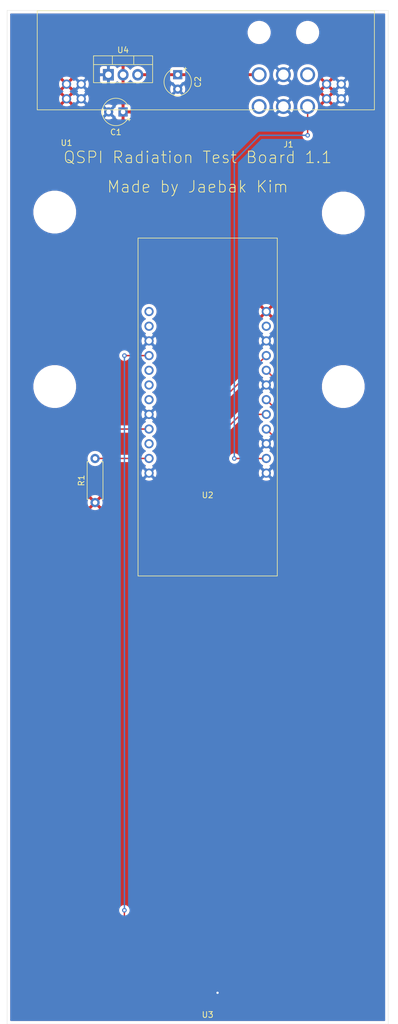
<source format=kicad_pcb>
(kicad_pcb (version 20171130) (host pcbnew "(5.1.6-0-10_14)")

  (general
    (thickness 1.6)
    (drawings 6)
    (tracks 354)
    (zones 0)
    (modules 12)
    (nets 29)
  )

  (page A4)
  (layers
    (0 F.Cu signal)
    (31 B.Cu signal)
    (32 B.Adhes user)
    (33 F.Adhes user)
    (34 B.Paste user)
    (35 F.Paste user)
    (36 B.SilkS user)
    (37 F.SilkS user)
    (38 B.Mask user)
    (39 F.Mask user)
    (40 Dwgs.User user)
    (41 Cmts.User user)
    (42 Eco1.User user)
    (43 Eco2.User user)
    (44 Edge.Cuts user)
    (45 Margin user)
    (46 B.CrtYd user)
    (47 F.CrtYd user)
    (48 B.Fab user)
    (49 F.Fab user)
  )

  (setup
    (last_trace_width 0.25)
    (trace_clearance 0.25)
    (zone_clearance 0.508)
    (zone_45_only no)
    (trace_min 0.25)
    (via_size 0.8)
    (via_drill 0.4)
    (via_min_size 0.4)
    (via_min_drill 0.3)
    (uvia_size 0.3)
    (uvia_drill 0.1)
    (uvias_allowed no)
    (uvia_min_size 0.2)
    (uvia_min_drill 0.1)
    (edge_width 0.05)
    (segment_width 0.2)
    (pcb_text_width 0.3)
    (pcb_text_size 1.5 1.5)
    (mod_edge_width 0.12)
    (mod_text_size 1 1)
    (mod_text_width 0.15)
    (pad_size 6.4 6.4)
    (pad_drill 6.4)
    (pad_to_mask_clearance 0.05)
    (aux_axis_origin 0 0)
    (visible_elements FFFFFF7F)
    (pcbplotparams
      (layerselection 0x010f0_ffffffff)
      (usegerberextensions false)
      (usegerberattributes true)
      (usegerberadvancedattributes true)
      (creategerberjobfile true)
      (excludeedgelayer true)
      (linewidth 0.100000)
      (plotframeref false)
      (viasonmask false)
      (mode 1)
      (useauxorigin false)
      (hpglpennumber 1)
      (hpglpenspeed 20)
      (hpglpendiameter 15.000000)
      (psnegative false)
      (psa4output false)
      (plotreference true)
      (plotvalue false)
      (plotinvisibletext false)
      (padsonsilk false)
      (subtractmaskfromsilk false)
      (outputformat 1)
      (mirror false)
      (drillshape 0)
      (scaleselection 1)
      (outputdirectory "gerber/"))
  )

  (net 0 "")
  (net 1 "Net-(R1-Pad2)")
  (net 2 "Net-(U2-Pad21)")
  (net 3 "Net-(U2-Pad20)")
  (net 4 "Net-(U2-Pad19)")
  (net 5 "Net-(U2-Pad17)")
  (net 6 "Net-(U2-Pad16)")
  (net 7 "Net-(U2-Pad14)")
  (net 8 "Net-(U2-Pad10)")
  (net 9 "Net-(U2-Pad9)")
  (net 10 "Net-(U2-Pad7)")
  (net 11 "Net-(U2-Pad6)")
  (net 12 "Net-(U2-Pad5)")
  (net 13 "Net-(U2-Pad4)")
  (net 14 "Net-(U2-Pad2)")
  (net 15 "Net-(U2-Pad1)")
  (net 16 "Net-(U3-Pad14)")
  (net 17 "Net-(U3-Pad13)")
  (net 18 "Net-(U3-Pad12)")
  (net 19 "Net-(U3-Pad11)")
  (net 20 "Net-(U3-Pad4)")
  (net 21 "Net-(U3-Pad5)")
  (net 22 "Net-(U3-Pad6)")
  (net 23 "Net-(J1-Pad6)")
  (net 24 "Net-(J1-Pad4)")
  (net 25 "Net-(J1-Pad3)")
  (net 26 "Net-(C1-Pad2)")
  (net 27 "Net-(C1-Pad1)")
  (net 28 "Net-(C2-Pad1)")

  (net_class Default "This is the default net class."
    (clearance 0.25)
    (trace_width 0.25)
    (via_dia 0.8)
    (via_drill 0.4)
    (uvia_dia 0.3)
    (uvia_drill 0.1)
    (diff_pair_width 0.25)
    (diff_pair_gap 0.25)
    (add_net "Net-(C1-Pad1)")
    (add_net "Net-(C1-Pad2)")
    (add_net "Net-(C2-Pad1)")
    (add_net "Net-(J1-Pad3)")
    (add_net "Net-(J1-Pad4)")
    (add_net "Net-(J1-Pad6)")
    (add_net "Net-(R1-Pad2)")
    (add_net "Net-(U2-Pad1)")
    (add_net "Net-(U2-Pad10)")
    (add_net "Net-(U2-Pad14)")
    (add_net "Net-(U2-Pad16)")
    (add_net "Net-(U2-Pad17)")
    (add_net "Net-(U2-Pad19)")
    (add_net "Net-(U2-Pad2)")
    (add_net "Net-(U2-Pad20)")
    (add_net "Net-(U2-Pad21)")
    (add_net "Net-(U2-Pad4)")
    (add_net "Net-(U2-Pad5)")
    (add_net "Net-(U2-Pad6)")
    (add_net "Net-(U2-Pad7)")
    (add_net "Net-(U2-Pad9)")
    (add_net "Net-(U3-Pad11)")
    (add_net "Net-(U3-Pad12)")
    (add_net "Net-(U3-Pad13)")
    (add_net "Net-(U3-Pad14)")
    (add_net "Net-(U3-Pad4)")
    (add_net "Net-(U3-Pad5)")
    (add_net "Net-(U3-Pad6)")
  )

  (module custom_library:MT25Q (layer F.Cu) (tedit 5EE08208) (tstamp 5EE0DE0F)
    (at 130 180)
    (path /5ED43F08)
    (fp_text reference U3 (at 0 7.62) (layer F.SilkS)
      (effects (font (size 1 1) (thickness 0.15)))
    )
    (fp_text value MT25Q (at 0 -6.35) (layer F.Fab)
      (effects (font (size 1 1) (thickness 0.15)))
    )
    (pad 16 smd rect (at 5.45 -3.81 90) (size 0.558 2.39) (layers F.Cu F.Paste F.Mask)
      (net 2 "Net-(U2-Pad21)"))
    (pad 15 smd rect (at 5.45 -2.54 90) (size 0.558 2.39) (layers F.Cu F.Paste F.Mask)
      (net 4 "Net-(U2-Pad19)"))
    (pad 14 smd rect (at 5.45 -1.27 90) (size 0.558 2.39) (layers F.Cu F.Paste F.Mask)
      (net 16 "Net-(U3-Pad14)"))
    (pad 13 smd rect (at 5.45 0 90) (size 0.558 2.39) (layers F.Cu F.Paste F.Mask)
      (net 17 "Net-(U3-Pad13)"))
    (pad 12 smd rect (at 5.45 1.27 90) (size 0.558 2.39) (layers F.Cu F.Paste F.Mask)
      (net 18 "Net-(U3-Pad12)"))
    (pad 11 smd rect (at 5.45 2.54 90) (size 0.558 2.39) (layers F.Cu F.Paste F.Mask)
      (net 19 "Net-(U3-Pad11)"))
    (pad 10 smd rect (at 5.45 3.81 90) (size 0.558 2.39) (layers F.Cu F.Paste F.Mask)
      (net 26 "Net-(C1-Pad2)"))
    (pad 1 smd rect (at -3.81 -3.81 90) (size 0.558 2.39) (layers F.Cu F.Paste F.Mask)
      (net 6 "Net-(U2-Pad16)"))
    (pad 2 smd rect (at -3.81 -2.54 90) (size 0.558 2.39) (layers F.Cu F.Paste F.Mask)
      (net 27 "Net-(C1-Pad1)"))
    (pad 3 smd rect (at -3.81 -1.27 90) (size 0.558 2.39) (layers F.Cu F.Paste F.Mask)
      (net 13 "Net-(U2-Pad4)"))
    (pad 4 smd rect (at -3.81 0 90) (size 0.558 2.39) (layers F.Cu F.Paste F.Mask)
      (net 20 "Net-(U3-Pad4)"))
    (pad 5 smd rect (at -3.81 1.27 90) (size 0.558 2.39) (layers F.Cu F.Paste F.Mask)
      (net 21 "Net-(U3-Pad5)"))
    (pad 6 smd rect (at -3.81 2.54 90) (size 0.558 2.39) (layers F.Cu F.Paste F.Mask)
      (net 22 "Net-(U3-Pad6)"))
    (pad 7 smd rect (at -3.81 3.81 90) (size 0.558 2.39) (layers F.Cu F.Paste F.Mask)
      (net 9 "Net-(U2-Pad9)"))
    (pad 9 smd rect (at 5.45 5.08 90) (size 0.558 2.39) (layers F.Cu F.Paste F.Mask)
      (net 5 "Net-(U2-Pad17)"))
    (pad 8 smd rect (at -3.81 5.08 90) (size 0.558 2.39) (layers F.Cu F.Paste F.Mask)
      (net 3 "Net-(U2-Pad20)"))
  )

  (module custom_library:PRT-13157 (layer F.Cu) (tedit 5EE07F88) (tstamp 5EDCA117)
    (at 105.55 26.71)
    (path /5ED403E1)
    (fp_text reference U1 (at 0 10.16) (layer F.SilkS)
      (effects (font (size 1 1) (thickness 0.15)))
    )
    (fp_text value PRT-13157 (at 0 -10.16 180) (layer F.Fab)
      (effects (font (size 1 1) (thickness 0.15)))
    )
    (fp_line (start -5.08 -12.7) (end -5.08 4.445) (layer F.SilkS) (width 0.12))
    (fp_line (start -5.08 4.445) (end 53.34 4.445) (layer F.SilkS) (width 0.12))
    (fp_line (start 53.34 4.445) (end 53.34 -12.7) (layer F.SilkS) (width 0.12))
    (fp_line (start 53.34 -12.7) (end -5.08 -12.7) (layer F.SilkS) (width 0.12))
    (pad 5 thru_hole circle (at 45.06 0) (size 1.6 1.6) (drill 1) (layers *.Cu *.Mask)
      (net 27 "Net-(C1-Pad1)"))
    (pad 8 thru_hole circle (at 47.6 2.54) (size 1.6 1.6) (drill 1) (layers *.Cu *.Mask)
      (net 26 "Net-(C1-Pad2)"))
    (pad 6 thru_hole circle (at 45.06 2.54) (size 1.6 1.6) (drill 1) (layers *.Cu *.Mask)
      (net 27 "Net-(C1-Pad1)"))
    (pad 7 thru_hole circle (at 47.6 0) (size 1.6 1.6) (drill 1) (layers *.Cu *.Mask)
      (net 26 "Net-(C1-Pad2)"))
    (pad 4 thru_hole circle (at 2.54 2.54) (size 1.6 1.6) (drill 1) (layers *.Cu *.Mask)
      (net 26 "Net-(C1-Pad2)"))
    (pad 2 thru_hole circle (at 0 2.54) (size 1.6 1.6) (drill 1) (layers *.Cu *.Mask)
      (net 27 "Net-(C1-Pad1)"))
    (pad 3 thru_hole circle (at 2.54 0) (size 1.6 1.6) (drill 1) (layers *.Cu *.Mask)
      (net 26 "Net-(C1-Pad2)"))
    (pad 1 thru_hole circle (at 0 0) (size 1.6 1.6) (drill 1) (layers *.Cu *.Mask)
      (net 27 "Net-(C1-Pad1)"))
  )

  (module Package_TO_SOT_THT:TO-220-3_Vertical (layer F.Cu) (tedit 5AC8BA0D) (tstamp 5EE05218)
    (at 112.8 25.09)
    (descr "TO-220-3, Vertical, RM 2.54mm, see https://www.vishay.com/docs/66542/to-220-1.pdf")
    (tags "TO-220-3 Vertical RM 2.54mm")
    (path /5EE0796F)
    (fp_text reference U4 (at 2.54 -4.27) (layer F.SilkS)
      (effects (font (size 1 1) (thickness 0.15)))
    )
    (fp_text value LM317_TO-220 (at 1.87 -6.02) (layer F.Fab)
      (effects (font (size 1 1) (thickness 0.15)))
    )
    (fp_line (start 7.79 -3.4) (end -2.71 -3.4) (layer F.CrtYd) (width 0.05))
    (fp_line (start 7.79 1.51) (end 7.79 -3.4) (layer F.CrtYd) (width 0.05))
    (fp_line (start -2.71 1.51) (end 7.79 1.51) (layer F.CrtYd) (width 0.05))
    (fp_line (start -2.71 -3.4) (end -2.71 1.51) (layer F.CrtYd) (width 0.05))
    (fp_line (start 4.391 -3.27) (end 4.391 -1.76) (layer F.SilkS) (width 0.12))
    (fp_line (start 0.69 -3.27) (end 0.69 -1.76) (layer F.SilkS) (width 0.12))
    (fp_line (start -2.58 -1.76) (end 7.66 -1.76) (layer F.SilkS) (width 0.12))
    (fp_line (start 7.66 -3.27) (end 7.66 1.371) (layer F.SilkS) (width 0.12))
    (fp_line (start -2.58 -3.27) (end -2.58 1.371) (layer F.SilkS) (width 0.12))
    (fp_line (start -2.58 1.371) (end 7.66 1.371) (layer F.SilkS) (width 0.12))
    (fp_line (start -2.58 -3.27) (end 7.66 -3.27) (layer F.SilkS) (width 0.12))
    (fp_line (start 4.39 -3.15) (end 4.39 -1.88) (layer F.Fab) (width 0.1))
    (fp_line (start 0.69 -3.15) (end 0.69 -1.88) (layer F.Fab) (width 0.1))
    (fp_line (start -2.46 -1.88) (end 7.54 -1.88) (layer F.Fab) (width 0.1))
    (fp_line (start 7.54 -3.15) (end -2.46 -3.15) (layer F.Fab) (width 0.1))
    (fp_line (start 7.54 1.25) (end 7.54 -3.15) (layer F.Fab) (width 0.1))
    (fp_line (start -2.46 1.25) (end 7.54 1.25) (layer F.Fab) (width 0.1))
    (fp_line (start -2.46 -3.15) (end -2.46 1.25) (layer F.Fab) (width 0.1))
    (fp_text user %R (at 2.54 -4.27) (layer F.Fab)
      (effects (font (size 1 1) (thickness 0.15)))
    )
    (pad 3 thru_hole oval (at 5.08 0) (size 1.905 2) (drill 1.1) (layers *.Cu *.Mask)
      (net 28 "Net-(C2-Pad1)"))
    (pad 2 thru_hole oval (at 2.54 0) (size 1.905 2) (drill 1.1) (layers *.Cu *.Mask)
      (net 27 "Net-(C1-Pad1)"))
    (pad 1 thru_hole rect (at 0 0) (size 1.905 2) (drill 1.1) (layers *.Cu *.Mask)
      (net 26 "Net-(C1-Pad2)"))
    (model ${KISYS3DMOD}/Package_TO_SOT_THT.3dshapes/TO-220-3_Vertical.wrl
      (at (xyz 0 0 0))
      (scale (xyz 1 1 1))
      (rotate (xyz 0 0 0))
    )
  )

  (module Capacitor_THT:CP_Radial_Tantal_D4.5mm_P2.50mm (layer F.Cu) (tedit 5AE50EF0) (tstamp 5EE052A6)
    (at 124.81 25.08 270)
    (descr "CP, Radial_Tantal series, Radial, pin pitch=2.50mm, , diameter=4.5mm, Tantal Electrolytic Capacitor, http://cdn-reichelt.de/documents/datenblatt/B300/TANTAL-TB-Serie%23.pdf")
    (tags "CP Radial_Tantal series Radial pin pitch 2.50mm  diameter 4.5mm Tantal Electrolytic Capacitor")
    (path /5EE1F76B)
    (fp_text reference C2 (at 1.25 -3.5 90) (layer F.SilkS)
      (effects (font (size 1 1) (thickness 0.15)))
    )
    (fp_text value 100nF (at -2.95 -0.12 180) (layer F.Fab)
      (effects (font (size 1 1) (thickness 0.15)))
    )
    (fp_line (start -1.062288 -1.56) (end -1.062288 -1.11) (layer F.SilkS) (width 0.12))
    (fp_line (start -1.287288 -1.335) (end -0.837288 -1.335) (layer F.SilkS) (width 0.12))
    (fp_line (start -0.44308 -1.2025) (end -0.44308 -0.7525) (layer F.Fab) (width 0.1))
    (fp_line (start -0.66808 -0.9775) (end -0.21808 -0.9775) (layer F.Fab) (width 0.1))
    (fp_circle (center 1.25 0) (end 3.78 0) (layer F.CrtYd) (width 0.05))
    (fp_circle (center 1.25 0) (end 3.5 0) (layer F.Fab) (width 0.1))
    (fp_text user %R (at 1.25 0 90) (layer F.Fab)
      (effects (font (size 0.9 0.9) (thickness 0.135)))
    )
    (fp_arc (start 1.25 0) (end -0.869741 -1.06) (angle 306.864288) (layer F.SilkS) (width 0.12))
    (pad 2 thru_hole circle (at 2.5 0 270) (size 1.6 1.6) (drill 0.8) (layers *.Cu *.Mask)
      (net 26 "Net-(C1-Pad2)"))
    (pad 1 thru_hole rect (at 0 0 270) (size 1.6 1.6) (drill 0.8) (layers *.Cu *.Mask)
      (net 28 "Net-(C2-Pad1)"))
    (model ${KISYS3DMOD}/Capacitor_THT.3dshapes/CP_Radial_Tantal_D4.5mm_P2.50mm.wrl
      (at (xyz 0 0 0))
      (scale (xyz 1 1 1))
      (rotate (xyz 0 0 0))
    )
  )

  (module Capacitor_THT:CP_Radial_Tantal_D4.5mm_P2.50mm (layer F.Cu) (tedit 5AE50EF0) (tstamp 5EE05BCD)
    (at 115.34 31.52 180)
    (descr "CP, Radial_Tantal series, Radial, pin pitch=2.50mm, , diameter=4.5mm, Tantal Electrolytic Capacitor, http://cdn-reichelt.de/documents/datenblatt/B300/TANTAL-TB-Serie%23.pdf")
    (tags "CP Radial_Tantal series Radial pin pitch 2.50mm  diameter 4.5mm Tantal Electrolytic Capacitor")
    (path /5EE26C06)
    (fp_text reference C1 (at 1.25 -3.5) (layer F.SilkS)
      (effects (font (size 1 1) (thickness 0.15)))
    )
    (fp_text value 10uF (at 1.07 -5.24) (layer F.Fab)
      (effects (font (size 1 1) (thickness 0.15)))
    )
    (fp_line (start -1.062288 -1.56) (end -1.062288 -1.11) (layer F.SilkS) (width 0.12))
    (fp_line (start -1.287288 -1.335) (end -0.837288 -1.335) (layer F.SilkS) (width 0.12))
    (fp_line (start -0.44308 -1.2025) (end -0.44308 -0.7525) (layer F.Fab) (width 0.1))
    (fp_line (start -0.66808 -0.9775) (end -0.21808 -0.9775) (layer F.Fab) (width 0.1))
    (fp_circle (center 1.25 0) (end 3.78 0) (layer F.CrtYd) (width 0.05))
    (fp_circle (center 1.25 0) (end 3.5 0) (layer F.Fab) (width 0.1))
    (fp_text user %R (at 1.25 0) (layer F.Fab)
      (effects (font (size 0.9 0.9) (thickness 0.135)))
    )
    (fp_arc (start 1.25 0) (end -0.869741 -1.06) (angle 306.864288) (layer F.SilkS) (width 0.12))
    (pad 2 thru_hole circle (at 2.5 0 180) (size 1.6 1.6) (drill 0.8) (layers *.Cu *.Mask)
      (net 26 "Net-(C1-Pad2)"))
    (pad 1 thru_hole rect (at 0 0 180) (size 1.6 1.6) (drill 0.8) (layers *.Cu *.Mask)
      (net 27 "Net-(C1-Pad1)"))
    (model ${KISYS3DMOD}/Capacitor_THT.3dshapes/CP_Radial_Tantal_D4.5mm_P2.50mm.wrl
      (at (xyz 0 0 0))
      (scale (xyz 1 1 1))
      (rotate (xyz 0 0 0))
    )
  )

  (module custom_library:molex_39-30-1061 (layer F.Cu) (tedit 5EDDB27E) (tstamp 5EDE22F9)
    (at 138.92 25.08)
    (path /5EDECAEC)
    (fp_text reference J1 (at 5.08 12.065) (layer F.SilkS)
      (effects (font (size 1 1) (thickness 0.15)))
    )
    (fp_text value Conn_02x03_Counter_Clockwise (at 5.08 -12.065) (layer F.Fab)
      (effects (font (size 1 1) (thickness 0.15)))
    )
    (pad "" np_thru_hole circle (at 8.4 -7.3) (size 3 3) (drill 3) (layers *.Cu *.Mask))
    (pad "" np_thru_hole circle (at 0 -7.3) (size 3 3) (drill 3) (layers *.Cu *.Mask))
    (pad 6 thru_hole circle (at 8.4 5.5) (size 2.6 2.6) (drill 1.8) (layers *.Cu *.Mask)
      (net 23 "Net-(J1-Pad6)"))
    (pad 5 thru_hole circle (at 4.2 5.5) (size 2.6 2.6) (drill 1.8) (layers *.Cu *.Mask)
      (net 26 "Net-(C1-Pad2)"))
    (pad 4 thru_hole circle (at 0 5.5) (size 2.6 2.6) (drill 1.8) (layers *.Cu *.Mask)
      (net 24 "Net-(J1-Pad4)"))
    (pad 3 thru_hole circle (at 8.4 0) (size 2.6 2.6) (drill 1.8) (layers *.Cu *.Mask)
      (net 25 "Net-(J1-Pad3)"))
    (pad 2 thru_hole circle (at 4.2 0) (size 2.6 2.6) (drill 1.8) (layers *.Cu *.Mask)
      (net 26 "Net-(C1-Pad2)"))
    (pad 1 thru_hole circle (at 0 0) (size 2.6 2.6) (drill 1.8) (layers *.Cu *.Mask)
      (net 28 "Net-(C2-Pad1)"))
  )

  (module MountingHole:MountingHole_6.4mm_M6 (layer F.Cu) (tedit 56D1B4CB) (tstamp 5EDE41DC)
    (at 153.5 79)
    (descr "Mounting Hole 6.4mm, no annular, M6")
    (tags "mounting hole 6.4mm no annular m6")
    (attr virtual)
    (fp_text reference REF** (at 0 -7.4) (layer F.SilkS) hide
      (effects (font (size 1 1) (thickness 0.15)))
    )
    (fp_text value MountingHole_6.4mm_M6 (at 0 7.4) (layer F.Fab)
      (effects (font (size 1 1) (thickness 0.15)))
    )
    (fp_circle (center 0 0) (end 6.4 0) (layer Cmts.User) (width 0.15))
    (fp_circle (center 0 0) (end 6.65 0) (layer F.CrtYd) (width 0.05))
    (fp_text user %R (at 0.3 0) (layer F.Fab)
      (effects (font (size 1 1) (thickness 0.15)))
    )
    (pad 1 np_thru_hole circle (at 0 0) (size 6.4 6.4) (drill 6.4) (layers *.Cu *.Mask))
  )

  (module MountingHole:MountingHole_6.4mm_M6 (layer F.Cu) (tedit 56D1B4CB) (tstamp 5EDE4191)
    (at 103.5 79)
    (descr "Mounting Hole 6.4mm, no annular, M6")
    (tags "mounting hole 6.4mm no annular m6")
    (attr virtual)
    (fp_text reference REF** (at 0 -7.4) (layer F.SilkS) hide
      (effects (font (size 1 1) (thickness 0.15)))
    )
    (fp_text value MountingHole_6.4mm_M6 (at 0 7.4) (layer F.Fab)
      (effects (font (size 1 1) (thickness 0.15)))
    )
    (fp_circle (center 0 0) (end 6.4 0) (layer Cmts.User) (width 0.15))
    (fp_circle (center 0 0) (end 6.65 0) (layer F.CrtYd) (width 0.05))
    (fp_text user %R (at 0.3 0) (layer F.Fab)
      (effects (font (size 1 1) (thickness 0.15)))
    )
    (pad 1 np_thru_hole circle (at 0 0) (size 6.4 6.4) (drill 6.4) (layers *.Cu *.Mask))
  )

  (module MountingHole:MountingHole_6.4mm_M6 (layer F.Cu) (tedit 56D1B4CB) (tstamp 5EDE4031)
    (at 153.5 49)
    (descr "Mounting Hole 6.4mm, no annular, M6")
    (tags "mounting hole 6.4mm no annular m6")
    (attr virtual)
    (fp_text reference REF** (at 0 -7.4) (layer F.SilkS) hide
      (effects (font (size 1 1) (thickness 0.15)))
    )
    (fp_text value MountingHole_6.4mm_M6 (at 0 7.4) (layer F.Fab)
      (effects (font (size 1 1) (thickness 0.15)))
    )
    (fp_circle (center 0 0) (end 6.4 0) (layer Cmts.User) (width 0.15))
    (fp_circle (center 0 0) (end 6.65 0) (layer F.CrtYd) (width 0.05))
    (fp_text user %R (at 0.3 0) (layer F.Fab)
      (effects (font (size 1 1) (thickness 0.15)))
    )
    (pad 1 np_thru_hole circle (at 0 0) (size 6.4 6.4) (drill 6.4) (layers *.Cu *.Mask))
  )

  (module MountingHole:MountingHole_6.4mm_M6 (layer F.Cu) (tedit 5EDDB43B) (tstamp 5EDE3FAD)
    (at 103.5 49)
    (descr "Mounting Hole 6.4mm, no annular, M6")
    (tags "mounting hole 6.4mm no annular m6")
    (attr virtual)
    (fp_text reference REF** (at 0 -7.4) (layer F.SilkS) hide
      (effects (font (size 1 1) (thickness 0.15)))
    )
    (fp_text value MountingHole_6.4mm_M6 (at 0 7.4) (layer F.Fab)
      (effects (font (size 1 1) (thickness 0.15)))
    )
    (fp_circle (center 0 0) (end 6.4 0) (layer Cmts.User) (width 0.15))
    (fp_circle (center 0 0) (end 6.65 0) (layer F.CrtYd) (width 0.05))
    (fp_text user %R (at 0.3 0) (layer F.Fab)
      (effects (font (size 1 1) (thickness 0.15)))
    )
    (pad "" np_thru_hole circle (at 0 -0.165) (size 6.4 6.4) (drill 6.4) (layers *.Cu *.Mask))
  )

  (module custom_library:UMFT4222EV (layer F.Cu) (tedit 5EDCD88B) (tstamp 5EDCA133)
    (at 130 80)
    (path /5ED40D62)
    (fp_text reference U2 (at 0 17.78) (layer F.SilkS)
      (effects (font (size 1 1) (thickness 0.15)))
    )
    (fp_text value UMFT4222EV (at 0 -17.78) (layer F.Fab)
      (effects (font (size 1 1) (thickness 0.15)))
    )
    (fp_line (start 12.065 -26.67) (end -12.065 -26.67) (layer F.SilkS) (width 0.12))
    (fp_line (start 12.065 31.75) (end 12.065 -26.67) (layer F.SilkS) (width 0.12))
    (fp_line (start -12.065 31.75) (end 12.065 31.75) (layer F.SilkS) (width 0.12))
    (fp_line (start -12.065 -26.67) (end -12.065 31.75) (layer F.SilkS) (width 0.12))
    (fp_line (start -12.065 -46.355) (end -12.065 31.75) (layer F.CrtYd) (width 0.12))
    (fp_line (start -12.065 31.75) (end 12.065 31.75) (layer F.CrtYd) (width 0.12))
    (fp_line (start 12.065 31.75) (end 12.065 -46.355) (layer F.CrtYd) (width 0.12))
    (fp_line (start 12.065 -46.355) (end -12.065 -46.355) (layer F.CrtYd) (width 0.12))
    (pad 24 thru_hole circle (at 10.16 13.97) (size 1.6 1.6) (drill 1) (layers *.Cu *.Mask)
      (net 26 "Net-(C1-Pad2)"))
    (pad 23 thru_hole circle (at 10.16 11.43) (size 1.6 1.6) (drill 1) (layers *.Cu *.Mask)
      (net 23 "Net-(J1-Pad6)"))
    (pad 22 thru_hole circle (at 10.16 8.89) (size 1.6 1.6) (drill 1) (layers *.Cu *.Mask)
      (net 26 "Net-(C1-Pad2)"))
    (pad 21 thru_hole circle (at 10.16 6.35) (size 1.6 1.6) (drill 1) (layers *.Cu *.Mask)
      (net 2 "Net-(U2-Pad21)"))
    (pad 20 thru_hole circle (at 10.16 3.81) (size 1.6 1.6) (drill 1) (layers *.Cu *.Mask)
      (net 3 "Net-(U2-Pad20)"))
    (pad 19 thru_hole circle (at 10.16 1.27) (size 1.6 1.6) (drill 1) (layers *.Cu *.Mask)
      (net 4 "Net-(U2-Pad19)"))
    (pad 18 thru_hole circle (at 10.16 -1.27) (size 1.6 1.6) (drill 1) (layers *.Cu *.Mask)
      (net 26 "Net-(C1-Pad2)"))
    (pad 17 thru_hole circle (at 10.16 -3.81) (size 1.6 1.6) (drill 1) (layers *.Cu *.Mask)
      (net 5 "Net-(U2-Pad17)"))
    (pad 16 thru_hole circle (at 10.16 -6.35) (size 1.6 1.6) (drill 1) (layers *.Cu *.Mask)
      (net 6 "Net-(U2-Pad16)"))
    (pad 15 thru_hole circle (at 10.16 -8.89) (size 1.6 1.6) (drill 1) (layers *.Cu *.Mask)
      (net 26 "Net-(C1-Pad2)"))
    (pad 14 thru_hole circle (at 10.16 -11.43) (size 1.6 1.6) (drill 1) (layers *.Cu *.Mask)
      (net 7 "Net-(U2-Pad14)"))
    (pad 13 thru_hole circle (at 10.16 -13.97) (size 1.6 1.6) (drill 1) (layers *.Cu *.Mask)
      (net 27 "Net-(C1-Pad1)"))
    (pad 12 thru_hole circle (at -10.16 13.97) (size 1.6 1.6) (drill 1) (layers *.Cu *.Mask)
      (net 26 "Net-(C1-Pad2)"))
    (pad 11 thru_hole circle (at -10.16 11.43) (size 1.6 1.6) (drill 1) (layers *.Cu *.Mask)
      (net 1 "Net-(R1-Pad2)"))
    (pad 10 thru_hole circle (at -10.16 8.89) (size 1.6 1.6) (drill 1) (layers *.Cu *.Mask)
      (net 8 "Net-(U2-Pad10)"))
    (pad 9 thru_hole circle (at -10.16 6.35) (size 1.6 1.6) (drill 1) (layers *.Cu *.Mask)
      (net 9 "Net-(U2-Pad9)"))
    (pad 8 thru_hole circle (at -10.16 3.81) (size 1.6 1.6) (drill 1) (layers *.Cu *.Mask)
      (net 26 "Net-(C1-Pad2)"))
    (pad 7 thru_hole circle (at -10.16 1.27) (size 1.6 1.6) (drill 1) (layers *.Cu *.Mask)
      (net 10 "Net-(U2-Pad7)"))
    (pad 6 thru_hole circle (at -10.16 -1.27) (size 1.6 1.6) (drill 1) (layers *.Cu *.Mask)
      (net 11 "Net-(U2-Pad6)"))
    (pad 5 thru_hole circle (at -10.16 -3.81) (size 1.6 1.6) (drill 1) (layers *.Cu *.Mask)
      (net 12 "Net-(U2-Pad5)"))
    (pad 4 thru_hole circle (at -10.16 -6.35) (size 1.6 1.6) (drill 1) (layers *.Cu *.Mask)
      (net 13 "Net-(U2-Pad4)"))
    (pad 3 thru_hole circle (at -10.16 -8.89) (size 1.6 1.6) (drill 1) (layers *.Cu *.Mask)
      (net 26 "Net-(C1-Pad2)"))
    (pad 2 thru_hole circle (at -10.16 -11.43) (size 1.6 1.6) (drill 1) (layers *.Cu *.Mask)
      (net 14 "Net-(U2-Pad2)"))
    (pad 1 thru_hole circle (at -10.16 -13.97) (size 1.6 1.6) (drill 1) (layers *.Cu *.Mask)
      (net 15 "Net-(U2-Pad1)"))
  )

  (module Resistor_THT:R_Axial_DIN0207_L6.3mm_D2.5mm_P7.62mm_Horizontal (layer F.Cu) (tedit 5AE5139B) (tstamp 5EDCA10B)
    (at 110.49 99.06 90)
    (descr "Resistor, Axial_DIN0207 series, Axial, Horizontal, pin pitch=7.62mm, 0.25W = 1/4W, length*diameter=6.3*2.5mm^2, http://cdn-reichelt.de/documents/datenblatt/B400/1_4W%23YAG.pdf")
    (tags "Resistor Axial_DIN0207 series Axial Horizontal pin pitch 7.62mm 0.25W = 1/4W length 6.3mm diameter 2.5mm")
    (path /5ED45BBE)
    (fp_text reference R1 (at 3.81 -2.37 90) (layer F.SilkS)
      (effects (font (size 1 1) (thickness 0.15)))
    )
    (fp_text value 10k (at 3.81 2.37 90) (layer F.Fab)
      (effects (font (size 1 1) (thickness 0.15)))
    )
    (fp_line (start 8.67 -1.5) (end -1.05 -1.5) (layer F.CrtYd) (width 0.05))
    (fp_line (start 8.67 1.5) (end 8.67 -1.5) (layer F.CrtYd) (width 0.05))
    (fp_line (start -1.05 1.5) (end 8.67 1.5) (layer F.CrtYd) (width 0.05))
    (fp_line (start -1.05 -1.5) (end -1.05 1.5) (layer F.CrtYd) (width 0.05))
    (fp_line (start 7.08 1.37) (end 7.08 1.04) (layer F.SilkS) (width 0.12))
    (fp_line (start 0.54 1.37) (end 7.08 1.37) (layer F.SilkS) (width 0.12))
    (fp_line (start 0.54 1.04) (end 0.54 1.37) (layer F.SilkS) (width 0.12))
    (fp_line (start 7.08 -1.37) (end 7.08 -1.04) (layer F.SilkS) (width 0.12))
    (fp_line (start 0.54 -1.37) (end 7.08 -1.37) (layer F.SilkS) (width 0.12))
    (fp_line (start 0.54 -1.04) (end 0.54 -1.37) (layer F.SilkS) (width 0.12))
    (fp_line (start 7.62 0) (end 6.96 0) (layer F.Fab) (width 0.1))
    (fp_line (start 0 0) (end 0.66 0) (layer F.Fab) (width 0.1))
    (fp_line (start 6.96 -1.25) (end 0.66 -1.25) (layer F.Fab) (width 0.1))
    (fp_line (start 6.96 1.25) (end 6.96 -1.25) (layer F.Fab) (width 0.1))
    (fp_line (start 0.66 1.25) (end 6.96 1.25) (layer F.Fab) (width 0.1))
    (fp_line (start 0.66 -1.25) (end 0.66 1.25) (layer F.Fab) (width 0.1))
    (fp_text user %R (at 3.81 0 90) (layer F.Fab)
      (effects (font (size 1 1) (thickness 0.15)))
    )
    (pad 2 thru_hole oval (at 7.62 0 90) (size 1.6 1.6) (drill 0.8) (layers *.Cu *.Mask)
      (net 1 "Net-(R1-Pad2)"))
    (pad 1 thru_hole circle (at 0 0 90) (size 1.6 1.6) (drill 0.8) (layers *.Cu *.Mask)
      (net 27 "Net-(C1-Pad1)"))
    (model ${KISYS3DMOD}/Resistor_THT.3dshapes/R_Axial_DIN0207_L6.3mm_D2.5mm_P7.62mm_Horizontal.wrl
      (at (xyz 0 0 0))
      (scale (xyz 1 1 1))
      (rotate (xyz 0 0 0))
    )
  )

  (gr_text "Made by Jaebak Kim" (at 128.27 44.45) (layer F.SilkS)
    (effects (font (size 2 2) (thickness 0.15)))
  )
  (gr_text "QSPI Radiation Test Board 1.1" (at 128.27 39.37) (layer F.SilkS)
    (effects (font (size 2 2) (thickness 0.15)))
  )
  (gr_line (start 161.29 13.97) (end 95.25 13.97) (layer Edge.Cuts) (width 0.05) (tstamp 5EDCE25F))
  (gr_line (start 161.29 189.23) (end 161.29 13.97) (layer Edge.Cuts) (width 0.05) (tstamp 5EDCE263))
  (gr_line (start 95.25 189.23) (end 161.29 189.23) (layer Edge.Cuts) (width 0.05))
  (gr_line (start 95.25 13.97) (end 95.25 189.23) (layer Edge.Cuts) (width 0.05))

  (segment (start 110.5 91.43) (end 110.49 91.44) (width 0.25) (layer F.Cu) (net 1))
  (segment (start 119.84 91.43) (end 110.5 91.43) (width 0.25) (layer F.Cu) (net 1))
  (segment (start 142.61 169.03) (end 135.45 176.19) (width 0.25) (layer F.Cu) (net 2))
  (segment (start 142.61 135) (end 142.61 169.03) (width 0.25) (layer F.Cu) (net 2))
  (segment (start 143.36 134.25) (end 143.19311 134.268804) (width 0.25) (layer F.Cu) (net 2))
  (segment (start 146.162895 134.25) (end 143.36 134.25) (width 0.25) (layer F.Cu) (net 2))
  (segment (start 146.329786 134.231195) (end 146.162895 134.25) (width 0.25) (layer F.Cu) (net 2))
  (segment (start 146.488308 134.175726) (end 146.329786 134.231195) (width 0.25) (layer F.Cu) (net 2))
  (segment (start 146.838622 133.825412) (end 146.749269 133.967617) (width 0.25) (layer F.Cu) (net 2))
  (segment (start 146.894091 133.66689) (end 146.838622 133.825412) (width 0.25) (layer F.Cu) (net 2))
  (segment (start 146.894091 133.333109) (end 146.912895 133.5) (width 0.25) (layer F.Cu) (net 2))
  (segment (start 146.838622 133.174587) (end 146.894091 133.333109) (width 0.25) (layer F.Cu) (net 2))
  (segment (start 146.630513 132.913626) (end 146.749269 133.032382) (width 0.25) (layer F.Cu) (net 2))
  (segment (start 146.488308 132.824273) (end 146.630513 132.913626) (width 0.25) (layer F.Cu) (net 2))
  (segment (start 139.057105 132.75) (end 146.162895 132.75) (width 0.25) (layer F.Cu) (net 2))
  (segment (start 138.890214 132.731195) (end 139.057105 132.75) (width 0.25) (layer F.Cu) (net 2))
  (segment (start 146.749269 133.967617) (end 146.630513 134.086373) (width 0.25) (layer F.Cu) (net 2))
  (segment (start 138.589487 132.586373) (end 138.731692 132.675726) (width 0.25) (layer F.Cu) (net 2))
  (segment (start 142.773627 134.532382) (end 142.684274 134.674587) (width 0.25) (layer F.Cu) (net 2))
  (segment (start 138.307105 132) (end 138.325909 132.16689) (width 0.25) (layer F.Cu) (net 2))
  (segment (start 138.325909 131.833109) (end 138.307105 132) (width 0.25) (layer F.Cu) (net 2))
  (segment (start 146.488308 131.175726) (end 146.329786 131.231195) (width 0.25) (layer F.Cu) (net 2))
  (segment (start 138.381378 131.674587) (end 138.325909 131.833109) (width 0.25) (layer F.Cu) (net 2))
  (segment (start 138.731692 132.675726) (end 138.890214 132.731195) (width 0.25) (layer F.Cu) (net 2))
  (segment (start 138.731692 131.324273) (end 138.589487 131.413626) (width 0.25) (layer F.Cu) (net 2))
  (segment (start 138.307105 129) (end 138.325909 129.16689) (width 0.25) (layer F.Cu) (net 2))
  (segment (start 138.589487 131.413626) (end 138.470731 131.532382) (width 0.25) (layer F.Cu) (net 2))
  (segment (start 138.890214 131.268804) (end 138.731692 131.324273) (width 0.25) (layer F.Cu) (net 2))
  (segment (start 139.057105 131.25) (end 138.890214 131.268804) (width 0.25) (layer F.Cu) (net 2))
  (segment (start 138.470731 131.532382) (end 138.381378 131.674587) (width 0.25) (layer F.Cu) (net 2))
  (segment (start 139.057105 129.75) (end 146.162895 129.75) (width 0.25) (layer F.Cu) (net 2))
  (segment (start 146.162895 131.25) (end 139.057105 131.25) (width 0.25) (layer F.Cu) (net 2))
  (segment (start 142.628805 134.833109) (end 142.61 135) (width 0.25) (layer F.Cu) (net 2))
  (segment (start 146.329786 131.231195) (end 146.162895 131.25) (width 0.25) (layer F.Cu) (net 2))
  (segment (start 142.535726 127.825412) (end 142.446373 127.967617) (width 0.25) (layer F.Cu) (net 2))
  (segment (start 146.749269 130.967617) (end 146.630513 131.086373) (width 0.25) (layer F.Cu) (net 2))
  (segment (start 146.894091 130.66689) (end 146.838622 130.825412) (width 0.25) (layer F.Cu) (net 2))
  (segment (start 146.630513 134.086373) (end 146.488308 134.175726) (width 0.25) (layer F.Cu) (net 2))
  (segment (start 146.894091 130.333109) (end 146.912895 130.5) (width 0.25) (layer F.Cu) (net 2))
  (segment (start 146.749269 130.032382) (end 146.838622 130.174587) (width 0.25) (layer F.Cu) (net 2))
  (segment (start 142.892383 134.413626) (end 142.773627 134.532382) (width 0.25) (layer F.Cu) (net 2))
  (segment (start 143.034588 134.324273) (end 142.892383 134.413626) (width 0.25) (layer F.Cu) (net 2))
  (segment (start 146.630513 129.913626) (end 146.749269 130.032382) (width 0.25) (layer F.Cu) (net 2))
  (segment (start 146.912895 133.5) (end 146.894091 133.66689) (width 0.25) (layer F.Cu) (net 2))
  (segment (start 146.749269 133.032382) (end 146.838622 133.174587) (width 0.25) (layer F.Cu) (net 2))
  (segment (start 138.890214 129.731195) (end 139.057105 129.75) (width 0.25) (layer F.Cu) (net 2))
  (segment (start 138.470731 132.467617) (end 138.589487 132.586373) (width 0.25) (layer F.Cu) (net 2))
  (segment (start 146.838622 130.174587) (end 146.894091 130.333109) (width 0.25) (layer F.Cu) (net 2))
  (segment (start 138.325909 129.16689) (end 138.381378 129.325412) (width 0.25) (layer F.Cu) (net 2))
  (segment (start 138.731692 129.675726) (end 138.890214 129.731195) (width 0.25) (layer F.Cu) (net 2))
  (segment (start 142.185412 128.175726) (end 142.02689 128.231195) (width 0.25) (layer F.Cu) (net 2))
  (segment (start 138.589487 129.586373) (end 138.731692 129.675726) (width 0.25) (layer F.Cu) (net 2))
  (segment (start 146.162895 132.75) (end 146.329786 132.768804) (width 0.25) (layer F.Cu) (net 2))
  (segment (start 138.470731 129.467617) (end 138.589487 129.586373) (width 0.25) (layer F.Cu) (net 2))
  (segment (start 146.329786 129.768804) (end 146.488308 129.824273) (width 0.25) (layer F.Cu) (net 2))
  (segment (start 146.838622 130.825412) (end 146.749269 130.967617) (width 0.25) (layer F.Cu) (net 2))
  (segment (start 138.325909 128.833109) (end 138.307105 129) (width 0.25) (layer F.Cu) (net 2))
  (segment (start 138.589487 128.413626) (end 138.470731 128.532382) (width 0.25) (layer F.Cu) (net 2))
  (segment (start 138.470731 128.532382) (end 138.381378 128.674587) (width 0.25) (layer F.Cu) (net 2))
  (segment (start 138.890214 128.268804) (end 138.731692 128.324273) (width 0.25) (layer F.Cu) (net 2))
  (segment (start 139.057105 128.25) (end 138.890214 128.268804) (width 0.25) (layer F.Cu) (net 2))
  (segment (start 142.327617 128.086373) (end 142.185412 128.175726) (width 0.25) (layer F.Cu) (net 2))
  (segment (start 146.329786 132.768804) (end 146.488308 132.824273) (width 0.25) (layer F.Cu) (net 2))
  (segment (start 138.381378 129.325412) (end 138.470731 129.467617) (width 0.25) (layer F.Cu) (net 2))
  (segment (start 138.381378 132.325412) (end 138.470731 132.467617) (width 0.25) (layer F.Cu) (net 2))
  (segment (start 142.446373 127.967617) (end 142.327617 128.086373) (width 0.25) (layer F.Cu) (net 2))
  (segment (start 142.684274 134.674587) (end 142.628805 134.833109) (width 0.25) (layer F.Cu) (net 2))
  (segment (start 146.630513 131.086373) (end 146.488308 131.175726) (width 0.25) (layer F.Cu) (net 2))
  (segment (start 142.02689 128.231195) (end 141.86 128.25) (width 0.25) (layer F.Cu) (net 2))
  (segment (start 141.86 128.25) (end 139.057105 128.25) (width 0.25) (layer F.Cu) (net 2))
  (segment (start 146.488308 129.824273) (end 146.630513 129.913626) (width 0.25) (layer F.Cu) (net 2))
  (segment (start 142.591195 127.66689) (end 142.535726 127.825412) (width 0.25) (layer F.Cu) (net 2))
  (segment (start 143.19311 134.268804) (end 143.034588 134.324273) (width 0.25) (layer F.Cu) (net 2))
  (segment (start 142.61 88.8) (end 142.61 127.5) (width 0.25) (layer F.Cu) (net 2))
  (segment (start 146.162895 129.75) (end 146.329786 129.768804) (width 0.25) (layer F.Cu) (net 2))
  (segment (start 140.16 86.35) (end 142.61 88.8) (width 0.25) (layer F.Cu) (net 2))
  (segment (start 146.912895 130.5) (end 146.894091 130.66689) (width 0.25) (layer F.Cu) (net 2))
  (segment (start 138.731692 128.324273) (end 138.589487 128.413626) (width 0.25) (layer F.Cu) (net 2))
  (segment (start 138.325909 132.16689) (end 138.381378 132.325412) (width 0.25) (layer F.Cu) (net 2))
  (segment (start 142.61 127.5) (end 142.591195 127.66689) (width 0.25) (layer F.Cu) (net 2))
  (segment (start 138.381378 128.674587) (end 138.325909 128.833109) (width 0.25) (layer F.Cu) (net 2))
  (segment (start 131.461195 146.363109) (end 131.48 146.53) (width 0.25) (layer F.Cu) (net 3))
  (segment (start 131.316373 146.062382) (end 131.405726 146.204587) (width 0.25) (layer F.Cu) (net 3))
  (segment (start 131.055412 145.854273) (end 131.197617 145.943626) (width 0.25) (layer F.Cu) (net 3))
  (segment (start 130.89689 145.798804) (end 131.055412 145.854273) (width 0.25) (layer F.Cu) (net 3))
  (segment (start 130.73 145.78) (end 130.89689 145.798804) (width 0.25) (layer F.Cu) (net 3))
  (segment (start 129.926227 145.78) (end 130.73 145.78) (width 0.25) (layer F.Cu) (net 3))
  (segment (start 129.600814 145.705726) (end 129.759336 145.761195) (width 0.25) (layer F.Cu) (net 3))
  (segment (start 129.458609 145.616373) (end 129.600814 145.705726) (width 0.25) (layer F.Cu) (net 3))
  (segment (start 131.405726 146.204587) (end 131.461195 146.363109) (width 0.25) (layer F.Cu) (net 3))
  (segment (start 129.339853 145.497617) (end 129.458609 145.616373) (width 0.25) (layer F.Cu) (net 3))
  (segment (start 129.2505 145.355412) (end 129.339853 145.497617) (width 0.25) (layer F.Cu) (net 3))
  (segment (start 129.195031 145.19689) (end 129.2505 145.355412) (width 0.25) (layer F.Cu) (net 3))
  (segment (start 129.176227 145.03) (end 129.195031 145.19689) (width 0.25) (layer F.Cu) (net 3))
  (segment (start 129.195031 144.863109) (end 129.176227 145.03) (width 0.25) (layer F.Cu) (net 3))
  (segment (start 129.600814 141.354273) (end 129.458609 141.443626) (width 0.25) (layer F.Cu) (net 3))
  (segment (start 129.2505 144.704587) (end 129.195031 144.863109) (width 0.25) (layer F.Cu) (net 3))
  (segment (start 134.833773 144.28) (end 129.926227 144.28) (width 0.25) (layer F.Cu) (net 3))
  (segment (start 135.301391 144.116373) (end 135.159186 144.205726) (width 0.25) (layer F.Cu) (net 3))
  (segment (start 129.759336 145.761195) (end 129.926227 145.78) (width 0.25) (layer F.Cu) (net 3))
  (segment (start 135.000664 144.261195) (end 134.833773 144.28) (width 0.25) (layer F.Cu) (net 3))
  (segment (start 135.420147 143.997617) (end 135.301391 144.116373) (width 0.25) (layer F.Cu) (net 3))
  (segment (start 135.5095 143.855412) (end 135.420147 143.997617) (width 0.25) (layer F.Cu) (net 3))
  (segment (start 129.2505 142.355412) (end 129.339853 142.497617) (width 0.25) (layer F.Cu) (net 3))
  (segment (start 129.600814 142.705726) (end 129.759336 142.761195) (width 0.25) (layer F.Cu) (net 3))
  (segment (start 129.458609 144.443626) (end 129.339853 144.562382) (width 0.25) (layer F.Cu) (net 3))
  (segment (start 129.339853 141.562382) (end 129.2505 141.704587) (width 0.25) (layer F.Cu) (net 3))
  (segment (start 135.583773 143.53) (end 135.564969 143.69689) (width 0.25) (layer F.Cu) (net 3))
  (segment (start 129.759336 144.298804) (end 129.600814 144.354273) (width 0.25) (layer F.Cu) (net 3))
  (segment (start 129.759336 141.298804) (end 129.600814 141.354273) (width 0.25) (layer F.Cu) (net 3))
  (segment (start 135.564969 143.363109) (end 135.583773 143.53) (width 0.25) (layer F.Cu) (net 3))
  (segment (start 129.926227 144.28) (end 129.759336 144.298804) (width 0.25) (layer F.Cu) (net 3))
  (segment (start 135.420147 143.062382) (end 135.5095 143.204587) (width 0.25) (layer F.Cu) (net 3))
  (segment (start 129.176227 142.03) (end 129.195031 142.19689) (width 0.25) (layer F.Cu) (net 3))
  (segment (start 135.159186 142.854273) (end 135.301391 142.943626) (width 0.25) (layer F.Cu) (net 3))
  (segment (start 129.926227 142.78) (end 134.833773 142.78) (width 0.25) (layer F.Cu) (net 3))
  (segment (start 135.159186 144.205726) (end 135.000664 144.261195) (width 0.25) (layer F.Cu) (net 3))
  (segment (start 129.759336 142.761195) (end 129.926227 142.78) (width 0.25) (layer F.Cu) (net 3))
  (segment (start 131.461195 140.69689) (end 131.405726 140.855412) (width 0.25) (layer F.Cu) (net 3))
  (segment (start 134.833773 142.78) (end 135.000664 142.798804) (width 0.25) (layer F.Cu) (net 3))
  (segment (start 135.564969 143.69689) (end 135.5095 143.855412) (width 0.25) (layer F.Cu) (net 3))
  (segment (start 131.197617 141.116373) (end 131.055412 141.205726) (width 0.25) (layer F.Cu) (net 3))
  (segment (start 131.316373 140.997617) (end 131.197617 141.116373) (width 0.25) (layer F.Cu) (net 3))
  (segment (start 129.458609 142.616373) (end 129.600814 142.705726) (width 0.25) (layer F.Cu) (net 3))
  (segment (start 131.48 180.669002) (end 127.069002 185.08) (width 0.25) (layer F.Cu) (net 3))
  (segment (start 129.339853 142.497617) (end 129.458609 142.616373) (width 0.25) (layer F.Cu) (net 3))
  (segment (start 129.195031 142.19689) (end 129.2505 142.355412) (width 0.25) (layer F.Cu) (net 3))
  (segment (start 129.600814 144.354273) (end 129.458609 144.443626) (width 0.25) (layer F.Cu) (net 3))
  (segment (start 135.5095 143.204587) (end 135.564969 143.363109) (width 0.25) (layer F.Cu) (net 3))
  (segment (start 129.458609 141.443626) (end 129.339853 141.562382) (width 0.25) (layer F.Cu) (net 3))
  (segment (start 129.339853 144.562382) (end 129.2505 144.704587) (width 0.25) (layer F.Cu) (net 3))
  (segment (start 135.000664 142.798804) (end 135.159186 142.854273) (width 0.25) (layer F.Cu) (net 3))
  (segment (start 127.069002 185.08) (end 126.19 185.08) (width 0.25) (layer F.Cu) (net 3))
  (segment (start 129.926227 141.28) (end 129.759336 141.298804) (width 0.25) (layer F.Cu) (net 3))
  (segment (start 130.73 141.28) (end 129.926227 141.28) (width 0.25) (layer F.Cu) (net 3))
  (segment (start 129.195031 141.863109) (end 129.176227 142.03) (width 0.25) (layer F.Cu) (net 3))
  (segment (start 131.405726 140.855412) (end 131.316373 140.997617) (width 0.25) (layer F.Cu) (net 3))
  (segment (start 130.89689 141.261195) (end 130.73 141.28) (width 0.25) (layer F.Cu) (net 3))
  (segment (start 129.2505 141.704587) (end 129.195031 141.863109) (width 0.25) (layer F.Cu) (net 3))
  (segment (start 131.055412 141.205726) (end 130.89689 141.261195) (width 0.25) (layer F.Cu) (net 3))
  (segment (start 131.197617 145.943626) (end 131.316373 146.062382) (width 0.25) (layer F.Cu) (net 3))
  (segment (start 131.48 140.53) (end 131.461195 140.69689) (width 0.25) (layer F.Cu) (net 3))
  (segment (start 135.301391 142.943626) (end 135.420147 143.062382) (width 0.25) (layer F.Cu) (net 3))
  (segment (start 135.72 83.81) (end 131.48 88.05) (width 0.25) (layer F.Cu) (net 3))
  (segment (start 131.48 88.05) (end 131.48 140.53) (width 0.25) (layer F.Cu) (net 3))
  (segment (start 131.48 146.53) (end 131.48 180.669002) (width 0.25) (layer F.Cu) (net 3))
  (segment (start 140.16 83.81) (end 135.72 83.81) (width 0.25) (layer F.Cu) (net 3))
  (segment (start 136.895 177.46) (end 135.45 177.46) (width 0.25) (layer F.Cu) (net 4))
  (segment (start 148.421195 121.573109) (end 148.44 121.74) (width 0.25) (layer F.Cu) (net 4))
  (segment (start 148.365726 121.414587) (end 148.421195 121.573109) (width 0.25) (layer F.Cu) (net 4))
  (segment (start 148.276373 121.272382) (end 148.365726 121.414587) (width 0.25) (layer F.Cu) (net 4))
  (segment (start 148.157617 121.153626) (end 148.276373 121.272382) (width 0.25) (layer F.Cu) (net 4))
  (segment (start 148.015412 121.064273) (end 148.157617 121.153626) (width 0.25) (layer F.Cu) (net 4))
  (segment (start 145.565297 120.99) (end 147.69 120.99) (width 0.25) (layer F.Cu) (net 4))
  (segment (start 145.398406 120.971195) (end 145.565297 120.99) (width 0.25) (layer F.Cu) (net 4))
  (segment (start 145.239884 120.915726) (end 145.398406 120.971195) (width 0.25) (layer F.Cu) (net 4))
  (segment (start 145.097679 120.826373) (end 145.239884 120.915726) (width 0.25) (layer F.Cu) (net 4))
  (segment (start 144.978923 120.707617) (end 145.097679 120.826373) (width 0.25) (layer F.Cu) (net 4))
  (segment (start 144.88957 120.565412) (end 144.978923 120.707617) (width 0.25) (layer F.Cu) (net 4))
  (segment (start 144.815297 120.24) (end 144.834101 120.40689) (width 0.25) (layer F.Cu) (net 4))
  (segment (start 144.88957 119.914587) (end 144.834101 120.073109) (width 0.25) (layer F.Cu) (net 4))
  (segment (start 145.398406 119.508804) (end 145.239884 119.564273) (width 0.25) (layer F.Cu) (net 4))
  (segment (start 145.239884 119.564273) (end 145.097679 119.653626) (width 0.25) (layer F.Cu) (net 4))
  (segment (start 151.640116 119.415726) (end 151.481594 119.471195) (width 0.25) (layer F.Cu) (net 4))
  (segment (start 144.978923 119.772382) (end 144.88957 119.914587) (width 0.25) (layer F.Cu) (net 4))
  (segment (start 148.421195 115.90689) (end 148.365726 116.065412) (width 0.25) (layer F.Cu) (net 4))
  (segment (start 151.782321 119.326373) (end 151.640116 119.415726) (width 0.25) (layer F.Cu) (net 4))
  (segment (start 145.097679 116.653626) (end 144.978923 116.772382) (width 0.25) (layer F.Cu) (net 4))
  (segment (start 151.99043 119.065412) (end 151.901077 119.207617) (width 0.25) (layer F.Cu) (net 4))
  (segment (start 144.88957 116.914587) (end 144.834101 117.073109) (width 0.25) (layer F.Cu) (net 4))
  (segment (start 152.045899 118.90689) (end 151.99043 119.065412) (width 0.25) (layer F.Cu) (net 4))
  (segment (start 148.44 165.915) (end 136.895 177.46) (width 0.25) (layer F.Cu) (net 4))
  (segment (start 144.834101 120.073109) (end 144.815297 120.24) (width 0.25) (layer F.Cu) (net 4))
  (segment (start 152.064703 118.74) (end 152.045899 118.90689) (width 0.25) (layer F.Cu) (net 4))
  (segment (start 152.045899 118.573109) (end 152.064703 118.74) (width 0.25) (layer F.Cu) (net 4))
  (segment (start 151.99043 118.414587) (end 152.045899 118.573109) (width 0.25) (layer F.Cu) (net 4))
  (segment (start 148.44 115.74) (end 148.421195 115.90689) (width 0.25) (layer F.Cu) (net 4))
  (segment (start 151.901077 118.272382) (end 151.99043 118.414587) (width 0.25) (layer F.Cu) (net 4))
  (segment (start 151.481594 118.008804) (end 151.640116 118.064273) (width 0.25) (layer F.Cu) (net 4))
  (segment (start 148.365726 116.065412) (end 148.276373 116.207617) (width 0.25) (layer F.Cu) (net 4))
  (segment (start 145.565297 117.99) (end 151.314703 117.99) (width 0.25) (layer F.Cu) (net 4))
  (segment (start 145.239884 117.915726) (end 145.398406 117.971195) (width 0.25) (layer F.Cu) (net 4))
  (segment (start 145.097679 117.826373) (end 145.239884 117.915726) (width 0.25) (layer F.Cu) (net 4))
  (segment (start 148.157617 116.326373) (end 148.015412 116.415726) (width 0.25) (layer F.Cu) (net 4))
  (segment (start 151.314703 117.99) (end 151.481594 118.008804) (width 0.25) (layer F.Cu) (net 4))
  (segment (start 144.978923 117.707617) (end 145.097679 117.826373) (width 0.25) (layer F.Cu) (net 4))
  (segment (start 147.69 120.99) (end 147.85689 121.008804) (width 0.25) (layer F.Cu) (net 4))
  (segment (start 145.565297 119.49) (end 145.398406 119.508804) (width 0.25) (layer F.Cu) (net 4))
  (segment (start 144.834101 117.073109) (end 144.815297 117.24) (width 0.25) (layer F.Cu) (net 4))
  (segment (start 144.834101 120.40689) (end 144.88957 120.565412) (width 0.25) (layer F.Cu) (net 4))
  (segment (start 144.88957 117.565412) (end 144.978923 117.707617) (width 0.25) (layer F.Cu) (net 4))
  (segment (start 145.398406 117.971195) (end 145.565297 117.99) (width 0.25) (layer F.Cu) (net 4))
  (segment (start 148.44 121.74) (end 148.44 165.915) (width 0.25) (layer F.Cu) (net 4))
  (segment (start 151.481594 119.471195) (end 151.314703 119.49) (width 0.25) (layer F.Cu) (net 4))
  (segment (start 151.314703 119.49) (end 145.565297 119.49) (width 0.25) (layer F.Cu) (net 4))
  (segment (start 147.69 116.49) (end 145.565297 116.49) (width 0.25) (layer F.Cu) (net 4))
  (segment (start 144.815297 117.24) (end 144.834101 117.40689) (width 0.25) (layer F.Cu) (net 4))
  (segment (start 144.978923 116.772382) (end 144.88957 116.914587) (width 0.25) (layer F.Cu) (net 4))
  (segment (start 145.398406 116.508804) (end 145.239884 116.564273) (width 0.25) (layer F.Cu) (net 4))
  (segment (start 145.239884 116.564273) (end 145.097679 116.653626) (width 0.25) (layer F.Cu) (net 4))
  (segment (start 144.834101 117.40689) (end 144.88957 117.565412) (width 0.25) (layer F.Cu) (net 4))
  (segment (start 151.640116 118.064273) (end 151.782321 118.153626) (width 0.25) (layer F.Cu) (net 4))
  (segment (start 151.901077 119.207617) (end 151.782321 119.326373) (width 0.25) (layer F.Cu) (net 4))
  (segment (start 147.85689 121.008804) (end 148.015412 121.064273) (width 0.25) (layer F.Cu) (net 4))
  (segment (start 147.85689 116.471195) (end 147.69 116.49) (width 0.25) (layer F.Cu) (net 4))
  (segment (start 148.015412 116.415726) (end 147.85689 116.471195) (width 0.25) (layer F.Cu) (net 4))
  (segment (start 151.782321 118.153626) (end 151.901077 118.272382) (width 0.25) (layer F.Cu) (net 4))
  (segment (start 145.097679 119.653626) (end 144.978923 119.772382) (width 0.25) (layer F.Cu) (net 4))
  (segment (start 145.565297 116.49) (end 145.398406 116.508804) (width 0.25) (layer F.Cu) (net 4))
  (segment (start 148.276373 116.207617) (end 148.157617 116.326373) (width 0.25) (layer F.Cu) (net 4))
  (segment (start 148.44 89.55) (end 148.44 115.74) (width 0.25) (layer F.Cu) (net 4))
  (segment (start 140.16 81.27) (end 148.44 89.55) (width 0.25) (layer F.Cu) (net 4))
  (segment (start 154.36 90.39) (end 140.16 76.19) (width 0.25) (layer F.Cu) (net 5))
  (segment (start 154.434273 110.885412) (end 154.378804 110.72689) (width 0.25) (layer F.Cu) (net 5))
  (segment (start 154.523626 111.027617) (end 154.434273 110.885412) (width 0.25) (layer F.Cu) (net 5))
  (segment (start 154.642382 111.146373) (end 154.523626 111.027617) (width 0.25) (layer F.Cu) (net 5))
  (segment (start 154.943109 111.291195) (end 154.784587 111.235726) (width 0.25) (layer F.Cu) (net 5))
  (segment (start 155.11 111.31) (end 154.943109 111.291195) (width 0.25) (layer F.Cu) (net 5))
  (segment (start 155.198992 111.31) (end 155.11 111.31) (width 0.25) (layer F.Cu) (net 5))
  (segment (start 155.365882 111.328804) (end 155.198992 111.31) (width 0.25) (layer F.Cu) (net 5))
  (segment (start 155.524404 111.384273) (end 155.365882 111.328804) (width 0.25) (layer F.Cu) (net 5))
  (segment (start 155.785365 111.592382) (end 155.666609 111.473626) (width 0.25) (layer F.Cu) (net 5))
  (segment (start 154.36 113.56) (end 154.378804 113.393109) (width 0.25) (layer F.Cu) (net 5))
  (segment (start 155.198992 112.81) (end 155.365882 112.791195) (width 0.25) (layer F.Cu) (net 5))
  (segment (start 155.785365 112.527617) (end 155.874718 112.385412) (width 0.25) (layer F.Cu) (net 5))
  (segment (start 155.874718 111.734587) (end 155.785365 111.592382) (width 0.25) (layer F.Cu) (net 5))
  (segment (start 155.930187 112.22689) (end 155.948992 112.06) (width 0.25) (layer F.Cu) (net 5))
  (segment (start 155.666609 112.646373) (end 155.785365 112.527617) (width 0.25) (layer F.Cu) (net 5))
  (segment (start 155.874718 112.385412) (end 155.930187 112.22689) (width 0.25) (layer F.Cu) (net 5))
  (segment (start 155.11 112.81) (end 155.198992 112.81) (width 0.25) (layer F.Cu) (net 5))
  (segment (start 154.378804 110.72689) (end 154.36 110.56) (width 0.25) (layer F.Cu) (net 5))
  (segment (start 155.524404 112.735726) (end 155.666609 112.646373) (width 0.25) (layer F.Cu) (net 5))
  (segment (start 155.365882 112.791195) (end 155.524404 112.735726) (width 0.25) (layer F.Cu) (net 5))
  (segment (start 154.943109 112.828804) (end 155.11 112.81) (width 0.25) (layer F.Cu) (net 5))
  (segment (start 154.36 110.56) (end 154.36 90.39) (width 0.25) (layer F.Cu) (net 5))
  (segment (start 154.784587 111.235726) (end 154.642382 111.146373) (width 0.25) (layer F.Cu) (net 5))
  (segment (start 154.784587 112.884273) (end 154.943109 112.828804) (width 0.25) (layer F.Cu) (net 5))
  (segment (start 154.642382 112.973626) (end 154.784587 112.884273) (width 0.25) (layer F.Cu) (net 5))
  (segment (start 154.36 167.049002) (end 154.36 113.56) (width 0.25) (layer F.Cu) (net 5))
  (segment (start 155.666609 111.473626) (end 155.524404 111.384273) (width 0.25) (layer F.Cu) (net 5))
  (segment (start 154.523626 113.092382) (end 154.642382 112.973626) (width 0.25) (layer F.Cu) (net 5))
  (segment (start 135.45 185.08) (end 136.329002 185.08) (width 0.25) (layer F.Cu) (net 5))
  (segment (start 154.378804 113.393109) (end 154.434273 113.234587) (width 0.25) (layer F.Cu) (net 5))
  (segment (start 136.329002 185.08) (end 154.36 167.049002) (width 0.25) (layer F.Cu) (net 5))
  (segment (start 154.434273 113.234587) (end 154.523626 113.092382) (width 0.25) (layer F.Cu) (net 5))
  (segment (start 155.930187 111.893109) (end 155.874718 111.734587) (width 0.25) (layer F.Cu) (net 5))
  (segment (start 155.948992 112.06) (end 155.930187 111.893109) (width 0.25) (layer F.Cu) (net 5))
  (segment (start 124.619999 174.619999) (end 126.19 176.19) (width 0.25) (layer F.Cu) (net 6))
  (segment (start 124.619999 122.949999) (end 124.619999 174.619999) (width 0.25) (layer F.Cu) (net 6))
  (segment (start 124.783626 122.482381) (end 124.694273 122.624586) (width 0.25) (layer F.Cu) (net 6))
  (segment (start 125.203109 122.218803) (end 125.044587 122.274272) (width 0.25) (layer F.Cu) (net 6))
  (segment (start 124.545725 118.775411) (end 124.456372 118.917616) (width 0.25) (layer F.Cu) (net 6))
  (segment (start 128.667381 122.036372) (end 128.525176 122.125725) (width 0.25) (layer F.Cu) (net 6))
  (segment (start 128.949763 121.449999) (end 128.930959 121.616889) (width 0.25) (layer F.Cu) (net 6))
  (segment (start 125.044587 122.274272) (end 124.902382 122.363625) (width 0.25) (layer F.Cu) (net 6))
  (segment (start 128.930959 121.283108) (end 128.949763 121.449999) (width 0.25) (layer F.Cu) (net 6))
  (segment (start 120.453861 119.482381) (end 120.364508 119.624586) (width 0.25) (layer F.Cu) (net 6))
  (segment (start 128.87549 121.775411) (end 128.786137 121.917616) (width 0.25) (layer F.Cu) (net 6))
  (segment (start 128.525176 120.774272) (end 128.667381 120.863625) (width 0.25) (layer F.Cu) (net 6))
  (segment (start 128.786137 120.982381) (end 128.87549 121.124586) (width 0.25) (layer F.Cu) (net 6))
  (segment (start 125.369999 122.199999) (end 125.203109 122.218803) (width 0.25) (layer F.Cu) (net 6))
  (segment (start 120.309039 120.116889) (end 120.364508 120.275411) (width 0.25) (layer F.Cu) (net 6))
  (segment (start 128.667381 120.863625) (end 128.786137 120.982381) (width 0.25) (layer F.Cu) (net 6))
  (segment (start 124.638804 122.783108) (end 124.619999 122.949999) (width 0.25) (layer F.Cu) (net 6))
  (segment (start 128.366654 120.718803) (end 128.525176 120.774272) (width 0.25) (layer F.Cu) (net 6))
  (segment (start 124.601194 118.616889) (end 124.545725 118.775411) (width 0.25) (layer F.Cu) (net 6))
  (segment (start 120.873344 120.681194) (end 121.040235 120.699999) (width 0.25) (layer F.Cu) (net 6))
  (segment (start 121.040235 120.699999) (end 128.199763 120.699999) (width 0.25) (layer F.Cu) (net 6))
  (segment (start 124.337616 119.036372) (end 124.195411 119.125725) (width 0.25) (layer F.Cu) (net 6))
  (segment (start 120.453861 120.417616) (end 120.572617 120.536372) (width 0.25) (layer F.Cu) (net 6))
  (segment (start 121.040235 119.199999) (end 120.873344 119.218803) (width 0.25) (layer F.Cu) (net 6))
  (segment (start 128.199763 120.699999) (end 128.366654 120.718803) (width 0.25) (layer F.Cu) (net 6))
  (segment (start 120.364508 120.275411) (end 120.453861 120.417616) (width 0.25) (layer F.Cu) (net 6))
  (segment (start 128.87549 121.124586) (end 128.930959 121.283108) (width 0.25) (layer F.Cu) (net 6))
  (segment (start 128.930959 121.616889) (end 128.87549 121.775411) (width 0.25) (layer F.Cu) (net 6))
  (segment (start 120.873344 119.218803) (end 120.714822 119.274272) (width 0.25) (layer F.Cu) (net 6))
  (segment (start 120.290235 119.949999) (end 120.309039 120.116889) (width 0.25) (layer F.Cu) (net 6))
  (segment (start 120.572617 119.363625) (end 120.453861 119.482381) (width 0.25) (layer F.Cu) (net 6))
  (segment (start 124.694273 122.624586) (end 124.638804 122.783108) (width 0.25) (layer F.Cu) (net 6))
  (segment (start 120.309039 119.783108) (end 120.290235 119.949999) (width 0.25) (layer F.Cu) (net 6))
  (segment (start 120.714822 120.625725) (end 120.873344 120.681194) (width 0.25) (layer F.Cu) (net 6))
  (segment (start 124.619999 118.449999) (end 124.601194 118.616889) (width 0.25) (layer F.Cu) (net 6))
  (segment (start 128.366654 122.181194) (end 128.199763 122.199999) (width 0.25) (layer F.Cu) (net 6))
  (segment (start 124.619999 89.190001) (end 124.619999 118.449999) (width 0.25) (layer F.Cu) (net 6))
  (segment (start 128.199763 122.199999) (end 125.369999 122.199999) (width 0.25) (layer F.Cu) (net 6))
  (segment (start 120.714822 119.274272) (end 120.572617 119.363625) (width 0.25) (layer F.Cu) (net 6))
  (segment (start 124.036889 119.181194) (end 123.869999 119.199999) (width 0.25) (layer F.Cu) (net 6))
  (segment (start 124.902382 122.363625) (end 124.783626 122.482381) (width 0.25) (layer F.Cu) (net 6))
  (segment (start 128.525176 122.125725) (end 128.366654 122.181194) (width 0.25) (layer F.Cu) (net 6))
  (segment (start 140.16 73.65) (end 124.619999 89.190001) (width 0.25) (layer F.Cu) (net 6))
  (segment (start 124.456372 118.917616) (end 124.337616 119.036372) (width 0.25) (layer F.Cu) (net 6))
  (segment (start 123.869999 119.199999) (end 121.040235 119.199999) (width 0.25) (layer F.Cu) (net 6))
  (segment (start 124.195411 119.125725) (end 124.036889 119.181194) (width 0.25) (layer F.Cu) (net 6))
  (segment (start 128.786137 121.917616) (end 128.667381 122.036372) (width 0.25) (layer F.Cu) (net 6))
  (segment (start 120.572617 120.536372) (end 120.714822 120.625725) (width 0.25) (layer F.Cu) (net 6))
  (segment (start 120.364508 119.624586) (end 120.309039 119.783108) (width 0.25) (layer F.Cu) (net 6))
  (segment (start 106.88 171.28) (end 119.41 183.81) (width 0.25) (layer F.Cu) (net 9))
  (segment (start 106.88 131.19) (end 106.88 171.28) (width 0.25) (layer F.Cu) (net 9))
  (segment (start 106.805726 130.864587) (end 106.861195 131.023109) (width 0.25) (layer F.Cu) (net 9))
  (segment (start 106.455412 130.514273) (end 106.597617 130.603626) (width 0.25) (layer F.Cu) (net 9))
  (segment (start 106.29689 130.458804) (end 106.455412 130.514273) (width 0.25) (layer F.Cu) (net 9))
  (segment (start 104.393483 130.421195) (end 104.560374 130.44) (width 0.25) (layer F.Cu) (net 9))
  (segment (start 104.560374 130.44) (end 106.13 130.44) (width 0.25) (layer F.Cu) (net 9))
  (segment (start 103.884647 130.015412) (end 103.974 130.157617) (width 0.25) (layer F.Cu) (net 9))
  (segment (start 103.810374 129.69) (end 103.829178 129.85689) (width 0.25) (layer F.Cu) (net 9))
  (segment (start 103.974 129.222382) (end 103.884647 129.364587) (width 0.25) (layer F.Cu) (net 9))
  (segment (start 103.829178 129.523109) (end 103.810374 129.69) (width 0.25) (layer F.Cu) (net 9))
  (segment (start 104.092756 129.103626) (end 103.974 129.222382) (width 0.25) (layer F.Cu) (net 9))
  (segment (start 106.716373 130.722382) (end 106.805726 130.864587) (width 0.25) (layer F.Cu) (net 9))
  (segment (start 104.234961 130.365726) (end 104.393483 130.421195) (width 0.25) (layer F.Cu) (net 9))
  (segment (start 104.560374 128.94) (end 104.393483 128.958804) (width 0.25) (layer F.Cu) (net 9))
  (segment (start 104.092756 130.276373) (end 104.234961 130.365726) (width 0.25) (layer F.Cu) (net 9))
  (segment (start 106.716373 128.657617) (end 106.597617 128.776373) (width 0.25) (layer F.Cu) (net 9))
  (segment (start 103.829178 129.85689) (end 103.884647 130.015412) (width 0.25) (layer F.Cu) (net 9))
  (segment (start 106.597617 130.603626) (end 106.716373 130.722382) (width 0.25) (layer F.Cu) (net 9))
  (segment (start 106.597617 128.776373) (end 106.455412 128.865726) (width 0.25) (layer F.Cu) (net 9))
  (segment (start 106.805726 128.515412) (end 106.716373 128.657617) (width 0.25) (layer F.Cu) (net 9))
  (segment (start 106.861195 131.023109) (end 106.88 131.19) (width 0.25) (layer F.Cu) (net 9))
  (segment (start 103.974 130.157617) (end 104.092756 130.276373) (width 0.25) (layer F.Cu) (net 9))
  (segment (start 104.393483 128.958804) (end 104.234961 129.014273) (width 0.25) (layer F.Cu) (net 9))
  (segment (start 106.455412 128.865726) (end 106.29689 128.921195) (width 0.25) (layer F.Cu) (net 9))
  (segment (start 119.84 86.35) (end 110.69 86.35) (width 0.25) (layer F.Cu) (net 9))
  (segment (start 106.88 90.16) (end 106.88 128.19) (width 0.25) (layer F.Cu) (net 9))
  (segment (start 104.234961 129.014273) (end 104.092756 129.103626) (width 0.25) (layer F.Cu) (net 9))
  (segment (start 119.41 183.81) (end 126.19 183.81) (width 0.25) (layer F.Cu) (net 9))
  (segment (start 106.861195 128.35689) (end 106.805726 128.515412) (width 0.25) (layer F.Cu) (net 9))
  (segment (start 106.13 130.44) (end 106.29689 130.458804) (width 0.25) (layer F.Cu) (net 9))
  (segment (start 106.88 128.19) (end 106.861195 128.35689) (width 0.25) (layer F.Cu) (net 9))
  (segment (start 106.13 128.94) (end 104.560374 128.94) (width 0.25) (layer F.Cu) (net 9))
  (segment (start 103.884647 129.364587) (end 103.829178 129.523109) (width 0.25) (layer F.Cu) (net 9))
  (segment (start 110.69 86.35) (end 106.88 90.16) (width 0.25) (layer F.Cu) (net 9))
  (segment (start 106.29689 128.921195) (end 106.13 128.94) (width 0.25) (layer F.Cu) (net 9))
  (via (at 115.580006 73.65) (size 0.8) (drill 0.4) (layers F.Cu B.Cu) (net 13))
  (segment (start 119.84 73.65) (end 115.580006 73.65) (width 0.25) (layer F.Cu) (net 13))
  (via (at 115.57 169.555018) (size 0.8) (drill 0.4) (layers F.Cu B.Cu) (net 13))
  (segment (start 115.580006 169.545012) (end 115.57 169.555018) (width 0.25) (layer B.Cu) (net 13))
  (segment (start 115.580006 73.65) (end 115.580006 169.545012) (width 0.25) (layer B.Cu) (net 13))
  (segment (start 121.58 178.73) (end 115.57 172.72) (width 0.25) (layer F.Cu) (net 13))
  (segment (start 115.57 172.72) (end 115.57 169.555018) (width 0.25) (layer F.Cu) (net 13))
  (segment (start 126.19 178.73) (end 121.58 178.73) (width 0.25) (layer F.Cu) (net 13))
  (via (at 147.32 35.56) (size 0.8) (drill 0.4) (layers F.Cu B.Cu) (net 23))
  (segment (start 147.32 30.58) (end 147.32 35.56) (width 0.25) (layer F.Cu) (net 23))
  (segment (start 147.32 35.56) (end 139.065 35.56) (width 0.25) (layer B.Cu) (net 23))
  (via (at 134.62 91.44) (size 0.8) (drill 0.4) (layers F.Cu B.Cu) (net 23))
  (segment (start 134.62 40.005) (end 134.62 91.44) (width 0.25) (layer B.Cu) (net 23))
  (segment (start 139.065 35.56) (end 134.62 40.005) (width 0.25) (layer B.Cu) (net 23))
  (segment (start 140.15 91.44) (end 140.16 91.43) (width 0.25) (layer F.Cu) (net 23))
  (segment (start 134.62 91.44) (end 140.15 91.44) (width 0.25) (layer F.Cu) (net 23))
  (via (at 131.71 183.82) (size 0.8) (drill 0.4) (layers F.Cu B.Cu) (net 26))
  (segment (start 131.72 183.81) (end 131.71 183.82) (width 0.25) (layer F.Cu) (net 26))
  (segment (start 135.45 183.81) (end 131.72 183.81) (width 0.25) (layer F.Cu) (net 26))
  (segment (start 138.92 25.08) (end 124.81 25.08) (width 0.5) (layer F.Cu) (net 28))
  (segment (start 117.89 25.08) (end 117.88 25.09) (width 0.25) (layer F.Cu) (net 28))
  (segment (start 124.81 25.08) (end 117.89 25.08) (width 0.5) (layer F.Cu) (net 28))

  (zone (net 27) (net_name "Net-(C1-Pad1)") (layer F.Cu) (tstamp 5EDE4534) (hatch edge 0.508)
    (connect_pads (clearance 0.508))
    (min_thickness 0.254)
    (fill yes (arc_segments 32) (thermal_gap 0.508) (thermal_bridge_width 0.508))
    (polygon
      (pts
        (xy 161.29 189.23) (xy 95.25 189.23) (xy 95.25 13.97) (xy 161.29 13.97)
      )
    )
    (filled_polygon
      (pts
        (xy 160.63 188.57) (xy 95.91 188.57) (xy 95.91 129.625813) (xy 103.0494 129.625813) (xy 103.0503 129.69)
        (xy 103.0494 129.754187) (xy 103.058137 129.801574) (xy 103.070973 129.915496) (xy 103.073 129.963643) (xy 103.088158 130.026008)
        (xy 103.101566 130.0888) (xy 103.120632 130.133063) (xy 103.158494 130.241267) (xy 103.171183 130.287754) (xy 103.199845 130.345196)
        (xy 103.226883 130.403416) (xy 103.255315 130.44232) (xy 103.316305 130.539386) (xy 103.339026 130.581893) (xy 103.379754 130.631519)
        (xy 103.419066 130.682259) (xy 103.455447 130.713865) (xy 103.536508 130.794926) (xy 103.568114 130.831307) (xy 103.618863 130.870626)
        (xy 103.66848 130.911346) (xy 103.710977 130.934061) (xy 103.808047 130.995054) (xy 103.846957 131.023491) (xy 103.905189 131.050535)
        (xy 103.962619 131.07919) (xy 104.009104 131.091879) (xy 104.117311 131.129742) (xy 104.161569 131.148806) (xy 104.224342 131.16221)
        (xy 104.286729 131.177373) (xy 104.334881 131.1794) (xy 104.406238 131.187441) (xy 104.411388 131.189003) (xy 104.480613 131.195821)
        (xy 104.512375 131.1994) (xy 104.517709 131.199475) (xy 104.523041 131.2) (xy 104.555138 131.2) (xy 104.624557 131.200974)
        (xy 104.62984 131.2) (xy 106.087322 131.2) (xy 106.116691 131.203309) (xy 106.12 131.232675) (xy 106.120001 171.242667)
        (xy 106.116324 171.28) (xy 106.130998 171.428985) (xy 106.174454 171.572246) (xy 106.245026 171.704276) (xy 106.316201 171.791002)
        (xy 106.34 171.820001) (xy 106.368998 171.843799) (xy 118.8462 184.321002) (xy 118.869999 184.350001) (xy 118.898997 184.373799)
        (xy 118.985723 184.444974) (xy 119.004432 184.454974) (xy 119.117753 184.515546) (xy 119.261014 184.559003) (xy 119.372667 184.57)
        (xy 119.372677 184.57) (xy 119.41 184.573676) (xy 119.447323 184.57) (xy 124.4015 184.57) (xy 124.369188 184.676518)
        (xy 124.356928 184.801) (xy 124.356928 185.359) (xy 124.369188 185.483482) (xy 124.405498 185.60318) (xy 124.464463 185.713494)
        (xy 124.543815 185.810185) (xy 124.640506 185.889537) (xy 124.75082 185.948502) (xy 124.870518 185.984812) (xy 124.995 185.997072)
        (xy 127.385 185.997072) (xy 127.509482 185.984812) (xy 127.62918 185.948502) (xy 127.739494 185.889537) (xy 127.836185 185.810185)
        (xy 127.915537 185.713494) (xy 127.974502 185.60318) (xy 128.010812 185.483482) (xy 128.023072 185.359) (xy 128.023072 185.200731)
        (xy 131.991003 181.232801) (xy 132.020001 181.209003) (xy 132.114974 181.093278) (xy 132.185546 180.961249) (xy 132.229003 180.817988)
        (xy 132.24 180.706335) (xy 132.24 180.706326) (xy 132.243676 180.669003) (xy 132.24 180.63168) (xy 132.24 146.599466)
        (xy 132.240974 146.594183) (xy 132.24 146.524764) (xy 132.24 146.492667) (xy 132.239475 146.487335) (xy 132.2394 146.482001)
        (xy 132.235821 146.450239) (xy 132.229003 146.381014) (xy 132.227441 146.375864) (xy 132.2194 146.304507) (xy 132.217373 146.256355)
        (xy 132.20221 146.193968) (xy 132.188806 146.131195) (xy 132.169742 146.086937) (xy 132.131879 145.97873) (xy 132.11919 145.932245)
        (xy 132.090535 145.874815) (xy 132.063491 145.816583) (xy 132.035054 145.777673) (xy 131.974061 145.680603) (xy 131.951346 145.638106)
        (xy 131.910626 145.588489) (xy 131.871307 145.53774) (xy 131.834926 145.506134) (xy 131.753865 145.425073) (xy 131.722259 145.388692)
        (xy 131.671519 145.34938) (xy 131.621893 145.308652) (xy 131.579386 145.285931) (xy 131.48232 145.224941) (xy 131.443416 145.196509)
        (xy 131.385196 145.169471) (xy 131.327754 145.140809) (xy 131.281267 145.12812) (xy 131.173063 145.090258) (xy 131.1288 145.071192)
        (xy 131.066008 145.057784) (xy 131.003643 145.042626) (xy 130.955496 145.040599) (xy 130.950183 145.04) (xy 134.764307 145.04)
        (xy 134.76959 145.040974) (xy 134.839008 145.04) (xy 134.871106 145.04) (xy 134.876438 145.039475) (xy 134.881771 145.0394)
        (xy 134.913527 145.035822) (xy 134.982759 145.029003) (xy 134.987909 145.027441) (xy 135.059266 145.0194) (xy 135.107417 145.017373)
        (xy 135.169787 145.002214) (xy 135.232578 144.988806) (xy 135.27684 144.96974) (xy 135.385041 144.931879) (xy 135.431528 144.91919)
        (xy 135.48897 144.890528) (xy 135.54719 144.86349) (xy 135.586094 144.835058) (xy 135.68316 144.774068) (xy 135.725667 144.751347)
        (xy 135.775293 144.710619) (xy 135.826033 144.671307) (xy 135.857639 144.634926) (xy 135.9387 144.553865) (xy 135.975081 144.522259)
        (xy 136.0144 144.47151) (xy 136.05512 144.421893) (xy 136.077835 144.379396) (xy 136.138828 144.282326) (xy 136.167265 144.243416)
        (xy 136.194309 144.185184) (xy 136.222964 144.127754) (xy 136.235653 144.081269) (xy 136.273518 143.973057) (xy 136.292581 143.9288)
        (xy 136.305986 143.866026) (xy 136.321147 143.803644) (xy 136.323174 143.755496) (xy 136.33601 143.641573) (xy 136.344747 143.594187)
        (xy 136.343847 143.53) (xy 136.344747 143.465813) (xy 136.33601 143.418427) (xy 136.323174 143.304504) (xy 136.321147 143.256355)
        (xy 136.305985 143.193969) (xy 136.292581 143.131199) (xy 136.273518 143.086942) (xy 136.235653 142.97873) (xy 136.222964 142.932245)
        (xy 136.194309 142.874815) (xy 136.167265 142.816583) (xy 136.138828 142.777673) (xy 136.077835 142.680603) (xy 136.05512 142.638106)
        (xy 136.0144 142.588489) (xy 135.975081 142.53774) (xy 135.9387 142.506134) (xy 135.857639 142.425073) (xy 135.826033 142.388692)
        (xy 135.775293 142.34938) (xy 135.725667 142.308652) (xy 135.68316 142.285931) (xy 135.586094 142.224941) (xy 135.54719 142.196509)
        (xy 135.48897 142.169471) (xy 135.431528 142.140809) (xy 135.385041 142.12812) (xy 135.276837 142.090258) (xy 135.232574 142.071192)
        (xy 135.169786 142.057785) (xy 135.107417 142.042626) (xy 135.059269 142.040599) (xy 134.987904 142.032558) (xy 134.982759 142.030997)
        (xy 134.913574 142.024183) (xy 134.881767 142.020599) (xy 134.876428 142.020524) (xy 134.871106 142.02) (xy 134.839048 142.02)
        (xy 134.769586 142.019026) (xy 134.764303 142.02) (xy 130.950172 142.02) (xy 130.955493 142.0194) (xy 131.003643 142.017373)
        (xy 131.066024 142.002211) (xy 131.128805 141.988805) (xy 131.173063 141.969741) (xy 131.281267 141.931879) (xy 131.327754 141.91919)
        (xy 131.385196 141.890528) (xy 131.443416 141.86349) (xy 131.48232 141.835058) (xy 131.579386 141.774068) (xy 131.621893 141.751347)
        (xy 131.671519 141.710619) (xy 131.722259 141.671307) (xy 131.753865 141.634926) (xy 131.834926 141.553865) (xy 131.871307 141.522259)
        (xy 131.910626 141.47151) (xy 131.951346 141.421893) (xy 131.974061 141.379396) (xy 132.035054 141.282326) (xy 132.063491 141.243416)
        (xy 132.090535 141.185184) (xy 132.11919 141.127754) (xy 132.131879 141.081269) (xy 132.169744 140.973057) (xy 132.188805 140.928805)
        (xy 132.202208 140.866042) (xy 132.217373 140.803644) (xy 132.2194 140.755493) (xy 132.227441 140.684136) (xy 132.229003 140.678986)
        (xy 132.235823 140.609744) (xy 132.2394 140.578) (xy 132.239475 140.572665) (xy 132.24 140.567333) (xy 132.24 140.535237)
        (xy 132.240974 140.465818) (xy 132.24 140.460535) (xy 132.24 88.364801) (xy 136.034802 84.57) (xy 138.941957 84.57)
        (xy 139.045363 84.724759) (xy 139.245241 84.924637) (xy 139.477759 85.08) (xy 139.245241 85.235363) (xy 139.045363 85.435241)
        (xy 138.88832 85.670273) (xy 138.780147 85.931426) (xy 138.725 86.208665) (xy 138.725 86.491335) (xy 138.780147 86.768574)
        (xy 138.88832 87.029727) (xy 139.045363 87.264759) (xy 139.245241 87.464637) (xy 139.477759 87.62) (xy 139.245241 87.775363)
        (xy 139.045363 87.975241) (xy 138.88832 88.210273) (xy 138.780147 88.471426) (xy 138.725 88.748665) (xy 138.725 89.031335)
        (xy 138.780147 89.308574) (xy 138.88832 89.569727) (xy 139.045363 89.804759) (xy 139.245241 90.004637) (xy 139.477759 90.16)
        (xy 139.245241 90.315363) (xy 139.045363 90.515241) (xy 138.935275 90.68) (xy 135.323711 90.68) (xy 135.279774 90.636063)
        (xy 135.110256 90.522795) (xy 134.921898 90.444774) (xy 134.721939 90.405) (xy 134.518061 90.405) (xy 134.318102 90.444774)
        (xy 134.129744 90.522795) (xy 133.960226 90.636063) (xy 133.816063 90.780226) (xy 133.702795 90.949744) (xy 133.624774 91.138102)
        (xy 133.585 91.338061) (xy 133.585 91.541939) (xy 133.624774 91.741898) (xy 133.702795 91.930256) (xy 133.816063 92.099774)
        (xy 133.960226 92.243937) (xy 134.129744 92.357205) (xy 134.318102 92.435226) (xy 134.518061 92.475) (xy 134.721939 92.475)
        (xy 134.921898 92.435226) (xy 135.110256 92.357205) (xy 135.279774 92.243937) (xy 135.323711 92.2) (xy 138.948638 92.2)
        (xy 139.045363 92.344759) (xy 139.245241 92.544637) (xy 139.477759 92.7) (xy 139.245241 92.855363) (xy 139.045363 93.055241)
        (xy 138.88832 93.290273) (xy 138.780147 93.551426) (xy 138.725 93.828665) (xy 138.725 94.111335) (xy 138.780147 94.388574)
        (xy 138.88832 94.649727) (xy 139.045363 94.884759) (xy 139.245241 95.084637) (xy 139.480273 95.24168) (xy 139.741426 95.349853)
        (xy 140.018665 95.405) (xy 140.301335 95.405) (xy 140.578574 95.349853) (xy 140.839727 95.24168) (xy 141.074759 95.084637)
        (xy 141.274637 94.884759) (xy 141.43168 94.649727) (xy 141.539853 94.388574) (xy 141.595 94.111335) (xy 141.595 93.828665)
        (xy 141.539853 93.551426) (xy 141.43168 93.290273) (xy 141.274637 93.055241) (xy 141.074759 92.855363) (xy 140.842241 92.7)
        (xy 141.074759 92.544637) (xy 141.274637 92.344759) (xy 141.43168 92.109727) (xy 141.539853 91.848574) (xy 141.595 91.571335)
        (xy 141.595 91.288665) (xy 141.539853 91.011426) (xy 141.43168 90.750273) (xy 141.274637 90.515241) (xy 141.074759 90.315363)
        (xy 140.842241 90.16) (xy 141.074759 90.004637) (xy 141.274637 89.804759) (xy 141.43168 89.569727) (xy 141.539853 89.308574)
        (xy 141.595 89.031335) (xy 141.595 88.859802) (xy 141.85 89.114802) (xy 141.850001 127.457315) (xy 141.846691 127.486691)
        (xy 141.817324 127.49) (xy 139.126575 127.49) (xy 139.121292 127.489026) (xy 139.051829 127.49) (xy 139.019772 127.49)
        (xy 139.014451 127.490524) (xy 139.00911 127.490599) (xy 138.977297 127.494183) (xy 138.908119 127.500997) (xy 138.902974 127.502558)
        (xy 138.831609 127.510599) (xy 138.78346 127.512626) (xy 138.721074 127.527788) (xy 138.658304 127.541192) (xy 138.614047 127.560255)
        (xy 138.505835 127.59812) (xy 138.45935 127.610809) (xy 138.40192 127.639464) (xy 138.343688 127.666508) (xy 138.304778 127.694945)
        (xy 138.207708 127.755938) (xy 138.165211 127.778653) (xy 138.115594 127.819373) (xy 138.064845 127.858692) (xy 138.033239 127.895073)
        (xy 137.952178 127.976134) (xy 137.915797 128.00774) (xy 137.876485 128.05848) (xy 137.835757 128.108106) (xy 137.813036 128.150613)
        (xy 137.752046 128.247679) (xy 137.723614 128.286583) (xy 137.696576 128.344803) (xy 137.667914 128.402245) (xy 137.655225 128.448732)
        (xy 137.617363 128.556936) (xy 137.598297 128.601199) (xy 137.58489 128.663987) (xy 137.569731 128.726356) (xy 137.567704 128.774504)
        (xy 137.554868 128.888426) (xy 137.546131 128.935813) (xy 137.547031 129) (xy 137.546131 129.064187) (xy 137.554868 129.111574)
        (xy 137.567704 129.225496) (xy 137.569731 129.273643) (xy 137.584889 129.336008) (xy 137.598297 129.3988) (xy 137.617363 129.443063)
        (xy 137.655225 129.551267) (xy 137.667914 129.597754) (xy 137.696576 129.655196) (xy 137.723614 129.713416) (xy 137.752046 129.75232)
        (xy 137.813036 129.849386) (xy 137.835757 129.891893) (xy 137.876485 129.941519) (xy 137.915797 129.992259) (xy 137.952178 130.023865)
        (xy 138.033239 130.104926) (xy 138.064845 130.141307) (xy 138.115594 130.180626) (xy 138.165211 130.221346) (xy 138.207708 130.244061)
        (xy 138.304778 130.305054) (xy 138.343688 130.333491) (xy 138.40192 130.360535) (xy 138.45935 130.38919) (xy 138.505835 130.401879)
        (xy 138.614042 130.439742) (xy 138.6583 130.458806) (xy 138.721073 130.47221) (xy 138.78346 130.487373) (xy 138.831612 130.4894)
        (xy 138.902969 130.497441) (xy 138.908119 130.499003) (xy 138.918242 130.5) (xy 138.908119 130.500997) (xy 138.902974 130.502558)
        (xy 138.831609 130.510599) (xy 138.78346 130.512626) (xy 138.721074 130.527788) (xy 138.658304 130.541192) (xy 138.614047 130.560255)
        (xy 138.505835 130.59812) (xy 138.45935 130.610809) (xy 138.40192 130.639464) (xy 138.343688 130.666508) (xy 138.304778 130.694945)
        (xy 138.207708 130.755938) (xy 138.165211 130.778653) (xy 138.115594 130.819373) (xy 138.064845 130.858692) (xy 138.033239 130.895073)
        (xy 137.952178 130.976134) (xy 137.915797 131.00774) (xy 137.876485 131.05848) (xy 137.835757 131.108106) (xy 137.813036 131.150613)
        (xy 137.752046 131.247679) (xy 137.723614 131.286583) (xy 137.696576 131.344803) (xy 137.667914 131.402245) (xy 137.655225 131.448732)
        (xy 137.617363 131.556936) (xy 137.598297 131.601199) (xy 137.58489 131.663987) (xy 137.569731 131.726356) (xy 137.567704 131.774504)
        (xy 137.554868 131.888426) (xy 137.546131 131.935813) (xy 137.547031 132) (xy 137.546131 132.064187) (xy 137.554868 132.111574)
        (xy 137.567704 132.225496) (xy 137.569731 132.273643) (xy 137.584889 132.336008) (xy 137.598297 132.3988) (xy 137.617363 132.443063)
        (xy 137.655225 132.551267) (xy 137.667914 132.597754) (xy 137.696576 132.655196) (xy 137.723614 132.713416) (xy 137.752046 132.75232)
        (xy 137.813036 132.849386) (xy 137.835757 132.891893) (xy 137.876485 132.941519) (xy 137.915797 132.992259) (xy 137.952178 133.023865)
        (xy 138.033239 133.104926) (xy 138.064845 133.141307) (xy 138.115594 133.180626) (xy 138.165211 133.221346) (xy 138.207708 133.244061)
        (xy 138.304778 133.305054) (xy 138.343688 133.333491) (xy 138.40192 133.360535) (xy 138.45935 133.38919) (xy 138.505835 133.401879)
        (xy 138.614042 133.439742) (xy 138.6583 133.458806) (xy 138.721073 133.47221) (xy 138.78346 133.487373) (xy 138.831612 133.4894)
        (xy 138.902969 133.497441) (xy 138.908119 133.499003) (xy 138.977344 133.505821) (xy 139.009106 133.5094) (xy 139.01444 133.509475)
        (xy 139.019772 133.51) (xy 139.051869 133.51) (xy 139.121288 133.510974) (xy 139.126571 133.51) (xy 143.139817 133.51)
        (xy 143.134504 133.510599) (xy 143.086356 133.512626) (xy 143.023974 133.527787) (xy 142.9612 133.541192) (xy 142.916943 133.560255)
        (xy 142.808731 133.59812) (xy 142.762246 133.610809) (xy 142.704816 133.639464) (xy 142.646584 133.666508) (xy 142.607674 133.694945)
        (xy 142.510604 133.755938) (xy 142.468107 133.778653) (xy 142.41849 133.819373) (xy 142.367741 133.858692) (xy 142.336135 133.895073)
        (xy 142.255074 133.976134) (xy 142.218693 134.00774) (xy 142.179381 134.05848) (xy 142.138653 134.108106) (xy 142.115932 134.150613)
        (xy 142.054942 134.247679) (xy 142.02651 134.286583) (xy 141.999472 134.344803) (xy 141.97081 134.402245) (xy 141.958121 134.448732)
        (xy 141.92026 134.556933) (xy 141.901194 134.601195) (xy 141.887786 134.663986) (xy 141.872627 134.726356) (xy 141.8706 134.774507)
        (xy 141.862559 134.845865) (xy 141.860997 134.851015) (xy 141.854179 134.920239) (xy 141.8506 134.952002) (xy 141.850525 134.957336)
        (xy 141.85 134.962668) (xy 141.85 134.994765) (xy 141.849026 135.064183) (xy 141.85 135.069466) (xy 141.850001 168.715197)
        (xy 135.292271 175.272928) (xy 134.255 175.272928) (xy 134.130518 175.285188) (xy 134.01082 175.321498) (xy 133.900506 175.380463)
        (xy 133.803815 175.459815) (xy 133.724463 175.556506) (xy 133.665498 175.66682) (xy 133.629188 175.786518) (xy 133.616928 175.911)
        (xy 133.616928 176.469) (xy 133.629188 176.593482) (xy 133.665498 176.71318) (xy 133.724463 176.823494) (xy 133.725699 176.825)
        (xy 133.724463 176.826506) (xy 133.665498 176.93682) (xy 133.629188 177.056518) (xy 133.616928 177.181) (xy 133.616928 177.739)
        (xy 133.629188 177.863482) (xy 133.665498 177.98318) (xy 133.724463 178.093494) (xy 133.725699 178.095) (xy 133.724463 178.096506)
        (xy 133.665498 178.20682) (xy 133.629188 178.326518) (xy 133.616928 178.451) (xy 133.616928 179.009) (xy 133.629188 179.133482)
        (xy 133.665498 179.25318) (xy 133.724463 179.363494) (xy 133.725699 179.365) (xy 133.724463 179.366506) (xy 133.665498 179.47682)
        (xy 133.629188 179.596518) (xy 133.616928 179.721) (xy 133.616928 180.279) (xy 133.629188 180.403482) (xy 133.665498 180.52318)
        (xy 133.724463 180.633494) (xy 133.725699 180.635) (xy 133.724463 180.636506) (xy 133.665498 180.74682) (xy 133.629188 180.866518)
        (xy 133.616928 180.991) (xy 133.616928 181.549) (xy 133.629188 181.673482) (xy 133.665498 181.79318) (xy 133.724463 181.903494)
        (xy 133.725699 181.905) (xy 133.724463 181.906506) (xy 133.665498 182.01682) (xy 133.629188 182.136518) (xy 133.616928 182.261)
        (xy 133.616928 182.819) (xy 133.629188 182.943482) (xy 133.6615 183.05) (xy 132.403711 183.05) (xy 132.369774 183.016063)
        (xy 132.200256 182.902795) (xy 132.011898 182.824774) (xy 131.811939 182.785) (xy 131.608061 182.785) (xy 131.408102 182.824774)
        (xy 131.219744 182.902795) (xy 131.050226 183.016063) (xy 130.906063 183.160226) (xy 130.792795 183.329744) (xy 130.714774 183.518102)
        (xy 130.675 183.718061) (xy 130.675 183.921939) (xy 130.714774 184.121898) (xy 130.792795 184.310256) (xy 130.906063 184.479774)
        (xy 131.050226 184.623937) (xy 131.219744 184.737205) (xy 131.408102 184.815226) (xy 131.608061 184.855) (xy 131.811939 184.855)
        (xy 132.011898 184.815226) (xy 132.200256 184.737205) (xy 132.369774 184.623937) (xy 132.423711 184.57) (xy 133.6615 184.57)
        (xy 133.629188 184.676518) (xy 133.616928 184.801) (xy 133.616928 185.359) (xy 133.629188 185.483482) (xy 133.665498 185.60318)
        (xy 133.724463 185.713494) (xy 133.803815 185.810185) (xy 133.900506 185.889537) (xy 134.01082 185.948502) (xy 134.130518 185.984812)
        (xy 134.255 185.997072) (xy 136.645 185.997072) (xy 136.769482 185.984812) (xy 136.88918 185.948502) (xy 136.999494 185.889537)
        (xy 137.096185 185.810185) (xy 137.175537 185.713494) (xy 137.234502 185.60318) (xy 137.270812 185.483482) (xy 137.283072 185.359)
        (xy 137.283072 185.200731) (xy 154.871004 167.6128) (xy 154.900001 167.589003) (xy 154.926332 167.556919) (xy 154.994974 167.473279)
        (xy 155.065546 167.341249) (xy 155.065546 167.341248) (xy 155.109003 167.197988) (xy 155.12 167.086335) (xy 155.12 167.086325)
        (xy 155.123676 167.049002) (xy 155.12 167.011679) (xy 155.12 113.602677) (xy 155.123309 113.573309) (xy 155.145344 113.570826)
        (xy 155.204228 113.57) (xy 155.236325 113.57) (xy 155.241657 113.569475) (xy 155.246991 113.5694) (xy 155.278752 113.565821)
        (xy 155.347978 113.559003) (xy 155.353128 113.557441) (xy 155.424485 113.5494) (xy 155.472635 113.547373) (xy 155.535016 113.532211)
        (xy 155.597797 113.518805) (xy 155.642055 113.499741) (xy 155.750259 113.461879) (xy 155.796746 113.44919) (xy 155.854188 113.420528)
        (xy 155.912408 113.39349) (xy 155.951312 113.365058) (xy 156.048378 113.304068) (xy 156.090885 113.281347) (xy 156.140511 113.240619)
        (xy 156.191251 113.201307) (xy 156.222857 113.164926) (xy 156.303918 113.083865) (xy 156.340299 113.052259) (xy 156.379618 113.00151)
        (xy 156.420338 112.951893) (xy 156.443053 112.909396) (xy 156.504046 112.812326) (xy 156.532483 112.773416) (xy 156.559527 112.715184)
        (xy 156.588182 112.657754) (xy 156.600871 112.611269) (xy 156.638736 112.503057) (xy 156.657797 112.458805) (xy 156.6712 112.396042)
        (xy 156.686365 112.333644) (xy 156.688392 112.285493) (xy 156.701228 112.171582) (xy 156.709966 112.124183) (xy 156.709065 112.060001)
        (xy 156.709966 111.995818) (xy 156.701228 111.94842) (xy 156.688392 111.834507) (xy 156.686365 111.786355) (xy 156.671202 111.723968)
        (xy 156.657798 111.661195) (xy 156.638734 111.616937) (xy 156.600871 111.50873) (xy 156.588182 111.462245) (xy 156.559527 111.404815)
        (xy 156.532483 111.346583) (xy 156.504046 111.307673) (xy 156.443053 111.210603) (xy 156.420338 111.168106) (xy 156.379618 111.118489)
        (xy 156.340299 111.06774) (xy 156.303918 111.036134) (xy 156.222857 110.955073) (xy 156.191251 110.918692) (xy 156.140511 110.87938)
        (xy 156.090885 110.838652) (xy 156.048378 110.815931) (xy 155.951312 110.754941) (xy 155.912408 110.726509) (xy 155.854188 110.699471)
        (xy 155.796746 110.670809) (xy 155.750259 110.65812) (xy 155.642055 110.620258) (xy 155.597792 110.601192) (xy 155.535 110.587784)
        (xy 155.472635 110.572626) (xy 155.424488 110.570599) (xy 155.353123 110.562558) (xy 155.347978 110.560997) (xy 155.278793 110.554183)
        (xy 155.246986 110.550599) (xy 155.241647 110.550524) (xy 155.236325 110.55) (xy 155.204267 110.55) (xy 155.145343 110.549174)
        (xy 155.123309 110.546691) (xy 155.12 110.517322) (xy 155.12 90.427333) (xy 155.123677 90.39) (xy 155.109003 90.241014)
        (xy 155.065546 90.097753) (xy 154.994974 89.965724) (xy 154.923799 89.878997) (xy 154.900001 89.849999) (xy 154.871003 89.826201)
        (xy 143.667087 78.622285) (xy 149.665 78.622285) (xy 149.665 79.377715) (xy 149.812377 80.118628) (xy 150.101467 80.816554)
        (xy 150.521161 81.44467) (xy 151.05533 81.978839) (xy 151.683446 82.398533) (xy 152.381372 82.687623) (xy 153.122285 82.835)
        (xy 153.877715 82.835) (xy 154.618628 82.687623) (xy 155.316554 82.398533) (xy 155.94467 81.978839) (xy 156.478839 81.44467)
        (xy 156.898533 80.816554) (xy 157.187623 80.118628) (xy 157.335 79.377715) (xy 157.335 78.622285) (xy 157.187623 77.881372)
        (xy 156.898533 77.183446) (xy 156.478839 76.55533) (xy 155.94467 76.021161) (xy 155.316554 75.601467) (xy 154.618628 75.312377)
        (xy 153.877715 75.165) (xy 153.122285 75.165) (xy 152.381372 75.312377) (xy 151.683446 75.601467) (xy 151.05533 76.021161)
        (xy 150.521161 76.55533) (xy 150.101467 77.183446) (xy 149.812377 77.881372) (xy 149.665 78.622285) (xy 143.667087 78.622285)
        (xy 141.558688 76.513887) (xy 141.595 76.331335) (xy 141.595 76.048665) (xy 141.539853 75.771426) (xy 141.43168 75.510273)
        (xy 141.274637 75.275241) (xy 141.074759 75.075363) (xy 140.842241 74.92) (xy 141.074759 74.764637) (xy 141.274637 74.564759)
        (xy 141.43168 74.329727) (xy 141.539853 74.068574) (xy 141.595 73.791335) (xy 141.595 73.508665) (xy 141.539853 73.231426)
        (xy 141.43168 72.970273) (xy 141.274637 72.735241) (xy 141.074759 72.535363) (xy 140.842241 72.38) (xy 141.074759 72.224637)
        (xy 141.274637 72.024759) (xy 141.43168 71.789727) (xy 141.539853 71.528574) (xy 141.595 71.251335) (xy 141.595 70.968665)
        (xy 141.539853 70.691426) (xy 141.43168 70.430273) (xy 141.274637 70.195241) (xy 141.074759 69.995363) (xy 140.842241 69.84)
        (xy 141.074759 69.684637) (xy 141.274637 69.484759) (xy 141.43168 69.249727) (xy 141.539853 68.988574) (xy 141.595 68.711335)
        (xy 141.595 68.428665) (xy 141.539853 68.151426) (xy 141.43168 67.890273) (xy 141.274637 67.655241) (xy 141.074759 67.455363)
        (xy 140.840872 67.299085) (xy 140.901514 67.266671) (xy 140.973097 67.022702) (xy 140.16 66.209605) (xy 139.346903 67.022702)
        (xy 139.418486 67.266671) (xy 139.482992 67.297194) (xy 139.480273 67.29832) (xy 139.245241 67.455363) (xy 139.045363 67.655241)
        (xy 138.88832 67.890273) (xy 138.780147 68.151426) (xy 138.725 68.428665) (xy 138.725 68.711335) (xy 138.780147 68.988574)
        (xy 138.88832 69.249727) (xy 139.045363 69.484759) (xy 139.245241 69.684637) (xy 139.477759 69.84) (xy 139.245241 69.995363)
        (xy 139.045363 70.195241) (xy 138.88832 70.430273) (xy 138.780147 70.691426) (xy 138.725 70.968665) (xy 138.725 71.251335)
        (xy 138.780147 71.528574) (xy 138.88832 71.789727) (xy 139.045363 72.024759) (xy 139.245241 72.224637) (xy 139.477759 72.38)
        (xy 139.245241 72.535363) (xy 139.045363 72.735241) (xy 138.88832 72.970273) (xy 138.780147 73.231426) (xy 138.725 73.508665)
        (xy 138.725 73.791335) (xy 138.761312 73.973886) (xy 124.109002 88.626197) (xy 124.079998 88.65) (xy 124.051296 88.684974)
        (xy 123.985025 88.765725) (xy 123.942943 88.844454) (xy 123.914453 88.897755) (xy 123.870996 89.041016) (xy 123.859999 89.152669)
        (xy 123.859999 89.152679) (xy 123.856323 89.190001) (xy 123.859999 89.227323) (xy 123.86 118.407314) (xy 123.85669 118.43669)
        (xy 123.827323 118.439999) (xy 121.109705 118.439999) (xy 121.104422 118.439025) (xy 121.034959 118.439999) (xy 121.002902 118.439999)
        (xy 120.997581 118.440523) (xy 120.99224 118.440598) (xy 120.960427 118.444182) (xy 120.891249 118.450996) (xy 120.886104 118.452557)
        (xy 120.814739 118.460598) (xy 120.76659 118.462625) (xy 120.704204 118.477787) (xy 120.641434 118.491191) (xy 120.597177 118.510254)
        (xy 120.488965 118.548119) (xy 120.44248 118.560808) (xy 120.38505 118.589463) (xy 120.326818 118.616507) (xy 120.287908 118.644944)
        (xy 120.190838 118.705937) (xy 120.148341 118.728652) (xy 120.098724 118.769372) (xy 120.047975 118.808691) (xy 120.016369 118.845072)
        (xy 119.935308 118.926133) (xy 119.898927 118.957739) (xy 119.859615 119.008479) (xy 119.818887 119.058105) (xy 119.796166 119.100612)
        (xy 119.735176 119.197678) (xy 119.706744 119.236582) (xy 119.679706 119.294802) (xy 119.651044 119.352244) (xy 119.638355 119.398731)
        (xy 119.600493 119.506935) (xy 119.581427 119.551198) (xy 119.56802 119.613986) (xy 119.552861 119.676355) (xy 119.550834 119.724503)
        (xy 119.537998 119.838425) (xy 119.529261 119.885812) (xy 119.530161 119.949999) (xy 119.529261 120.014186) (xy 119.537998 120.061573)
        (xy 119.550834 120.175495) (xy 119.552861 120.223642) (xy 119.568019 120.286007) (xy 119.581427 120.348799) (xy 119.600493 120.393062)
        (xy 119.638355 120.501266) (xy 119.651044 120.547753) (xy 119.679706 120.605195) (xy 119.706744 120.663415) (xy 119.735176 120.702319)
        (xy 119.796166 120.799385) (xy 119.818887 120.841892) (xy 119.859615 120.891518) (xy 119.898927 120.942258) (xy 119.935308 120.973864)
        (xy 120.016369 121.054925) (xy 120.047975 121.091306) (xy 120.098724 121.130625) (xy 120.148341 121.171345) (xy 120.190838 121.19406)
        (xy 120.287908 121.255053) (xy 120.326818 121.28349) (xy 120.38505 121.310534) (xy 120.44248 121.339189) (xy 120.488965 121.351878)
        (xy 120.597172 121.389741) (xy 120.64143 121.408805) (xy 120.704203 121.422209) (xy 120.76659 121.437372) (xy 120.814742 121.439399)
        (xy 120.886099 121.44744) (xy 120.891249 121.449002) (xy 120.960474 121.45582) (xy 120.992236 121.459399) (xy 120.99757 121.459474)
        (xy 121.002902 121.459999) (xy 121.034999 121.459999) (xy 121.104418 121.460973) (xy 121.109701 121.459999) (xy 125.149816 121.459999)
        (xy 125.144503 121.460598) (xy 125.096355 121.462625) (xy 125.033973 121.477786) (xy 124.971199 121.491191) (xy 124.926942 121.510254)
        (xy 124.81873 121.548119) (xy 124.772245 121.560808) (xy 124.714815 121.589463) (xy 124.656583 121.616507) (xy 124.617673 121.644944)
        (xy 124.520603 121.705937) (xy 124.478106 121.728652) (xy 124.428489 121.769372) (xy 124.37774 121.808691) (xy 124.346134 121.845072)
        (xy 124.265073 121.926133) (xy 124.228692 121.957739) (xy 124.18938 122.008479) (xy 124.148652 122.058105) (xy 124.125931 122.100612)
        (xy 124.064941 122.197678) (xy 124.036509 122.236582) (xy 124.009471 122.294802) (xy 123.980809 122.352244) (xy 123.96812 122.398731)
        (xy 123.930259 122.506932) (xy 123.911193 122.551194) (xy 123.897785 122.613985) (xy 123.882626 122.676355) (xy 123.880599 122.724506)
        (xy 123.872558 122.795864) (xy 123.870996 122.801014) (xy 123.864178 122.870238) (xy 123.860599 122.902001) (xy 123.860524 122.907335)
        (xy 123.859999 122.912667) (xy 123.859999 122.944764) (xy 123.859025 123.014182) (xy 123.859999 123.019465) (xy 123.86 174.582666)
        (xy 123.856323 174.619999) (xy 123.870997 174.768984) (xy 123.914453 174.912245) (xy 123.985025 175.044275) (xy 124.0562 175.131001)
        (xy 124.079999 175.16) (xy 124.108997 175.183798) (xy 124.472235 175.547036) (xy 124.464463 175.556506) (xy 124.405498 175.66682)
        (xy 124.369188 175.786518) (xy 124.356928 175.911) (xy 124.356928 176.469) (xy 124.369188 176.593482) (xy 124.405498 176.71318)
        (xy 124.464463 176.823494) (xy 124.46561 176.824892) (xy 124.465255 176.825323) (xy 124.406045 176.935506) (xy 124.369468 177.055122)
        (xy 124.36 177.17425) (xy 124.51875 177.333) (xy 126.063 177.333) (xy 126.063 177.313) (xy 126.317 177.313)
        (xy 126.317 177.333) (xy 127.86125 177.333) (xy 128.02 177.17425) (xy 128.010532 177.055122) (xy 127.973955 176.935506)
        (xy 127.914745 176.825323) (xy 127.91439 176.824892) (xy 127.915537 176.823494) (xy 127.974502 176.71318) (xy 128.010812 176.593482)
        (xy 128.023072 176.469) (xy 128.023072 175.911) (xy 128.010812 175.786518) (xy 127.974502 175.66682) (xy 127.915537 175.556506)
        (xy 127.836185 175.459815) (xy 127.739494 175.380463) (xy 127.62918 175.321498) (xy 127.509482 175.285188) (xy 127.385 175.272928)
        (xy 126.34773 175.272928) (xy 125.379999 174.305198) (xy 125.379999 122.992675) (xy 125.383308 122.963308) (xy 125.412677 122.959999)
        (xy 128.130297 122.959999) (xy 128.13558 122.960973) (xy 128.204998 122.959999) (xy 128.237096 122.959999) (xy 128.242428 122.959474)
        (xy 128.247761 122.959399) (xy 128.279517 122.955821) (xy 128.348749 122.949002) (xy 128.353899 122.94744) (xy 128.425256 122.939399)
        (xy 128.473407 122.937372) (xy 128.535777 122.922213) (xy 128.598568 122.908805) (xy 128.64283 122.889739) (xy 128.751031 122.851878)
        (xy 128.797518 122.839189) (xy 128.85496 122.810527) (xy 128.91318 122.783489) (xy 128.952084 122.755057) (xy 129.04915 122.694067)
        (xy 129.091657 122.671346) (xy 129.141283 122.630618) (xy 129.192023 122.591306) (xy 129.223629 122.554925) (xy 129.30469 122.473864)
        (xy 129.341071 122.442258) (xy 129.38039 122.391509) (xy 129.42111 122.341892) (xy 129.443825 122.299395) (xy 129.504818 122.202325)
        (xy 129.533255 122.163415) (xy 129.560299 122.105183) (xy 129.588954 122.047753) (xy 129.601643 122.001268) (xy 129.639508 121.893056)
        (xy 129.658571 121.848799) (xy 129.671976 121.786025) (xy 129.687137 121.723643) (xy 129.689164 121.675495) (xy 129.702 121.561572)
        (xy 129.710737 121.514186) (xy 129.709837 121.449999) (xy 129.710737 121.385812) (xy 129.702 121.338426) (xy 129.689164 121.224503)
        (xy 129.687137 121.176354) (xy 129.671975 121.113968) (xy 129.658571 121.051198) (xy 129.639508 121.006941) (xy 129.601643 120.898729)
        (xy 129.588954 120.852244) (xy 129.560299 120.794814) (xy 129.533255 120.736582) (xy 129.504818 120.697672) (xy 129.443825 120.600602)
        (xy 129.42111 120.558105) (xy 129.38039 120.508488) (xy 129.341071 120.457739) (xy 129.30469 120.426133) (xy 129.223629 120.345072)
        (xy 129.192023 120.308691) (xy 129.141283 120.269379) (xy 129.091657 120.228651) (xy 129.04915 120.20593) (xy 128.952084 120.14494)
        (xy 128.91318 120.116508) (xy 128.85496 120.08947) (xy 128.797518 120.060808) (xy 128.751031 120.048119) (xy 128.642827 120.010257)
        (xy 128.598564 119.991191) (xy 128.535776 119.977784) (xy 128.473407 119.962625) (xy 128.425259 119.960598) (xy 128.353894 119.952557)
        (xy 128.348749 119.950996) (xy 128.279564 119.944182) (xy 128.247757 119.940598) (xy 128.242418 119.940523) (xy 128.237096 119.939999)
        (xy 128.205038 119.939999) (xy 128.135576 119.939025) (xy 128.130293 119.939999) (xy 124.090171 119.939999) (xy 124.095492 119.939399)
        (xy 124.143642 119.937372) (xy 124.206023 119.92221) (xy 124.268804 119.908804) (xy 124.313062 119.88974) (xy 124.421266 119.851878)
        (xy 124.467753 119.839189) (xy 124.525195 119.810527) (xy 124.583415 119.783489) (xy 124.622319 119.755057) (xy 124.719385 119.694067)
        (xy 124.761892 119.671346) (xy 124.811518 119.630618) (xy 124.862258 119.591306) (xy 124.893864 119.554925) (xy 124.974925 119.473864)
        (xy 125.011306 119.442258) (xy 125.050625 119.391509) (xy 125.091345 119.341892) (xy 125.11406 119.299395) (xy 125.175053 119.202325)
        (xy 125.20349 119.163415) (xy 125.230534 119.105183) (xy 125.259189 119.047753) (xy 125.271878 119.001268) (xy 125.309743 118.893056)
        (xy 125.328804 118.848804) (xy 125.342207 118.786041) (xy 125.357372 118.723643) (xy 125.359399 118.675492) (xy 125.36744 118.604135)
        (xy 125.369002 118.598985) (xy 125.375822 118.529743) (xy 125.379399 118.497999) (xy 125.379474 118.492664) (xy 125.379999 118.487332)
        (xy 125.379999 118.455236) (xy 125.380973 118.385817) (xy 125.379999 118.380534) (xy 125.379999 89.504802) (xy 138.725 76.159802)
        (xy 138.725 76.331335) (xy 138.780147 76.608574) (xy 138.88832 76.869727) (xy 139.045363 77.104759) (xy 139.245241 77.304637)
        (xy 139.477759 77.46) (xy 139.245241 77.615363) (xy 139.045363 77.815241) (xy 138.88832 78.050273) (xy 138.780147 78.311426)
        (xy 138.725 78.588665) (xy 138.725 78.871335) (xy 138.780147 79.148574) (xy 138.88832 79.409727) (xy 139.045363 79.644759)
        (xy 139.245241 79.844637) (xy 139.477759 80) (xy 139.245241 80.155363) (xy 139.045363 80.355241) (xy 138.88832 80.590273)
        (xy 138.780147 80.851426) (xy 138.725 81.128665) (xy 138.725 81.411335) (xy 138.780147 81.688574) (xy 138.88832 81.949727)
        (xy 139.045363 82.184759) (xy 139.245241 82.384637) (xy 139.477759 82.54) (xy 139.245241 82.695363) (xy 139.045363 82.895241)
        (xy 138.941957 83.05) (xy 135.757333 83.05) (xy 135.72 83.046323) (xy 135.682667 83.05) (xy 135.571014 83.060997)
        (xy 135.427753 83.104454) (xy 135.295724 83.175026) (xy 135.179999 83.269999) (xy 135.156201 83.298997) (xy 130.969003 87.486196)
        (xy 130.939999 87.509999) (xy 130.884871 87.577174) (xy 130.845026 87.625724) (xy 130.774455 87.757753) (xy 130.774454 87.757754)
        (xy 130.730997 87.901015) (xy 130.72 88.012668) (xy 130.72 88.012678) (xy 130.716324 88.05) (xy 130.72 88.087322)
        (xy 130.720001 140.487315) (xy 130.716691 140.516691) (xy 130.687324 140.52) (xy 129.995697 140.52) (xy 129.990414 140.519026)
        (xy 129.920951 140.52) (xy 129.888894 140.52) (xy 129.883573 140.520524) (xy 129.878232 140.520599) (xy 129.846419 140.524183)
        (xy 129.777241 140.530997) (xy 129.772096 140.532558) (xy 129.700731 140.540599) (xy 129.652582 140.542626) (xy 129.590196 140.557788)
        (xy 129.527426 140.571192) (xy 129.483169 140.590255) (xy 129.374957 140.62812) (xy 129.328472 140.640809) (xy 129.271042 140.669464)
        (xy 129.21281 140.696508) (xy 129.1739 140.724945) (xy 129.07683 140.785938) (xy 129.034333 140.808653) (xy 128.984716 140.849373)
        (xy 128.933967 140.888692) (xy 128.902361 140.925073) (xy 128.8213 141.006134) (xy 128.784919 141.03774) (xy 128.745607 141.08848)
        (xy 128.704879 141.138106) (xy 128.682158 141.180613) (xy 128.621168 141.277679) (xy 128.592736 141.316583) (xy 128.565698 141.374803)
        (xy 128.537036 141.432245) (xy 128.524347 141.478732) (xy 128.486485 141.586936) (xy 128.467419 141.631199) (xy 128.454012 141.693987)
        (xy 128.438853 141.756356) (xy 128.436826 141.804504) (xy 128.42399 141.918426) (xy 128.415253 141.965813) (xy 128.416153 142.03)
        (xy 128.415253 142.094187) (xy 128.42399 142.141574) (xy 128.436826 142.255496) (xy 128.438853 142.303643) (xy 128.454011 142.366008)
        (xy 128.467419 142.4288) (xy 128.486485 142.473063) (xy 128.524347 142.581267) (xy 128.537036 142.627754) (xy 128.565698 142.685196)
        (xy 128.592736 142.743416) (xy 128.621168 142.78232) (xy 128.682158 142.879386) (xy 128.704879 142.921893) (xy 128.745607 142.971519)
        (xy 128.784919 143.022259) (xy 128.8213 143.053865) (xy 128.902361 143.134926) (xy 128.933967 143.171307) (xy 128.984716 143.210626)
        (xy 129.034333 143.251346) (xy 129.07683 143.274061) (xy 129.1739 143.335054) (xy 129.21281 143.363491) (xy 129.271042 143.390535)
        (xy 129.328472 143.41919) (xy 129.374957 143.431879) (xy 129.483164 143.469742) (xy 129.527422 143.488806) (xy 129.590195 143.50221)
        (xy 129.652582 143.517373) (xy 129.700734 143.5194) (xy 129.772091 143.527441) (xy 129.777241 143.529003) (xy 129.787364 143.53)
        (xy 129.777241 143.530997) (xy 129.772096 143.532558) (xy 129.700731 143.540599) (xy 129.652582 143.542626) (xy 129.590196 143.557788)
        (xy 129.527426 143.571192) (xy 129.483169 143.590255) (xy 129.374957 143.62812) (xy 129.328472 143.640809) (xy 129.271042 143.669464)
        (xy 129.21281 143.696508) (xy 129.1739 143.724945) (xy 129.07683 143.785938) (xy 129.034333 143.808653) (xy 128.984716 143.849373)
        (xy 128.933967 143.888692) (xy 128.902361 143.925073) (xy 128.8213 144.006134) (xy 128.784919 144.03774) (xy 128.745607 144.08848)
        (xy 128.704879 144.138106) (xy 128.682158 144.180613) (xy 128.621168 144.277679) (xy 128.592736 144.316583) (xy 128.565698 144.374803)
        (xy 128.537036 144.432245) (xy 128.524347 144.478732) (xy 128.486485 144.586936) (xy 128.467419 144.631199) (xy 128.454012 144.693987)
        (xy 128.438853 144.756356) (xy 128.436826 144.804504) (xy 128.42399 144.918426) (xy 128.415253 144.965813) (xy 128.416153 145.03)
        (xy 128.415253 145.094187) (xy 128.42399 145.141574) (xy 128.436826 145.255496) (xy 128.438853 145.303643) (xy 128.454011 145.366008)
        (xy 128.467419 145.4288) (xy 128.486485 145.473063) (xy 128.524347 145.581267) (xy 128.537036 145.627754) (xy 128.565698 145.685196)
        (xy 128.592736 145.743416) (xy 128.621168 145.78232) (xy 128.682158 145.879386) (xy 128.704879 145.921893) (xy 128.745607 145.971519)
        (xy 128.784919 146.022259) (xy 128.8213 146.053865) (xy 128.902361 146.134926) (xy 128.933967 146.171307) (xy 128.984716 146.210626)
        (xy 129.034333 146.251346) (xy 129.07683 146.274061) (xy 129.1739 146.335054) (xy 129.21281 146.363491) (xy 129.271042 146.390535)
        (xy 129.328472 146.41919) (xy 129.374957 146.431879) (xy 129.483164 146.469742) (xy 129.527422 146.488806) (xy 129.590195 146.50221)
        (xy 129.652582 146.517373) (xy 129.700734 146.5194) (xy 129.772091 146.527441) (xy 129.777241 146.529003) (xy 129.846466 146.535821)
        (xy 129.878228 146.5394) (xy 129.883562 146.539475) (xy 129.888894 146.54) (xy 129.920991 146.54) (xy 129.99041 146.540974)
        (xy 129.995693 146.54) (xy 130.687322 146.54) (xy 130.716691 146.543309) (xy 130.72 146.572675) (xy 130.720001 180.354199)
        (xy 127.932567 183.141634) (xy 127.974502 183.06318) (xy 128.010812 182.943482) (xy 128.023072 182.819) (xy 128.023072 182.261)
        (xy 128.010812 182.136518) (xy 127.974502 182.01682) (xy 127.915537 181.906506) (xy 127.914301 181.905) (xy 127.915537 181.903494)
        (xy 127.974502 181.79318) (xy 128.010812 181.673482) (xy 128.023072 181.549) (xy 128.023072 180.991) (xy 128.010812 180.866518)
        (xy 127.974502 180.74682) (xy 127.915537 180.636506) (xy 127.914301 180.635) (xy 127.915537 180.633494) (xy 127.974502 180.52318)
        (xy 128.010812 180.403482) (xy 128.023072 180.279) (xy 128.023072 179.721) (xy 128.010812 179.596518) (xy 127.974502 179.47682)
        (xy 127.915537 179.366506) (xy 127.914301 179.365) (xy 127.915537 179.363494) (xy 127.974502 179.25318) (xy 128.010812 179.133482)
        (xy 128.023072 179.009) (xy 128.023072 178.451) (xy 128.010812 178.326518) (xy 127.974502 178.20682) (xy 127.915537 178.096506)
        (xy 127.91439 178.095108) (xy 127.914745 178.094677) (xy 127.973955 177.984494) (xy 128.010532 177.864878) (xy 128.02 177.74575)
        (xy 127.86125 177.587) (xy 126.317 177.587) (xy 126.317 177.607) (xy 126.063 177.607) (xy 126.063 177.587)
        (xy 124.51875 177.587) (xy 124.36 177.74575) (xy 124.369468 177.864878) (xy 124.401613 177.97) (xy 121.894802 177.97)
        (xy 116.33 172.405199) (xy 116.33 170.258729) (xy 116.373937 170.214792) (xy 116.487205 170.045274) (xy 116.565226 169.856916)
        (xy 116.605 169.656957) (xy 116.605 169.453079) (xy 116.565226 169.25312) (xy 116.487205 169.064762) (xy 116.373937 168.895244)
        (xy 116.229774 168.751081) (xy 116.060256 168.637813) (xy 115.871898 168.559792) (xy 115.671939 168.520018) (xy 115.468061 168.520018)
        (xy 115.268102 168.559792) (xy 115.079744 168.637813) (xy 114.910226 168.751081) (xy 114.766063 168.895244) (xy 114.652795 169.064762)
        (xy 114.574774 169.25312) (xy 114.535 169.453079) (xy 114.535 169.656957) (xy 114.574774 169.856916) (xy 114.652795 170.045274)
        (xy 114.766063 170.214792) (xy 114.810001 170.25873) (xy 114.81 172.682677) (xy 114.806324 172.72) (xy 114.81 172.757322)
        (xy 114.81 172.757332) (xy 114.820997 172.868985) (xy 114.864454 173.012246) (xy 114.935026 173.144276) (xy 114.974871 173.192826)
        (xy 115.029999 173.260001) (xy 115.059003 173.283804) (xy 121.016201 179.241003) (xy 121.039999 179.270001) (xy 121.068997 179.293799)
        (xy 121.155724 179.364974) (xy 121.287753 179.435546) (xy 121.431014 179.479003) (xy 121.58 179.493677) (xy 121.617333 179.49)
        (xy 124.4015 179.49) (xy 124.369188 179.596518) (xy 124.356928 179.721) (xy 124.356928 180.279) (xy 124.369188 180.403482)
        (xy 124.405498 180.52318) (xy 124.464463 180.633494) (xy 124.465699 180.635) (xy 124.464463 180.636506) (xy 124.405498 180.74682)
        (xy 124.369188 180.866518) (xy 124.356928 180.991) (xy 124.356928 181.549) (xy 124.369188 181.673482) (xy 124.405498 181.79318)
        (xy 124.464463 181.903494) (xy 124.465699 181.905) (xy 124.464463 181.906506) (xy 124.405498 182.01682) (xy 124.369188 182.136518)
        (xy 124.356928 182.261) (xy 124.356928 182.819) (xy 124.369188 182.943482) (xy 124.4015 183.05) (xy 119.724802 183.05)
        (xy 107.64 170.965199) (xy 107.64 131.259466) (xy 107.640974 131.254183) (xy 107.64 131.184764) (xy 107.64 131.152667)
        (xy 107.639475 131.147335) (xy 107.6394 131.142001) (xy 107.635821 131.110239) (xy 107.629003 131.041014) (xy 107.627441 131.035864)
        (xy 107.6194 130.964507) (xy 107.617373 130.916355) (xy 107.60221 130.853968) (xy 107.588806 130.791195) (xy 107.569742 130.746937)
        (xy 107.531879 130.63873) (xy 107.51919 130.592245) (xy 107.490535 130.534815) (xy 107.463491 130.476583) (xy 107.435054 130.437673)
        (xy 107.374061 130.340603) (xy 107.351346 130.298106) (xy 107.310626 130.248489) (xy 107.271307 130.19774) (xy 107.234926 130.166134)
        (xy 107.153865 130.085073) (xy 107.122259 130.048692) (xy 107.071519 130.00938) (xy 107.021893 129.968652) (xy 106.979386 129.945931)
        (xy 106.88232 129.884941) (xy 106.843416 129.856509) (xy 106.785196 129.829471) (xy 106.727754 129.800809) (xy 106.681267 129.78812)
        (xy 106.573063 129.750258) (xy 106.5288 129.731192) (xy 106.466008 129.717784) (xy 106.403643 129.702626) (xy 106.355496 129.700599)
        (xy 106.284131 129.692558) (xy 106.278986 129.690997) (xy 106.268863 129.69) (xy 106.278986 129.689003) (xy 106.284136 129.687441)
        (xy 106.355493 129.6794) (xy 106.403643 129.677373) (xy 106.466024 129.662211) (xy 106.528805 129.648805) (xy 106.573063 129.629741)
        (xy 106.681267 129.591879) (xy 106.727754 129.57919) (xy 106.785196 129.550528) (xy 106.843416 129.52349) (xy 106.88232 129.495058)
        (xy 106.979386 129.434068) (xy 107.021893 129.411347) (xy 107.071519 129.370619) (xy 107.122259 129.331307) (xy 107.153865 129.294926)
        (xy 107.234926 129.213865) (xy 107.271307 129.182259) (xy 107.310626 129.13151) (xy 107.351346 129.081893) (xy 107.374061 129.039396)
        (xy 107.435054 128.942326) (xy 107.463491 128.903416) (xy 107.490535 128.845184) (xy 107.51919 128.787754) (xy 107.531879 128.741269)
        (xy 107.569744 128.633057) (xy 107.588805 128.588805) (xy 107.602208 128.526042) (xy 107.617373 128.463644) (xy 107.6194 128.415493)
        (xy 107.627441 128.344136) (xy 107.629003 128.338986) (xy 107.635823 128.269744) (xy 107.6394 128.238) (xy 107.639475 128.232665)
        (xy 107.64 128.227333) (xy 107.64 128.195237) (xy 107.640974 128.125818) (xy 107.64 128.120535) (xy 107.64 100.052702)
        (xy 109.676903 100.052702) (xy 109.748486 100.296671) (xy 110.003996 100.417571) (xy 110.278184 100.4863) (xy 110.560512 100.500217)
        (xy 110.84013 100.458787) (xy 111.106292 100.363603) (xy 111.231514 100.296671) (xy 111.303097 100.052702) (xy 110.49 99.239605)
        (xy 109.676903 100.052702) (xy 107.64 100.052702) (xy 107.64 99.130512) (xy 109.049783 99.130512) (xy 109.091213 99.41013)
        (xy 109.186397 99.676292) (xy 109.253329 99.801514) (xy 109.497298 99.873097) (xy 110.310395 99.06) (xy 110.669605 99.06)
        (xy 111.482702 99.873097) (xy 111.726671 99.801514) (xy 111.847571 99.546004) (xy 111.9163 99.271816) (xy 111.930217 98.989488)
        (xy 111.888787 98.70987) (xy 111.793603 98.443708) (xy 111.726671 98.318486) (xy 111.482702 98.246903) (xy 110.669605 99.06)
        (xy 110.310395 99.06) (xy 109.497298 98.246903) (xy 109.253329 98.318486) (xy 109.132429 98.573996) (xy 109.0637 98.848184)
        (xy 109.049783 99.130512) (xy 107.64 99.130512) (xy 107.64 98.067298) (xy 109.676903 98.067298) (xy 110.49 98.880395)
        (xy 111.303097 98.067298) (xy 111.231514 97.823329) (xy 110.976004 97.702429) (xy 110.701816 97.6337) (xy 110.419488 97.619783)
        (xy 110.13987 97.661213) (xy 109.873708 97.756397) (xy 109.748486 97.823329) (xy 109.676903 98.067298) (xy 107.64 98.067298)
        (xy 107.64 90.474801) (xy 111.004802 87.11) (xy 118.621957 87.11) (xy 118.725363 87.264759) (xy 118.925241 87.464637)
        (xy 119.157759 87.62) (xy 118.925241 87.775363) (xy 118.725363 87.975241) (xy 118.56832 88.210273) (xy 118.460147 88.471426)
        (xy 118.405 88.748665) (xy 118.405 89.031335) (xy 118.460147 89.308574) (xy 118.56832 89.569727) (xy 118.725363 89.804759)
        (xy 118.925241 90.004637) (xy 119.157759 90.16) (xy 118.925241 90.315363) (xy 118.725363 90.515241) (xy 118.621957 90.67)
        (xy 111.701362 90.67) (xy 111.604637 90.525241) (xy 111.404759 90.325363) (xy 111.169727 90.16832) (xy 110.908574 90.060147)
        (xy 110.631335 90.005) (xy 110.348665 90.005) (xy 110.071426 90.060147) (xy 109.810273 90.16832) (xy 109.575241 90.325363)
        (xy 109.375363 90.525241) (xy 109.21832 90.760273) (xy 109.110147 91.021426) (xy 109.055 91.298665) (xy 109.055 91.581335)
        (xy 109.110147 91.858574) (xy 109.21832 92.119727) (xy 109.375363 92.354759) (xy 109.575241 92.554637) (xy 109.810273 92.71168)
        (xy 110.071426 92.819853) (xy 110.348665 92.875) (xy 110.631335 92.875) (xy 110.908574 92.819853) (xy 111.169727 92.71168)
        (xy 111.404759 92.554637) (xy 111.604637 92.354759) (xy 111.714725 92.19) (xy 118.621957 92.19) (xy 118.725363 92.344759)
        (xy 118.925241 92.544637) (xy 119.157759 92.7) (xy 118.925241 92.855363) (xy 118.725363 93.055241) (xy 118.56832 93.290273)
        (xy 118.460147 93.551426) (xy 118.405 93.828665) (xy 118.405 94.111335) (xy 118.460147 94.388574) (xy 118.56832 94.649727)
        (xy 118.725363 94.884759) (xy 118.925241 95.084637) (xy 119.160273 95.24168) (xy 119.421426 95.349853) (xy 119.698665 95.405)
        (xy 119.981335 95.405) (xy 120.258574 95.349853) (xy 120.519727 95.24168) (xy 120.754759 95.084637) (xy 120.954637 94.884759)
        (xy 121.11168 94.649727) (xy 121.219853 94.388574) (xy 121.275 94.111335) (xy 121.275 93.828665) (xy 121.219853 93.551426)
        (xy 121.11168 93.290273) (xy 120.954637 93.055241) (xy 120.754759 92.855363) (xy 120.522241 92.7) (xy 120.754759 92.544637)
        (xy 120.954637 92.344759) (xy 121.11168 92.109727) (xy 121.219853 91.848574) (xy 121.275 91.571335) (xy 121.275 91.288665)
        (xy 121.219853 91.011426) (xy 121.11168 90.750273) (xy 120.954637 90.515241) (xy 120.754759 90.315363) (xy 120.522241 90.16)
        (xy 120.754759 90.004637) (xy 120.954637 89.804759) (xy 121.11168 89.569727) (xy 121.219853 89.308574) (xy 121.275 89.031335)
        (xy 121.275 88.748665) (xy 121.219853 88.471426) (xy 121.11168 88.210273) (xy 120.954637 87.975241) (xy 120.754759 87.775363)
        (xy 120.522241 87.62) (xy 120.754759 87.464637) (xy 120.954637 87.264759) (xy 121.11168 87.029727) (xy 121.219853 86.768574)
        (xy 121.275 86.491335) (xy 121.275 86.208665) (xy 121.219853 85.931426) (xy 121.11168 85.670273) (xy 120.954637 85.435241)
        (xy 120.754759 85.235363) (xy 120.522241 85.08) (xy 120.754759 84.924637) (xy 120.954637 84.724759) (xy 121.11168 84.489727)
        (xy 121.219853 84.228574) (xy 121.275 83.951335) (xy 121.275 83.668665) (xy 121.219853 83.391426) (xy 121.11168 83.130273)
        (xy 120.954637 82.895241) (xy 120.754759 82.695363) (xy 120.522241 82.54) (xy 120.754759 82.384637) (xy 120.954637 82.184759)
        (xy 121.11168 81.949727) (xy 121.219853 81.688574) (xy 121.275 81.411335) (xy 121.275 81.128665) (xy 121.219853 80.851426)
        (xy 121.11168 80.590273) (xy 120.954637 80.355241) (xy 120.754759 80.155363) (xy 120.522241 80) (xy 120.754759 79.844637)
        (xy 120.954637 79.644759) (xy 121.11168 79.409727) (xy 121.219853 79.148574) (xy 121.275 78.871335) (xy 121.275 78.588665)
        (xy 121.219853 78.311426) (xy 121.11168 78.050273) (xy 120.954637 77.815241) (xy 120.754759 77.615363) (xy 120.522241 77.46)
        (xy 120.754759 77.304637) (xy 120.954637 77.104759) (xy 121.11168 76.869727) (xy 121.219853 76.608574) (xy 121.275 76.331335)
        (xy 121.275 76.048665) (xy 121.219853 75.771426) (xy 121.11168 75.510273) (xy 120.954637 75.275241) (xy 120.754759 75.075363)
        (xy 120.522241 74.92) (xy 120.754759 74.764637) (xy 120.954637 74.564759) (xy 121.11168 74.329727) (xy 121.219853 74.068574)
        (xy 121.275 73.791335) (xy 121.275 73.508665) (xy 121.219853 73.231426) (xy 121.11168 72.970273) (xy 120.954637 72.735241)
        (xy 120.754759 72.535363) (xy 120.522241 72.38) (xy 120.754759 72.224637) (xy 120.954637 72.024759) (xy 121.11168 71.789727)
        (xy 121.219853 71.528574) (xy 121.275 71.251335) (xy 121.275 70.968665) (xy 121.219853 70.691426) (xy 121.11168 70.430273)
        (xy 120.954637 70.195241) (xy 120.754759 69.995363) (xy 120.522241 69.84) (xy 120.754759 69.684637) (xy 120.954637 69.484759)
        (xy 121.11168 69.249727) (xy 121.219853 68.988574) (xy 121.275 68.711335) (xy 121.275 68.428665) (xy 121.219853 68.151426)
        (xy 121.11168 67.890273) (xy 120.954637 67.655241) (xy 120.754759 67.455363) (xy 120.522241 67.3) (xy 120.754759 67.144637)
        (xy 120.954637 66.944759) (xy 121.11168 66.709727) (xy 121.219853 66.448574) (xy 121.275 66.171335) (xy 121.275 66.100512)
        (xy 138.719783 66.100512) (xy 138.761213 66.38013) (xy 138.856397 66.646292) (xy 138.923329 66.771514) (xy 139.167298 66.843097)
        (xy 139.980395 66.03) (xy 140.339605 66.03) (xy 141.152702 66.843097) (xy 141.396671 66.771514) (xy 141.517571 66.516004)
        (xy 141.5863 66.241816) (xy 141.600217 65.959488) (xy 141.558787 65.67987) (xy 141.463603 65.413708) (xy 141.396671 65.288486)
        (xy 141.152702 65.216903) (xy 140.339605 66.03) (xy 139.980395 66.03) (xy 139.167298 65.216903) (xy 138.923329 65.288486)
        (xy 138.802429 65.543996) (xy 138.7337 65.818184) (xy 138.719783 66.100512) (xy 121.275 66.100512) (xy 121.275 65.888665)
        (xy 121.219853 65.611426) (xy 121.11168 65.350273) (xy 120.954637 65.115241) (xy 120.876694 65.037298) (xy 139.346903 65.037298)
        (xy 140.16 65.850395) (xy 140.973097 65.037298) (xy 140.901514 64.793329) (xy 140.646004 64.672429) (xy 140.371816 64.6037)
        (xy 140.089488 64.589783) (xy 139.80987 64.631213) (xy 139.543708 64.726397) (xy 139.418486 64.793329) (xy 139.346903 65.037298)
        (xy 120.876694 65.037298) (xy 120.754759 64.915363) (xy 120.519727 64.75832) (xy 120.258574 64.650147) (xy 119.981335 64.595)
        (xy 119.698665 64.595) (xy 119.421426 64.650147) (xy 119.160273 64.75832) (xy 118.925241 64.915363) (xy 118.725363 65.115241)
        (xy 118.56832 65.350273) (xy 118.460147 65.611426) (xy 118.405 65.888665) (xy 118.405 66.171335) (xy 118.460147 66.448574)
        (xy 118.56832 66.709727) (xy 118.725363 66.944759) (xy 118.925241 67.144637) (xy 119.157759 67.3) (xy 118.925241 67.455363)
        (xy 118.725363 67.655241) (xy 118.56832 67.890273) (xy 118.460147 68.151426) (xy 118.405 68.428665) (xy 118.405 68.711335)
        (xy 118.460147 68.988574) (xy 118.56832 69.249727) (xy 118.725363 69.484759) (xy 118.925241 69.684637) (xy 119.157759 69.84)
        (xy 118.925241 69.995363) (xy 118.725363 70.195241) (xy 118.56832 70.430273) (xy 118.460147 70.691426) (xy 118.405 70.968665)
        (xy 118.405 71.251335) (xy 118.460147 71.528574) (xy 118.56832 71.789727) (xy 118.725363 72.024759) (xy 118.925241 72.224637)
        (xy 119.157759 72.38) (xy 118.925241 72.535363) (xy 118.725363 72.735241) (xy 118.621957 72.89) (xy 116.283717 72.89)
        (xy 116.23978 72.846063) (xy 116.070262 72.732795) (xy 115.881904 72.654774) (xy 115.681945 72.615) (xy 115.478067 72.615)
        (xy 115.278108 72.654774) (xy 115.08975 72.732795) (xy 114.920232 72.846063) (xy 114.776069 72.990226) (xy 114.662801 73.159744)
        (xy 114.58478 73.348102) (xy 114.545006 73.548061) (xy 114.545006 73.751939) (xy 114.58478 73.951898) (xy 114.662801 74.140256)
        (xy 114.776069 74.309774) (xy 114.920232 74.453937) (xy 115.08975 74.567205) (xy 115.278108 74.645226) (xy 115.478067 74.685)
        (xy 115.681945 74.685) (xy 115.881904 74.645226) (xy 116.070262 74.567205) (xy 116.23978 74.453937) (xy 116.283717 74.41)
        (xy 118.621957 74.41) (xy 118.725363 74.564759) (xy 118.925241 74.764637) (xy 119.157759 74.92) (xy 118.925241 75.075363)
        (xy 118.725363 75.275241) (xy 118.56832 75.510273) (xy 118.460147 75.771426) (xy 118.405 76.048665) (xy 118.405 76.331335)
        (xy 118.460147 76.608574) (xy 118.56832 76.869727) (xy 118.725363 77.104759) (xy 118.925241 77.304637) (xy 119.157759 77.46)
        (xy 118.925241 77.615363) (xy 118.725363 77.815241) (xy 118.56832 78.050273) (xy 118.460147 78.311426) (xy 118.405 78.588665)
        (xy 118.405 78.871335) (xy 118.460147 79.148574) (xy 118.56832 79.409727) (xy 118.725363 79.644759) (xy 118.925241 79.844637)
        (xy 119.157759 80) (xy 118.925241 80.155363) (xy 118.725363 80.355241) (xy 118.56832 80.590273) (xy 118.460147 80.851426)
        (xy 118.405 81.128665) (xy 118.405 81.411335) (xy 118.460147 81.688574) (xy 118.56832 81.949727) (xy 118.725363 82.184759)
        (xy 118.925241 82.384637) (xy 119.157759 82.54) (xy 118.925241 82.695363) (xy 118.725363 82.895241) (xy 118.56832 83.130273)
        (xy 118.460147 83.391426) (xy 118.405 83.668665) (xy 118.405 83.951335) (xy 118.460147 84.228574) (xy 118.56832 84.489727)
        (xy 118.725363 84.724759) (xy 118.925241 84.924637) (xy 119.157759 85.08) (xy 118.925241 85.235363) (xy 118.725363 85.435241)
        (xy 118.621957 85.59) (xy 110.727325 85.59) (xy 110.69 85.586324) (xy 110.652675 85.59) (xy 110.652667 85.59)
        (xy 110.541014 85.600997) (xy 110.397753 85.644454) (xy 110.265724 85.715026) (xy 110.149999 85.809999) (xy 110.126201 85.838997)
        (xy 106.369003 89.596196) (xy 106.339999 89.619999) (xy 106.287103 89.684454) (xy 106.245026 89.735724) (xy 106.183944 89.849999)
        (xy 106.174454 89.867754) (xy 106.130997 90.011015) (xy 106.12 90.122668) (xy 106.12 90.122678) (xy 106.116324 90.16)
        (xy 106.12 90.197322) (xy 106.120001 128.147315) (xy 106.116691 128.176691) (xy 106.087324 128.18) (xy 104.629844 128.18)
        (xy 104.624561 128.179026) (xy 104.555098 128.18) (xy 104.523041 128.18) (xy 104.51772 128.180524) (xy 104.512379 128.180599)
        (xy 104.480566 128.184183) (xy 104.411388 128.190997) (xy 104.406243 128.192558) (xy 104.334878 128.200599) (xy 104.286729 128.202626)
        (xy 104.224343 128.217788) (xy 104.161573 128.231192) (xy 104.117316 128.250255) (xy 104.009104 128.28812) (xy 103.962619 128.300809)
        (xy 103.905189 128.329464) (xy 103.846957 128.356508) (xy 103.808047 128.384945) (xy 103.710977 128.445938) (xy 103.66848 128.468653)
        (xy 103.618863 128.509373) (xy 103.568114 128.548692) (xy 103.536508 128.585073) (xy 103.455447 128.666134) (xy 103.419066 128.69774)
        (xy 103.379754 128.74848) (xy 103.339026 128.798106) (xy 103.316305 128.840613) (xy 103.255315 128.937679) (xy 103.226883 128.976583)
        (xy 103.199845 129.034803) (xy 103.171183 129.092245) (xy 103.158494 129.138732) (xy 103.120632 129.246936) (xy 103.101566 129.291199)
        (xy 103.088159 129.353987) (xy 103.073 129.416356) (xy 103.070973 129.464504) (xy 103.058137 129.578426) (xy 103.0494 129.625813)
        (xy 95.91 129.625813) (xy 95.91 78.622285) (xy 99.665 78.622285) (xy 99.665 79.377715) (xy 99.812377 80.118628)
        (xy 100.101467 80.816554) (xy 100.521161 81.44467) (xy 101.05533 81.978839) (xy 101.683446 82.398533) (xy 102.381372 82.687623)
        (xy 103.122285 82.835) (xy 103.877715 82.835) (xy 104.618628 82.687623) (xy 105.316554 82.398533) (xy 105.94467 81.978839)
        (xy 106.478839 81.44467) (xy 106.898533 80.816554) (xy 107.187623 80.118628) (xy 107.335 79.377715) (xy 107.335 78.622285)
        (xy 107.187623 77.881372) (xy 106.898533 77.183446) (xy 106.478839 76.55533) (xy 105.94467 76.021161) (xy 105.316554 75.601467)
        (xy 104.618628 75.312377) (xy 103.877715 75.165) (xy 103.122285 75.165) (xy 102.381372 75.312377) (xy 101.683446 75.601467)
        (xy 101.05533 76.021161) (xy 100.521161 76.55533) (xy 100.101467 77.183446) (xy 99.812377 77.881372) (xy 99.665 78.622285)
        (xy 95.91 78.622285) (xy 95.91 48.457285) (xy 99.665 48.457285) (xy 99.665 49.212715) (xy 99.812377 49.953628)
        (xy 100.101467 50.651554) (xy 100.521161 51.27967) (xy 101.05533 51.813839) (xy 101.683446 52.233533) (xy 102.381372 52.522623)
        (xy 103.122285 52.67) (xy 103.877715 52.67) (xy 104.618628 52.522623) (xy 105.316554 52.233533) (xy 105.94467 51.813839)
        (xy 106.478839 51.27967) (xy 106.898533 50.651554) (xy 107.187623 49.953628) (xy 107.335 49.212715) (xy 107.335 48.622285)
        (xy 149.665 48.622285) (xy 149.665 49.377715) (xy 149.812377 50.118628) (xy 150.101467 50.816554) (xy 150.521161 51.44467)
        (xy 151.05533 51.978839) (xy 151.683446 52.398533) (xy 152.381372 52.687623) (xy 153.122285 52.835) (xy 153.877715 52.835)
        (xy 154.618628 52.687623) (xy 155.316554 52.398533) (xy 155.94467 51.978839) (xy 156.478839 51.44467) (xy 156.898533 50.816554)
        (xy 157.187623 50.118628) (xy 157.335 49.377715) (xy 157.335 48.622285) (xy 157.187623 47.881372) (xy 156.898533 47.183446)
        (xy 156.478839 46.55533) (xy 155.94467 46.021161) (xy 155.316554 45.601467) (xy 154.618628 45.312377) (xy 153.877715 45.165)
        (xy 153.122285 45.165) (xy 152.381372 45.312377) (xy 151.683446 45.601467) (xy 151.05533 46.021161) (xy 150.521161 46.55533)
        (xy 150.101467 47.183446) (xy 149.812377 47.881372) (xy 149.665 48.622285) (xy 107.335 48.622285) (xy 107.335 48.457285)
        (xy 107.187623 47.716372) (xy 106.898533 47.018446) (xy 106.478839 46.39033) (xy 105.94467 45.856161) (xy 105.316554 45.436467)
        (xy 104.618628 45.147377) (xy 103.877715 45) (xy 103.122285 45) (xy 102.381372 45.147377) (xy 101.683446 45.436467)
        (xy 101.05533 45.856161) (xy 100.521161 46.39033) (xy 100.101467 47.018446) (xy 99.812377 47.716372) (xy 99.665 48.457285)
        (xy 95.91 48.457285) (xy 95.91 31.378665) (xy 111.405 31.378665) (xy 111.405 31.661335) (xy 111.460147 31.938574)
        (xy 111.56832 32.199727) (xy 111.725363 32.434759) (xy 111.925241 32.634637) (xy 112.160273 32.79168) (xy 112.421426 32.899853)
        (xy 112.698665 32.955) (xy 112.981335 32.955) (xy 113.258574 32.899853) (xy 113.519727 32.79168) (xy 113.754759 32.634637)
        (xy 113.921339 32.468057) (xy 113.950498 32.56418) (xy 114.009463 32.674494) (xy 114.088815 32.771185) (xy 114.185506 32.850537)
        (xy 114.29582 32.909502) (xy 114.415518 32.945812) (xy 114.54 32.958072) (xy 115.05425 32.955) (xy 115.213 32.79625)
        (xy 115.213 31.647) (xy 115.467 31.647) (xy 115.467 32.79625) (xy 115.62575 32.955) (xy 116.14 32.958072)
        (xy 116.264482 32.945812) (xy 116.38418 32.909502) (xy 116.494494 32.850537) (xy 116.591185 32.771185) (xy 116.670537 32.674494)
        (xy 116.729502 32.56418) (xy 116.765812 32.444482) (xy 116.778072 32.32) (xy 116.775 31.80575) (xy 116.61625 31.647)
        (xy 115.467 31.647) (xy 115.213 31.647) (xy 115.193 31.647) (xy 115.193 31.393) (xy 115.213 31.393)
        (xy 115.213 30.24375) (xy 115.467 30.24375) (xy 115.467 31.393) (xy 116.61625 31.393) (xy 116.775 31.23425)
        (xy 116.778072 30.72) (xy 116.765812 30.595518) (xy 116.729502 30.47582) (xy 116.683319 30.389419) (xy 136.985 30.389419)
        (xy 136.985 30.770581) (xy 137.059361 31.144419) (xy 137.205225 31.496566) (xy 137.416987 31.813491) (xy 137.686509 32.083013)
        (xy 138.003434 32.294775) (xy 138.355581 32.440639) (xy 138.729419 32.515) (xy 139.110581 32.515) (xy 139.484419 32.440639)
        (xy 139.836566 32.294775) (xy 140.153491 32.083013) (xy 140.423013 31.813491) (xy 140.634775 31.496566) (xy 140.780639 31.144419)
        (xy 140.855 30.770581) (xy 140.855 30.389419) (xy 141.185 30.389419) (xy 141.185 30.770581) (xy 141.259361 31.144419)
        (xy 141.405225 31.496566) (xy 141.616987 31.813491) (xy 141.886509 32.083013) (xy 142.203434 32.294775) (xy 142.555581 32.440639)
        (xy 142.929419 32.515) (xy 143.310581 32.515) (xy 143.684419 32.440639) (xy 144.036566 32.294775) (xy 144.353491 32.083013)
        (xy 144.623013 31.813491) (xy 144.834775 31.496566) (xy 144.980639 31.144419) (xy 145.055 30.770581) (xy 145.055 30.389419)
        (xy 145.385 30.389419) (xy 145.385 30.770581) (xy 145.459361 31.144419) (xy 145.605225 31.496566) (xy 145.816987 31.813491)
        (xy 146.086509 32.083013) (xy 146.403434 32.294775) (xy 146.56 32.359627) (xy 146.560001 34.856288) (xy 146.516063 34.900226)
        (xy 146.402795 35.069744) (xy 146.324774 35.258102) (xy 146.285 35.458061) (xy 146.285 35.661939) (xy 146.324774 35.861898)
        (xy 146.402795 36.050256) (xy 146.516063 36.219774) (xy 146.660226 36.363937) (xy 146.829744 36.477205) (xy 147.018102 36.555226)
        (xy 147.218061 36.595) (xy 147.421939 36.595) (xy 147.621898 36.555226) (xy 147.810256 36.477205) (xy 147.979774 36.363937)
        (xy 148.123937 36.219774) (xy 148.237205 36.050256) (xy 148.315226 35.861898) (xy 148.355 35.661939) (xy 148.355 35.458061)
        (xy 148.315226 35.258102) (xy 148.237205 35.069744) (xy 148.123937 34.900226) (xy 148.08 34.856289) (xy 148.08 32.359627)
        (xy 148.236566 32.294775) (xy 148.553491 32.083013) (xy 148.823013 31.813491) (xy 149.034775 31.496566) (xy 149.180639 31.144419)
        (xy 149.255 30.770581) (xy 149.255 30.389419) (xy 149.225817 30.242702) (xy 149.796903 30.242702) (xy 149.868486 30.486671)
        (xy 150.123996 30.607571) (xy 150.398184 30.6763) (xy 150.680512 30.690217) (xy 150.96013 30.648787) (xy 151.226292 30.553603)
        (xy 151.351514 30.486671) (xy 151.423097 30.242702) (xy 150.61 29.429605) (xy 149.796903 30.242702) (xy 149.225817 30.242702)
        (xy 149.180639 30.015581) (xy 149.034775 29.663434) (xy 148.823013 29.346509) (xy 148.797016 29.320512) (xy 149.169783 29.320512)
        (xy 149.211213 29.60013) (xy 149.306397 29.866292) (xy 149.373329 29.991514) (xy 149.617298 30.063097) (xy 150.430395 29.25)
        (xy 149.617298 28.436903) (xy 149.373329 28.508486) (xy 149.252429 28.763996) (xy 149.1837 29.038184) (xy 149.169783 29.320512)
        (xy 148.797016 29.320512) (xy 148.553491 29.076987) (xy 148.236566 28.865225) (xy 147.884419 28.719361) (xy 147.510581 28.645)
        (xy 147.129419 28.645) (xy 146.755581 28.719361) (xy 146.403434 28.865225) (xy 146.086509 29.076987) (xy 145.816987 29.346509)
        (xy 145.605225 29.663434) (xy 145.459361 30.015581) (xy 145.385 30.389419) (xy 145.055 30.389419) (xy 144.980639 30.015581)
        (xy 144.834775 29.663434) (xy 144.623013 29.346509) (xy 144.353491 29.076987) (xy 144.036566 28.865225) (xy 143.684419 28.719361)
        (xy 143.310581 28.645) (xy 142.929419 28.645) (xy 142.555581 28.719361) (xy 142.203434 28.865225) (xy 141.886509 29.076987)
        (xy 141.616987 29.346509) (xy 141.405225 29.663434) (xy 141.259361 30.015581) (xy 141.185 30.389419) (xy 140.855 30.389419)
        (xy 140.780639 30.015581) (xy 140.634775 29.663434) (xy 140.423013 29.346509) (xy 140.153491 29.076987) (xy 139.836566 28.865225)
        (xy 139.484419 28.719361) (xy 139.110581 28.645) (xy 138.729419 28.645) (xy 138.355581 28.719361) (xy 138.003434 28.865225)
        (xy 137.686509 29.076987) (xy 137.416987 29.346509) (xy 137.205225 29.663434) (xy 137.059361 30.015581) (xy 136.985 30.389419)
        (xy 116.683319 30.389419) (xy 116.670537 30.365506) (xy 116.591185 30.268815) (xy 116.494494 30.189463) (xy 116.38418 30.130498)
        (xy 116.264482 30.094188) (xy 116.14 30.081928) (xy 115.62575 30.085) (xy 115.467 30.24375) (xy 115.213 30.24375)
        (xy 115.05425 30.085) (xy 114.54 30.081928) (xy 114.415518 30.094188) (xy 114.29582 30.130498) (xy 114.185506 30.189463)
        (xy 114.088815 30.268815) (xy 114.009463 30.365506) (xy 113.950498 30.47582) (xy 113.921339 30.571943) (xy 113.754759 30.405363)
        (xy 113.519727 30.24832) (xy 113.258574 30.140147) (xy 112.981335 30.085) (xy 112.698665 30.085) (xy 112.421426 30.140147)
        (xy 112.160273 30.24832) (xy 111.925241 30.405363) (xy 111.725363 30.605241) (xy 111.56832 30.840273) (xy 111.460147 31.101426)
        (xy 111.405 31.378665) (xy 95.91 31.378665) (xy 95.91 30.242702) (xy 104.736903 30.242702) (xy 104.808486 30.486671)
        (xy 105.063996 30.607571) (xy 105.338184 30.6763) (xy 105.620512 30.690217) (xy 105.90013 30.648787) (xy 106.166292 30.553603)
        (xy 106.291514 30.486671) (xy 106.363097 30.242702) (xy 105.55 29.429605) (xy 104.736903 30.242702) (xy 95.91 30.242702)
        (xy 95.91 29.320512) (xy 104.109783 29.320512) (xy 104.151213 29.60013) (xy 104.246397 29.866292) (xy 104.313329 29.991514)
        (xy 104.557298 30.063097) (xy 105.370395 29.25) (xy 104.557298 28.436903) (xy 104.313329 28.508486) (xy 104.192429 28.763996)
        (xy 104.1237 29.038184) (xy 104.109783 29.320512) (xy 95.91 29.320512) (xy 95.91 27.702702) (xy 104.736903 27.702702)
        (xy 104.808486 27.946671) (xy 104.874636 27.977971) (xy 104.808486 28.013329) (xy 104.736903 28.257298) (xy 105.55 29.070395)
        (xy 106.363097 28.257298) (xy 106.291514 28.013329) (xy 106.225364 27.982029) (xy 106.291514 27.946671) (xy 106.363097 27.702702)
        (xy 105.55 26.889605) (xy 104.736903 27.702702) (xy 95.91 27.702702) (xy 95.91 26.780512) (xy 104.109783 26.780512)
        (xy 104.151213 27.06013) (xy 104.246397 27.326292) (xy 104.313329 27.451514) (xy 104.557298 27.523097) (xy 105.370395 26.71)
        (xy 105.729605 26.71) (xy 106.542702 27.523097) (xy 106.786671 27.451514) (xy 106.817194 27.387008) (xy 106.81832 27.389727)
        (xy 106.975363 27.624759) (xy 107.175241 27.824637) (xy 107.407759 27.98) (xy 107.175241 28.135363) (xy 106.975363 28.335241)
        (xy 106.819085 28.569128) (xy 106.786671 28.508486) (xy 106.542702 28.436903) (xy 105.729605 29.25) (xy 106.542702 30.063097)
        (xy 106.786671 29.991514) (xy 106.817194 29.927008) (xy 106.81832 29.929727) (xy 106.975363 30.164759) (xy 107.175241 30.364637)
        (xy 107.410273 30.52168) (xy 107.671426 30.629853) (xy 107.948665 30.685) (xy 108.231335 30.685) (xy 108.508574 30.629853)
        (xy 108.769727 30.52168) (xy 109.004759 30.364637) (xy 109.204637 30.164759) (xy 109.36168 29.929727) (xy 109.469853 29.668574)
        (xy 109.525 29.391335) (xy 109.525 29.108665) (xy 109.469853 28.831426) (xy 109.36168 28.570273) (xy 109.204637 28.335241)
        (xy 109.004759 28.135363) (xy 108.772241 27.98) (xy 109.004759 27.824637) (xy 109.204637 27.624759) (xy 109.36168 27.389727)
        (xy 109.469853 27.128574) (xy 109.525 26.851335) (xy 109.525 26.568665) (xy 109.469853 26.291426) (xy 109.36168 26.030273)
        (xy 109.204637 25.795241) (xy 109.004759 25.595363) (xy 108.769727 25.43832) (xy 108.508574 25.330147) (xy 108.231335 25.275)
        (xy 107.948665 25.275) (xy 107.671426 25.330147) (xy 107.410273 25.43832) (xy 107.175241 25.595363) (xy 106.975363 25.795241)
        (xy 106.819085 26.029128) (xy 106.786671 25.968486) (xy 106.542702 25.896903) (xy 105.729605 26.71) (xy 105.370395 26.71)
        (xy 104.557298 25.896903) (xy 104.313329 25.968486) (xy 104.192429 26.223996) (xy 104.1237 26.498184) (xy 104.109783 26.780512)
        (xy 95.91 26.780512) (xy 95.91 25.717298) (xy 104.736903 25.717298) (xy 105.55 26.530395) (xy 106.363097 25.717298)
        (xy 106.291514 25.473329) (xy 106.036004 25.352429) (xy 105.761816 25.2837) (xy 105.479488 25.269783) (xy 105.19987 25.311213)
        (xy 104.933708 25.406397) (xy 104.808486 25.473329) (xy 104.736903 25.717298) (xy 95.91 25.717298) (xy 95.91 24.09)
        (xy 111.209428 24.09) (xy 111.209428 26.09) (xy 111.221688 26.214482) (xy 111.257998 26.33418) (xy 111.316963 26.444494)
        (xy 111.396315 26.541185) (xy 111.493006 26.620537) (xy 111.60332 26.679502) (xy 111.723018 26.715812) (xy 111.8475 26.728072)
        (xy 113.7525 26.728072) (xy 113.876982 26.715812) (xy 113.99668 26.679502) (xy 114.106994 26.620537) (xy 114.203685 26.541185)
        (xy 114.283037 26.444494) (xy 114.332059 26.352781) (xy 114.473077 26.465969) (xy 114.748906 26.609571) (xy 114.96702 26.680563)
        (xy 115.213 26.560594) (xy 115.213 25.217) (xy 115.193 25.217) (xy 115.193 24.963) (xy 115.213 24.963)
        (xy 115.213 23.619406) (xy 115.467 23.619406) (xy 115.467 24.963) (xy 115.487 24.963) (xy 115.487 25.217)
        (xy 115.467 25.217) (xy 115.467 26.560594) (xy 115.71298 26.680563) (xy 115.931094 26.609571) (xy 116.206923 26.465969)
        (xy 116.449437 26.271315) (xy 116.604837 26.086101) (xy 116.752037 26.265463) (xy 116.993766 26.463845) (xy 117.269552 26.611255)
        (xy 117.568797 26.70203) (xy 117.88 26.732681) (xy 118.191204 26.70203) (xy 118.490449 26.611255) (xy 118.766235 26.463845)
        (xy 119.007963 26.265463) (xy 119.206345 26.023734) (xy 119.237739 25.965) (xy 123.380299 25.965) (xy 123.384188 26.004482)
        (xy 123.420498 26.12418) (xy 123.479463 26.234494) (xy 123.558815 26.331185) (xy 123.655506 26.410537) (xy 123.76582 26.469502)
        (xy 123.861943 26.498661) (xy 123.695363 26.665241) (xy 123.53832 26.900273) (xy 123.430147 27.161426) (xy 123.375 27.438665)
        (xy 123.375 27.721335) (xy 123.430147 27.998574) (xy 123.53832 28.259727) (xy 123.695363 28.494759) (xy 123.895241 28.694637)
        (xy 124.130273 28.85168) (xy 124.391426 28.959853) (xy 124.668665 29.015) (xy 124.951335 29.015) (xy 125.228574 28.959853)
        (xy 125.489727 28.85168) (xy 125.724759 28.694637) (xy 125.924637 28.494759) (xy 126.08168 28.259727) (xy 126.189853 27.998574)
        (xy 126.245 27.721335) (xy 126.245 27.702702) (xy 149.796903 27.702702) (xy 149.868486 27.946671) (xy 149.934636 27.977971)
        (xy 149.868486 28.013329) (xy 149.796903 28.257298) (xy 150.61 29.070395) (xy 151.423097 28.257298) (xy 151.351514 28.013329)
        (xy 151.285364 27.982029) (xy 151.351514 27.946671) (xy 151.423097 27.702702) (xy 150.61 26.889605) (xy 149.796903 27.702702)
        (xy 126.245 27.702702) (xy 126.245 27.438665) (xy 126.189853 27.161426) (xy 126.08168 26.900273) (xy 125.924637 26.665241)
        (xy 125.758057 26.498661) (xy 125.85418 26.469502) (xy 125.964494 26.410537) (xy 126.061185 26.331185) (xy 126.140537 26.234494)
        (xy 126.199502 26.12418) (xy 126.235812 26.004482) (xy 126.239701 25.965) (xy 137.19215 25.965) (xy 137.205225 25.996566)
        (xy 137.416987 26.313491) (xy 137.686509 26.583013) (xy 138.003434 26.794775) (xy 138.355581 26.940639) (xy 138.729419 27.015)
        (xy 139.110581 27.015) (xy 139.484419 26.940639) (xy 139.836566 26.794775) (xy 140.153491 26.583013) (xy 140.423013 26.313491)
        (xy 140.634775 25.996566) (xy 140.780639 25.644419) (xy 140.855 25.270581) (xy 140.855 24.889419) (xy 141.185 24.889419)
        (xy 141.185 25.270581) (xy 141.259361 25.644419) (xy 141.405225 25.996566) (xy 141.616987 26.313491) (xy 141.886509 26.583013)
        (xy 142.203434 26.794775) (xy 142.555581 26.940639) (xy 142.929419 27.015) (xy 143.310581 27.015) (xy 143.684419 26.940639)
        (xy 144.036566 26.794775) (xy 144.353491 26.583013) (xy 144.623013 26.313491) (xy 144.834775 25.996566) (xy 144.980639 25.644419)
        (xy 145.055 25.270581) (xy 145.055 24.889419) (xy 145.385 24.889419) (xy 145.385 25.270581) (xy 145.459361 25.644419)
        (xy 145.605225 25.996566) (xy 145.816987 26.313491) (xy 146.086509 26.583013) (xy 146.403434 26.794775) (xy 146.755581 26.940639)
        (xy 147.129419 27.015) (xy 147.510581 27.015) (xy 147.884419 26.940639) (xy 148.236566 26.794775) (xy 148.257912 26.780512)
        (xy 149.169783 26.780512) (xy 149.211213 27.06013) (xy 149.306397 27.326292) (xy 149.373329 27.451514) (xy 149.617298 27.523097)
        (xy 150.430395 26.71) (xy 150.789605 26.71) (xy 151.602702 27.523097) (xy 151.846671 27.451514) (xy 151.877194 27.387008)
        (xy 151.87832 27.389727) (xy 152.035363 27.624759) (xy 152.235241 27.824637) (xy 152.467759 27.98) (xy 152.235241 28.135363)
        (xy 152.035363 28.335241) (xy 151.879085 28.569128) (xy 151.846671 28.508486) (xy 151.602702 28.436903) (xy 150.789605 29.25)
        (xy 151.602702 30.063097) (xy 151.846671 29.991514) (xy 151.877194 29.927008) (xy 151.87832 29.929727) (xy 152.035363 30.164759)
        (xy 152.235241 30.364637) (xy 152.470273 30.52168) (xy 152.731426 30.629853) (xy 153.008665 30.685) (xy 153.291335 30.685)
        (xy 153.568574 30.629853) (xy 153.829727 30.52168) (xy 154.064759 30.364637) (xy 154.264637 30.164759) (xy 154.42168 29.929727)
        (xy 154.529853 29.668574) (xy 154.585 29.391335) (xy 154.585 29.108665) (xy 154.529853 28.831426) (xy 154.42168 28.570273)
        (xy 154.264637 28.335241) (xy 154.064759 28.135363) (xy 153.832241 27.98) (xy 154.064759 27.824637) (xy 154.264637 27.624759)
        (xy 154.42168 27.389727) (xy 154.529853 27.128574) (xy 154.585 26.851335) (xy 154.585 26.568665) (xy 154.529853 26.291426)
        (xy 154.42168 26.030273) (xy 154.264637 25.795241) (xy 154.064759 25.595363) (xy 153.829727 25.43832) (xy 153.568574 25.330147)
        (xy 153.291335 25.275) (xy 153.008665 25.275) (xy 152.731426 25.330147) (xy 152.470273 25.43832) (xy 152.235241 25.595363)
        (xy 152.035363 25.795241) (xy 151.879085 26.029128) (xy 151.846671 25.968486) (xy 151.602702 25.896903) (xy 150.789605 26.71)
        (xy 150.430395 26.71) (xy 149.617298 25.896903) (xy 149.373329 25.968486) (xy 149.252429 26.223996) (xy 149.1837 26.498184)
        (xy 149.169783 26.780512) (xy 148.257912 26.780512) (xy 148.553491 26.583013) (xy 148.823013 26.313491) (xy 149.034775 25.996566)
        (xy 149.150451 25.717298) (xy 149.796903 25.717298) (xy 150.61 26.530395) (xy 151.423097 25.717298) (xy 151.351514 25.473329)
        (xy 151.096004 25.352429) (xy 150.821816 25.2837) (xy 150.539488 25.269783) (xy 150.25987 25.311213) (xy 149.993708 25.406397)
        (xy 149.868486 25.473329) (xy 149.796903 25.717298) (xy 149.150451 25.717298) (xy 149.180639 25.644419) (xy 149.255 25.270581)
        (xy 149.255 24.889419) (xy 149.180639 24.515581) (xy 149.034775 24.163434) (xy 148.823013 23.846509) (xy 148.553491 23.576987)
        (xy 148.236566 23.365225) (xy 147.884419 23.219361) (xy 147.510581 23.145) (xy 147.129419 23.145) (xy 146.755581 23.219361)
        (xy 146.403434 23.365225) (xy 146.086509 23.576987) (xy 145.816987 23.846509) (xy 145.605225 24.163434) (xy 145.459361 24.515581)
        (xy 145.385 24.889419) (xy 145.055 24.889419) (xy 144.980639 24.515581) (xy 144.834775 24.163434) (xy 144.623013 23.846509)
        (xy 144.353491 23.576987) (xy 144.036566 23.365225) (xy 143.684419 23.219361) (xy 143.310581 23.145) (xy 142.929419 23.145)
        (xy 142.555581 23.219361) (xy 142.203434 23.365225) (xy 141.886509 23.576987) (xy 141.616987 23.846509) (xy 141.405225 24.163434)
        (xy 141.259361 24.515581) (xy 141.185 24.889419) (xy 140.855 24.889419) (xy 140.780639 24.515581) (xy 140.634775 24.163434)
        (xy 140.423013 23.846509) (xy 140.153491 23.576987) (xy 139.836566 23.365225) (xy 139.484419 23.219361) (xy 139.110581 23.145)
        (xy 138.729419 23.145) (xy 138.355581 23.219361) (xy 138.003434 23.365225) (xy 137.686509 23.576987) (xy 137.416987 23.846509)
        (xy 137.205225 24.163434) (xy 137.19215 24.195) (xy 126.239701 24.195) (xy 126.235812 24.155518) (xy 126.199502 24.03582)
        (xy 126.140537 23.925506) (xy 126.061185 23.828815) (xy 125.964494 23.749463) (xy 125.85418 23.690498) (xy 125.734482 23.654188)
        (xy 125.61 23.641928) (xy 124.01 23.641928) (xy 123.885518 23.654188) (xy 123.76582 23.690498) (xy 123.655506 23.749463)
        (xy 123.558815 23.828815) (xy 123.479463 23.925506) (xy 123.420498 24.03582) (xy 123.384188 24.155518) (xy 123.380299 24.195)
        (xy 119.227049 24.195) (xy 119.206345 24.156265) (xy 119.007963 23.914537) (xy 118.766234 23.716155) (xy 118.490448 23.568745)
        (xy 118.191203 23.47797) (xy 117.88 23.447319) (xy 117.568796 23.47797) (xy 117.269551 23.568745) (xy 116.993765 23.716155)
        (xy 116.752037 23.914537) (xy 116.604838 24.0939) (xy 116.449437 23.908685) (xy 116.206923 23.714031) (xy 115.931094 23.570429)
        (xy 115.71298 23.499437) (xy 115.467 23.619406) (xy 115.213 23.619406) (xy 114.96702 23.499437) (xy 114.748906 23.570429)
        (xy 114.473077 23.714031) (xy 114.332059 23.827219) (xy 114.283037 23.735506) (xy 114.203685 23.638815) (xy 114.106994 23.559463)
        (xy 113.99668 23.500498) (xy 113.876982 23.464188) (xy 113.7525 23.451928) (xy 111.8475 23.451928) (xy 111.723018 23.464188)
        (xy 111.60332 23.500498) (xy 111.493006 23.559463) (xy 111.396315 23.638815) (xy 111.316963 23.735506) (xy 111.257998 23.84582)
        (xy 111.221688 23.965518) (xy 111.209428 24.09) (xy 95.91 24.09) (xy 95.91 17.569721) (xy 136.785 17.569721)
        (xy 136.785 17.990279) (xy 136.867047 18.402756) (xy 137.027988 18.791302) (xy 137.261637 19.140983) (xy 137.559017 19.438363)
        (xy 137.908698 19.672012) (xy 138.297244 19.832953) (xy 138.709721 19.915) (xy 139.130279 19.915) (xy 139.542756 19.832953)
        (xy 139.931302 19.672012) (xy 140.280983 19.438363) (xy 140.578363 19.140983) (xy 140.812012 18.791302) (xy 140.972953 18.402756)
        (xy 141.055 17.990279) (xy 141.055 17.569721) (xy 145.185 17.569721) (xy 145.185 17.990279) (xy 145.267047 18.402756)
        (xy 145.427988 18.791302) (xy 145.661637 19.140983) (xy 145.959017 19.438363) (xy 146.308698 19.672012) (xy 146.697244 19.832953)
        (xy 147.109721 19.915) (xy 147.530279 19.915) (xy 147.942756 19.832953) (xy 148.331302 19.672012) (xy 148.680983 19.438363)
        (xy 148.978363 19.140983) (xy 149.212012 18.791302) (xy 149.372953 18.402756) (xy 149.455 17.990279) (xy 149.455 17.569721)
        (xy 149.372953 17.157244) (xy 149.212012 16.768698) (xy 148.978363 16.419017) (xy 148.680983 16.121637) (xy 148.331302 15.887988)
        (xy 147.942756 15.727047) (xy 147.530279 15.645) (xy 147.109721 15.645) (xy 146.697244 15.727047) (xy 146.308698 15.887988)
        (xy 145.959017 16.121637) (xy 145.661637 16.419017) (xy 145.427988 16.768698) (xy 145.267047 17.157244) (xy 145.185 17.569721)
        (xy 141.055 17.569721) (xy 140.972953 17.157244) (xy 140.812012 16.768698) (xy 140.578363 16.419017) (xy 140.280983 16.121637)
        (xy 139.931302 15.887988) (xy 139.542756 15.727047) (xy 139.130279 15.645) (xy 138.709721 15.645) (xy 138.297244 15.727047)
        (xy 137.908698 15.887988) (xy 137.559017 16.121637) (xy 137.261637 16.419017) (xy 137.027988 16.768698) (xy 136.867047 17.157244)
        (xy 136.785 17.569721) (xy 95.91 17.569721) (xy 95.91 14.63) (xy 160.630001 14.63)
      )
    )
  )
  (zone (net 26) (net_name "Net-(C1-Pad2)") (layer B.Cu) (tstamp 5EDE4531) (hatch edge 0.508)
    (connect_pads (clearance 0.508))
    (min_thickness 0.254)
    (fill yes (arc_segments 32) (thermal_gap 0.508) (thermal_bridge_width 0.508))
    (polygon
      (pts
        (xy 161.29 189.23) (xy 95.25 189.23) (xy 95.25 13.97) (xy 161.29 13.97)
      )
    )
    (filled_polygon
      (pts
        (xy 160.63 188.57) (xy 95.91 188.57) (xy 95.91 169.453079) (xy 114.535 169.453079) (xy 114.535 169.656957)
        (xy 114.574774 169.856916) (xy 114.652795 170.045274) (xy 114.766063 170.214792) (xy 114.910226 170.358955) (xy 115.079744 170.472223)
        (xy 115.268102 170.550244) (xy 115.468061 170.590018) (xy 115.671939 170.590018) (xy 115.871898 170.550244) (xy 116.060256 170.472223)
        (xy 116.229774 170.358955) (xy 116.373937 170.214792) (xy 116.487205 170.045274) (xy 116.565226 169.856916) (xy 116.605 169.656957)
        (xy 116.605 169.453079) (xy 116.565226 169.25312) (xy 116.487205 169.064762) (xy 116.373937 168.895244) (xy 116.340006 168.861313)
        (xy 116.340006 94.962702) (xy 119.026903 94.962702) (xy 119.098486 95.206671) (xy 119.353996 95.327571) (xy 119.628184 95.3963)
        (xy 119.910512 95.410217) (xy 120.19013 95.368787) (xy 120.456292 95.273603) (xy 120.581514 95.206671) (xy 120.653097 94.962702)
        (xy 139.346903 94.962702) (xy 139.418486 95.206671) (xy 139.673996 95.327571) (xy 139.948184 95.3963) (xy 140.230512 95.410217)
        (xy 140.51013 95.368787) (xy 140.776292 95.273603) (xy 140.901514 95.206671) (xy 140.973097 94.962702) (xy 140.16 94.149605)
        (xy 139.346903 94.962702) (xy 120.653097 94.962702) (xy 119.84 94.149605) (xy 119.026903 94.962702) (xy 116.340006 94.962702)
        (xy 116.340006 94.040512) (xy 118.399783 94.040512) (xy 118.441213 94.32013) (xy 118.536397 94.586292) (xy 118.603329 94.711514)
        (xy 118.847298 94.783097) (xy 119.660395 93.97) (xy 120.019605 93.97) (xy 120.832702 94.783097) (xy 121.076671 94.711514)
        (xy 121.197571 94.456004) (xy 121.2663 94.181816) (xy 121.273265 94.040512) (xy 138.719783 94.040512) (xy 138.761213 94.32013)
        (xy 138.856397 94.586292) (xy 138.923329 94.711514) (xy 139.167298 94.783097) (xy 139.980395 93.97) (xy 140.339605 93.97)
        (xy 141.152702 94.783097) (xy 141.396671 94.711514) (xy 141.517571 94.456004) (xy 141.5863 94.181816) (xy 141.600217 93.899488)
        (xy 141.558787 93.61987) (xy 141.463603 93.353708) (xy 141.396671 93.228486) (xy 141.152702 93.156903) (xy 140.339605 93.97)
        (xy 139.980395 93.97) (xy 139.167298 93.156903) (xy 138.923329 93.228486) (xy 138.802429 93.483996) (xy 138.7337 93.758184)
        (xy 138.719783 94.040512) (xy 121.273265 94.040512) (xy 121.280217 93.899488) (xy 121.238787 93.61987) (xy 121.143603 93.353708)
        (xy 121.076671 93.228486) (xy 120.832702 93.156903) (xy 120.019605 93.97) (xy 119.660395 93.97) (xy 118.847298 93.156903)
        (xy 118.603329 93.228486) (xy 118.482429 93.483996) (xy 118.4137 93.758184) (xy 118.399783 94.040512) (xy 116.340006 94.040512)
        (xy 116.340006 86.208665) (xy 118.405 86.208665) (xy 118.405 86.491335) (xy 118.460147 86.768574) (xy 118.56832 87.029727)
        (xy 118.725363 87.264759) (xy 118.925241 87.464637) (xy 119.157759 87.62) (xy 118.925241 87.775363) (xy 118.725363 87.975241)
        (xy 118.56832 88.210273) (xy 118.460147 88.471426) (xy 118.405 88.748665) (xy 118.405 89.031335) (xy 118.460147 89.308574)
        (xy 118.56832 89.569727) (xy 118.725363 89.804759) (xy 118.925241 90.004637) (xy 119.157759 90.16) (xy 118.925241 90.315363)
        (xy 118.725363 90.515241) (xy 118.56832 90.750273) (xy 118.460147 91.011426) (xy 118.405 91.288665) (xy 118.405 91.571335)
        (xy 118.460147 91.848574) (xy 118.56832 92.109727) (xy 118.725363 92.344759) (xy 118.925241 92.544637) (xy 119.159128 92.700915)
        (xy 119.098486 92.733329) (xy 119.026903 92.977298) (xy 119.84 93.790395) (xy 120.653097 92.977298) (xy 120.581514 92.733329)
        (xy 120.517008 92.702806) (xy 120.519727 92.70168) (xy 120.754759 92.544637) (xy 120.954637 92.344759) (xy 121.11168 92.109727)
        (xy 121.219853 91.848574) (xy 121.275 91.571335) (xy 121.275 91.338061) (xy 133.585 91.338061) (xy 133.585 91.541939)
        (xy 133.624774 91.741898) (xy 133.702795 91.930256) (xy 133.816063 92.099774) (xy 133.960226 92.243937) (xy 134.129744 92.357205)
        (xy 134.318102 92.435226) (xy 134.518061 92.475) (xy 134.721939 92.475) (xy 134.921898 92.435226) (xy 135.110256 92.357205)
        (xy 135.279774 92.243937) (xy 135.423937 92.099774) (xy 135.537205 91.930256) (xy 135.615226 91.741898) (xy 135.655 91.541939)
        (xy 135.655 91.338061) (xy 135.645175 91.288665) (xy 138.725 91.288665) (xy 138.725 91.571335) (xy 138.780147 91.848574)
        (xy 138.88832 92.109727) (xy 139.045363 92.344759) (xy 139.245241 92.544637) (xy 139.479128 92.700915) (xy 139.418486 92.733329)
        (xy 139.346903 92.977298) (xy 140.16 93.790395) (xy 140.973097 92.977298) (xy 140.901514 92.733329) (xy 140.837008 92.702806)
        (xy 140.839727 92.70168) (xy 141.074759 92.544637) (xy 141.274637 92.344759) (xy 141.43168 92.109727) (xy 141.539853 91.848574)
        (xy 141.595 91.571335) (xy 141.595 91.288665) (xy 141.539853 91.011426) (xy 141.43168 90.750273) (xy 141.274637 90.515241)
        (xy 141.074759 90.315363) (xy 140.840872 90.159085) (xy 140.901514 90.126671) (xy 140.973097 89.882702) (xy 140.16 89.069605)
        (xy 139.346903 89.882702) (xy 139.418486 90.126671) (xy 139.482992 90.157194) (xy 139.480273 90.15832) (xy 139.245241 90.315363)
        (xy 139.045363 90.515241) (xy 138.88832 90.750273) (xy 138.780147 91.011426) (xy 138.725 91.288665) (xy 135.645175 91.288665)
        (xy 135.615226 91.138102) (xy 135.537205 90.949744) (xy 135.423937 90.780226) (xy 135.38 90.736289) (xy 135.38 88.960512)
        (xy 138.719783 88.960512) (xy 138.761213 89.24013) (xy 138.856397 89.506292) (xy 138.923329 89.631514) (xy 139.167298 89.703097)
        (xy 139.980395 88.89) (xy 140.339605 88.89) (xy 141.152702 89.703097) (xy 141.396671 89.631514) (xy 141.517571 89.376004)
        (xy 141.5863 89.101816) (xy 141.600217 88.819488) (xy 141.558787 88.53987) (xy 141.463603 88.273708) (xy 141.396671 88.148486)
        (xy 141.152702 88.076903) (xy 140.339605 88.89) (xy 139.980395 88.89) (xy 139.167298 88.076903) (xy 138.923329 88.148486)
        (xy 138.802429 88.403996) (xy 138.7337 88.678184) (xy 138.719783 88.960512) (xy 135.38 88.960512) (xy 135.38 81.128665)
        (xy 138.725 81.128665) (xy 138.725 81.411335) (xy 138.780147 81.688574) (xy 138.88832 81.949727) (xy 139.045363 82.184759)
        (xy 139.245241 82.384637) (xy 139.477759 82.54) (xy 139.245241 82.695363) (xy 139.045363 82.895241) (xy 138.88832 83.130273)
        (xy 138.780147 83.391426) (xy 138.725 83.668665) (xy 138.725 83.951335) (xy 138.780147 84.228574) (xy 138.88832 84.489727)
        (xy 139.045363 84.724759) (xy 139.245241 84.924637) (xy 139.477759 85.08) (xy 139.245241 85.235363) (xy 139.045363 85.435241)
        (xy 138.88832 85.670273) (xy 138.780147 85.931426) (xy 138.725 86.208665) (xy 138.725 86.491335) (xy 138.780147 86.768574)
        (xy 138.88832 87.029727) (xy 139.045363 87.264759) (xy 139.245241 87.464637) (xy 139.479128 87.620915) (xy 139.418486 87.653329)
        (xy 139.346903 87.897298) (xy 140.16 88.710395) (xy 140.973097 87.897298) (xy 140.901514 87.653329) (xy 140.837008 87.622806)
        (xy 140.839727 87.62168) (xy 141.074759 87.464637) (xy 141.274637 87.264759) (xy 141.43168 87.029727) (xy 141.539853 86.768574)
        (xy 141.595 86.491335) (xy 141.595 86.208665) (xy 141.539853 85.931426) (xy 141.43168 85.670273) (xy 141.274637 85.435241)
        (xy 141.074759 85.235363) (xy 140.842241 85.08) (xy 141.074759 84.924637) (xy 141.274637 84.724759) (xy 141.43168 84.489727)
        (xy 141.539853 84.228574) (xy 141.595 83.951335) (xy 141.595 83.668665) (xy 141.539853 83.391426) (xy 141.43168 83.130273)
        (xy 141.274637 82.895241) (xy 141.074759 82.695363) (xy 140.842241 82.54) (xy 141.074759 82.384637) (xy 141.274637 82.184759)
        (xy 141.43168 81.949727) (xy 141.539853 81.688574) (xy 141.595 81.411335) (xy 141.595 81.128665) (xy 141.539853 80.851426)
        (xy 141.43168 80.590273) (xy 141.274637 80.355241) (xy 141.074759 80.155363) (xy 140.840872 79.999085) (xy 140.901514 79.966671)
        (xy 140.973097 79.722702) (xy 140.16 78.909605) (xy 139.346903 79.722702) (xy 139.418486 79.966671) (xy 139.482992 79.997194)
        (xy 139.480273 79.99832) (xy 139.245241 80.155363) (xy 139.045363 80.355241) (xy 138.88832 80.590273) (xy 138.780147 80.851426)
        (xy 138.725 81.128665) (xy 135.38 81.128665) (xy 135.38 78.800512) (xy 138.719783 78.800512) (xy 138.761213 79.08013)
        (xy 138.856397 79.346292) (xy 138.923329 79.471514) (xy 139.167298 79.543097) (xy 139.980395 78.73) (xy 140.339605 78.73)
        (xy 141.152702 79.543097) (xy 141.396671 79.471514) (xy 141.517571 79.216004) (xy 141.5863 78.941816) (xy 141.600217 78.659488)
        (xy 141.594705 78.622285) (xy 149.665 78.622285) (xy 149.665 79.377715) (xy 149.812377 80.118628) (xy 150.101467 80.816554)
        (xy 150.521161 81.44467) (xy 151.05533 81.978839) (xy 151.683446 82.398533) (xy 152.381372 82.687623) (xy 153.122285 82.835)
        (xy 153.877715 82.835) (xy 154.618628 82.687623) (xy 155.316554 82.398533) (xy 155.94467 81.978839) (xy 156.478839 81.44467)
        (xy 156.898533 80.816554) (xy 157.187623 80.118628) (xy 157.335 79.377715) (xy 157.335 78.622285) (xy 157.187623 77.881372)
        (xy 156.898533 77.183446) (xy 156.478839 76.55533) (xy 155.94467 76.021161) (xy 155.316554 75.601467) (xy 154.618628 75.312377)
        (xy 153.877715 75.165) (xy 153.122285 75.165) (xy 152.381372 75.312377) (xy 151.683446 75.601467) (xy 151.05533 76.021161)
        (xy 150.521161 76.55533) (xy 150.101467 77.183446) (xy 149.812377 77.881372) (xy 149.665 78.622285) (xy 141.594705 78.622285)
        (xy 141.558787 78.37987) (xy 141.463603 78.113708) (xy 141.396671 77.988486) (xy 141.152702 77.916903) (xy 140.339605 78.73)
        (xy 139.980395 78.73) (xy 139.167298 77.916903) (xy 138.923329 77.988486) (xy 138.802429 78.243996) (xy 138.7337 78.518184)
        (xy 138.719783 78.800512) (xy 135.38 78.800512) (xy 135.38 73.508665) (xy 138.725 73.508665) (xy 138.725 73.791335)
        (xy 138.780147 74.068574) (xy 138.88832 74.329727) (xy 139.045363 74.564759) (xy 139.245241 74.764637) (xy 139.477759 74.92)
        (xy 139.245241 75.075363) (xy 139.045363 75.275241) (xy 138.88832 75.510273) (xy 138.780147 75.771426) (xy 138.725 76.048665)
        (xy 138.725 76.331335) (xy 138.780147 76.608574) (xy 138.88832 76.869727) (xy 139.045363 77.104759) (xy 139.245241 77.304637)
        (xy 139.479128 77.460915) (xy 139.418486 77.493329) (xy 139.346903 77.737298) (xy 140.16 78.550395) (xy 140.973097 77.737298)
        (xy 140.901514 77.493329) (xy 140.837008 77.462806) (xy 140.839727 77.46168) (xy 141.074759 77.304637) (xy 141.274637 77.104759)
        (xy 141.43168 76.869727) (xy 141.539853 76.608574) (xy 141.595 76.331335) (xy 141.595 76.048665) (xy 141.539853 75.771426)
        (xy 141.43168 75.510273) (xy 141.274637 75.275241) (xy 141.074759 75.075363) (xy 140.842241 74.92) (xy 141.074759 74.764637)
        (xy 141.274637 74.564759) (xy 141.43168 74.329727) (xy 141.539853 74.068574) (xy 141.595 73.791335) (xy 141.595 73.508665)
        (xy 141.539853 73.231426) (xy 141.43168 72.970273) (xy 141.274637 72.735241) (xy 141.074759 72.535363) (xy 140.840872 72.379085)
        (xy 140.901514 72.346671) (xy 140.973097 72.102702) (xy 140.16 71.289605) (xy 139.346903 72.102702) (xy 139.418486 72.346671)
        (xy 139.482992 72.377194) (xy 139.480273 72.37832) (xy 139.245241 72.535363) (xy 139.045363 72.735241) (xy 138.88832 72.970273)
        (xy 138.780147 73.231426) (xy 138.725 73.508665) (xy 135.38 73.508665) (xy 135.38 71.180512) (xy 138.719783 71.180512)
        (xy 138.761213 71.46013) (xy 138.856397 71.726292) (xy 138.923329 71.851514) (xy 139.167298 71.923097) (xy 139.980395 71.11)
        (xy 140.339605 71.11) (xy 141.152702 71.923097) (xy 141.396671 71.851514) (xy 141.517571 71.596004) (xy 141.5863 71.321816)
        (xy 141.600217 71.039488) (xy 141.558787 70.75987) (xy 141.463603 70.493708) (xy 141.396671 70.368486) (xy 141.152702 70.296903)
        (xy 140.339605 71.11) (xy 139.980395 71.11) (xy 139.167298 70.296903) (xy 138.923329 70.368486) (xy 138.802429 70.623996)
        (xy 138.7337 70.898184) (xy 138.719783 71.180512) (xy 135.38 71.180512) (xy 135.38 65.888665) (xy 138.725 65.888665)
        (xy 138.725 66.171335) (xy 138.780147 66.448574) (xy 138.88832 66.709727) (xy 139.045363 66.944759) (xy 139.245241 67.144637)
        (xy 139.477759 67.3) (xy 139.245241 67.455363) (xy 139.045363 67.655241) (xy 138.88832 67.890273) (xy 138.780147 68.151426)
        (xy 138.725 68.428665) (xy 138.725 68.711335) (xy 138.780147 68.988574) (xy 138.88832 69.249727) (xy 139.045363 69.484759)
        (xy 139.245241 69.684637) (xy 139.479128 69.840915) (xy 139.418486 69.873329) (xy 139.346903 70.117298) (xy 140.16 70.930395)
        (xy 140.973097 70.117298) (xy 140.901514 69.873329) (xy 140.837008 69.842806) (xy 140.839727 69.84168) (xy 141.074759 69.684637)
        (xy 141.274637 69.484759) (xy 141.43168 69.249727) (xy 141.539853 68.988574) (xy 141.595 68.711335) (xy 141.595 68.428665)
        (xy 141.539853 68.151426) (xy 141.43168 67.890273) (xy 141.274637 67.655241) (xy 141.074759 67.455363) (xy 140.842241 67.3)
        (xy 141.074759 67.144637) (xy 141.274637 66.944759) (xy 141.43168 66.709727) (xy 141.539853 66.448574) (xy 141.595 66.171335)
        (xy 141.595 65.888665) (xy 141.539853 65.611426) (xy 141.43168 65.350273) (xy 141.274637 65.115241) (xy 141.074759 64.915363)
        (xy 140.839727 64.75832) (xy 140.578574 64.650147) (xy 140.301335 64.595) (xy 140.018665 64.595) (xy 139.741426 64.650147)
        (xy 139.480273 64.75832) (xy 139.245241 64.915363) (xy 139.045363 65.115241) (xy 138.88832 65.350273) (xy 138.780147 65.611426)
        (xy 138.725 65.888665) (xy 135.38 65.888665) (xy 135.38 48.622285) (xy 149.665 48.622285) (xy 149.665 49.377715)
        (xy 149.812377 50.118628) (xy 150.101467 50.816554) (xy 150.521161 51.44467) (xy 151.05533 51.978839) (xy 151.683446 52.398533)
        (xy 152.381372 52.687623) (xy 153.122285 52.835) (xy 153.877715 52.835) (xy 154.618628 52.687623) (xy 155.316554 52.398533)
        (xy 155.94467 51.978839) (xy 156.478839 51.44467) (xy 156.898533 50.816554) (xy 157.187623 50.118628) (xy 157.335 49.377715)
        (xy 157.335 48.622285) (xy 157.187623 47.881372) (xy 156.898533 47.183446) (xy 156.478839 46.55533) (xy 155.94467 46.021161)
        (xy 155.316554 45.601467) (xy 154.618628 45.312377) (xy 153.877715 45.165) (xy 153.122285 45.165) (xy 152.381372 45.312377)
        (xy 151.683446 45.601467) (xy 151.05533 46.021161) (xy 150.521161 46.55533) (xy 150.101467 47.183446) (xy 149.812377 47.881372)
        (xy 149.665 48.622285) (xy 135.38 48.622285) (xy 135.38 40.319801) (xy 139.379802 36.32) (xy 146.616289 36.32)
        (xy 146.660226 36.363937) (xy 146.829744 36.477205) (xy 147.018102 36.555226) (xy 147.218061 36.595) (xy 147.421939 36.595)
        (xy 147.621898 36.555226) (xy 147.810256 36.477205) (xy 147.979774 36.363937) (xy 148.123937 36.219774) (xy 148.237205 36.050256)
        (xy 148.315226 35.861898) (xy 148.355 35.661939) (xy 148.355 35.458061) (xy 148.315226 35.258102) (xy 148.237205 35.069744)
        (xy 148.123937 34.900226) (xy 147.979774 34.756063) (xy 147.810256 34.642795) (xy 147.621898 34.564774) (xy 147.421939 34.525)
        (xy 147.218061 34.525) (xy 147.018102 34.564774) (xy 146.829744 34.642795) (xy 146.660226 34.756063) (xy 146.616289 34.8)
        (xy 139.102322 34.8) (xy 139.064999 34.796324) (xy 139.027676 34.8) (xy 139.027667 34.8) (xy 138.916014 34.810997)
        (xy 138.772753 34.854454) (xy 138.640724 34.925026) (xy 138.524999 35.019999) (xy 138.501201 35.048997) (xy 134.109003 39.441196)
        (xy 134.079999 39.464999) (xy 134.024871 39.532174) (xy 133.985026 39.580724) (xy 133.914455 39.712753) (xy 133.914454 39.712754)
        (xy 133.870997 39.856015) (xy 133.86 39.967668) (xy 133.86 39.967678) (xy 133.856324 40.005) (xy 133.86 40.042322)
        (xy 133.860001 90.736288) (xy 133.816063 90.780226) (xy 133.702795 90.949744) (xy 133.624774 91.138102) (xy 133.585 91.338061)
        (xy 121.275 91.338061) (xy 121.275 91.288665) (xy 121.219853 91.011426) (xy 121.11168 90.750273) (xy 120.954637 90.515241)
        (xy 120.754759 90.315363) (xy 120.522241 90.16) (xy 120.754759 90.004637) (xy 120.954637 89.804759) (xy 121.11168 89.569727)
        (xy 121.219853 89.308574) (xy 121.275 89.031335) (xy 121.275 88.748665) (xy 121.219853 88.471426) (xy 121.11168 88.210273)
        (xy 120.954637 87.975241) (xy 120.754759 87.775363) (xy 120.522241 87.62) (xy 120.754759 87.464637) (xy 120.954637 87.264759)
        (xy 121.11168 87.029727) (xy 121.219853 86.768574) (xy 121.275 86.491335) (xy 121.275 86.208665) (xy 121.219853 85.931426)
        (xy 121.11168 85.670273) (xy 120.954637 85.435241) (xy 120.754759 85.235363) (xy 120.520872 85.079085) (xy 120.581514 85.046671)
        (xy 120.653097 84.802702) (xy 119.84 83.989605) (xy 119.026903 84.802702) (xy 119.098486 85.046671) (xy 119.162992 85.077194)
        (xy 119.160273 85.07832) (xy 118.925241 85.235363) (xy 118.725363 85.435241) (xy 118.56832 85.670273) (xy 118.460147 85.931426)
        (xy 118.405 86.208665) (xy 116.340006 86.208665) (xy 116.340006 83.880512) (xy 118.399783 83.880512) (xy 118.441213 84.16013)
        (xy 118.536397 84.426292) (xy 118.603329 84.551514) (xy 118.847298 84.623097) (xy 119.660395 83.81) (xy 120.019605 83.81)
        (xy 120.832702 84.623097) (xy 121.076671 84.551514) (xy 121.197571 84.296004) (xy 121.2663 84.021816) (xy 121.280217 83.739488)
        (xy 121.238787 83.45987) (xy 121.143603 83.193708) (xy 121.076671 83.068486) (xy 120.832702 82.996903) (xy 120.019605 83.81)
        (xy 119.660395 83.81) (xy 118.847298 82.996903) (xy 118.603329 83.068486) (xy 118.482429 83.323996) (xy 118.4137 83.598184)
        (xy 118.399783 83.880512) (xy 116.340006 83.880512) (xy 116.340006 74.353711) (xy 116.383943 74.309774) (xy 116.497211 74.140256)
        (xy 116.575232 73.951898) (xy 116.615006 73.751939) (xy 116.615006 73.548061) (xy 116.60717 73.508665) (xy 118.405 73.508665)
        (xy 118.405 73.791335) (xy 118.460147 74.068574) (xy 118.56832 74.329727) (xy 118.725363 74.564759) (xy 118.925241 74.764637)
        (xy 119.157759 74.92) (xy 118.925241 75.075363) (xy 118.725363 75.275241) (xy 118.56832 75.510273) (xy 118.460147 75.771426)
        (xy 118.405 76.048665) (xy 118.405 76.331335) (xy 118.460147 76.608574) (xy 118.56832 76.869727) (xy 118.725363 77.104759)
        (xy 118.925241 77.304637) (xy 119.157759 77.46) (xy 118.925241 77.615363) (xy 118.725363 77.815241) (xy 118.56832 78.050273)
        (xy 118.460147 78.311426) (xy 118.405 78.588665) (xy 118.405 78.871335) (xy 118.460147 79.148574) (xy 118.56832 79.409727)
        (xy 118.725363 79.644759) (xy 118.925241 79.844637) (xy 119.157759 80) (xy 118.925241 80.155363) (xy 118.725363 80.355241)
        (xy 118.56832 80.590273) (xy 118.460147 80.851426) (xy 118.405 81.128665) (xy 118.405 81.411335) (xy 118.460147 81.688574)
        (xy 118.56832 81.949727) (xy 118.725363 82.184759) (xy 118.925241 82.384637) (xy 119.159128 82.540915) (xy 119.098486 82.573329)
        (xy 119.026903 82.817298) (xy 119.84 83.630395) (xy 120.653097 82.817298) (xy 120.581514 82.573329) (xy 120.517008 82.542806)
        (xy 120.519727 82.54168) (xy 120.754759 82.384637) (xy 120.954637 82.184759) (xy 121.11168 81.949727) (xy 121.219853 81.688574)
        (xy 121.275 81.411335) (xy 121.275 81.128665) (xy 121.219853 80.851426) (xy 121.11168 80.590273) (xy 120.954637 80.355241)
        (xy 120.754759 80.155363) (xy 120.522241 80) (xy 120.754759 79.844637) (xy 120.954637 79.644759) (xy 121.11168 79.409727)
        (xy 121.219853 79.148574) (xy 121.275 78.871335) (xy 121.275 78.588665) (xy 121.219853 78.311426) (xy 121.11168 78.050273)
        (xy 120.954637 77.815241) (xy 120.754759 77.615363) (xy 120.522241 77.46) (xy 120.754759 77.304637) (xy 120.954637 77.104759)
        (xy 121.11168 76.869727) (xy 121.219853 76.608574) (xy 121.275 76.331335) (xy 121.275 76.048665) (xy 121.219853 75.771426)
        (xy 121.11168 75.510273) (xy 120.954637 75.275241) (xy 120.754759 75.075363) (xy 120.522241 74.92) (xy 120.754759 74.764637)
        (xy 120.954637 74.564759) (xy 121.11168 74.329727) (xy 121.219853 74.068574) (xy 121.275 73.791335) (xy 121.275 73.508665)
        (xy 121.219853 73.231426) (xy 121.11168 72.970273) (xy 120.954637 72.735241) (xy 120.754759 72.535363) (xy 120.520872 72.379085)
        (xy 120.581514 72.346671) (xy 120.653097 72.102702) (xy 119.84 71.289605) (xy 119.026903 72.102702) (xy 119.098486 72.346671)
        (xy 119.162992 72.377194) (xy 119.160273 72.37832) (xy 118.925241 72.535363) (xy 118.725363 72.735241) (xy 118.56832 72.970273)
        (xy 118.460147 73.231426) (xy 118.405 73.508665) (xy 116.60717 73.508665) (xy 116.575232 73.348102) (xy 116.497211 73.159744)
        (xy 116.383943 72.990226) (xy 116.23978 72.846063) (xy 116.070262 72.732795) (xy 115.881904 72.654774) (xy 115.681945 72.615)
        (xy 115.478067 72.615) (xy 115.278108 72.654774) (xy 115.08975 72.732795) (xy 114.920232 72.846063) (xy 114.776069 72.990226)
        (xy 114.662801 73.159744) (xy 114.58478 73.348102) (xy 114.545006 73.548061) (xy 114.545006 73.751939) (xy 114.58478 73.951898)
        (xy 114.662801 74.140256) (xy 114.776069 74.309774) (xy 114.820006 74.353711) (xy 114.820007 168.8413) (xy 114.766063 168.895244)
        (xy 114.652795 169.064762) (xy 114.574774 169.25312) (xy 114.535 169.453079) (xy 95.91 169.453079) (xy 95.91 98.918665)
        (xy 109.055 98.918665) (xy 109.055 99.201335) (xy 109.110147 99.478574) (xy 109.21832 99.739727) (xy 109.375363 99.974759)
        (xy 109.575241 100.174637) (xy 109.810273 100.33168) (xy 110.071426 100.439853) (xy 110.348665 100.495) (xy 110.631335 100.495)
        (xy 110.908574 100.439853) (xy 111.169727 100.33168) (xy 111.404759 100.174637) (xy 111.604637 99.974759) (xy 111.76168 99.739727)
        (xy 111.869853 99.478574) (xy 111.925 99.201335) (xy 111.925 98.918665) (xy 111.869853 98.641426) (xy 111.76168 98.380273)
        (xy 111.604637 98.145241) (xy 111.404759 97.945363) (xy 111.169727 97.78832) (xy 110.908574 97.680147) (xy 110.631335 97.625)
        (xy 110.348665 97.625) (xy 110.071426 97.680147) (xy 109.810273 97.78832) (xy 109.575241 97.945363) (xy 109.375363 98.145241)
        (xy 109.21832 98.380273) (xy 109.110147 98.641426) (xy 109.055 98.918665) (xy 95.91 98.918665) (xy 95.91 91.298665)
        (xy 109.055 91.298665) (xy 109.055 91.581335) (xy 109.110147 91.858574) (xy 109.21832 92.119727) (xy 109.375363 92.354759)
        (xy 109.575241 92.554637) (xy 109.810273 92.71168) (xy 110.071426 92.819853) (xy 110.348665 92.875) (xy 110.631335 92.875)
        (xy 110.908574 92.819853) (xy 111.169727 92.71168) (xy 111.404759 92.554637) (xy 111.604637 92.354759) (xy 111.76168 92.119727)
        (xy 111.869853 91.858574) (xy 111.925 91.581335) (xy 111.925 91.298665) (xy 111.869853 91.021426) (xy 111.76168 90.760273)
        (xy 111.604637 90.525241) (xy 111.404759 90.325363) (xy 111.169727 90.16832) (xy 110.908574 90.060147) (xy 110.631335 90.005)
        (xy 110.348665 90.005) (xy 110.071426 90.060147) (xy 109.810273 90.16832) (xy 109.575241 90.325363) (xy 109.375363 90.525241)
        (xy 109.21832 90.760273) (xy 109.110147 91.021426) (xy 109.055 91.298665) (xy 95.91 91.298665) (xy 95.91 78.622285)
        (xy 99.665 78.622285) (xy 99.665 79.377715) (xy 99.812377 80.118628) (xy 100.101467 80.816554) (xy 100.521161 81.44467)
        (xy 101.05533 81.978839) (xy 101.683446 82.398533) (xy 102.381372 82.687623) (xy 103.122285 82.835) (xy 103.877715 82.835)
        (xy 104.618628 82.687623) (xy 105.316554 82.398533) (xy 105.94467 81.978839) (xy 106.478839 81.44467) (xy 106.898533 80.816554)
        (xy 107.187623 80.118628) (xy 107.335 79.377715) (xy 107.335 78.622285) (xy 107.187623 77.881372) (xy 106.898533 77.183446)
        (xy 106.478839 76.55533) (xy 105.94467 76.021161) (xy 105.316554 75.601467) (xy 104.618628 75.312377) (xy 103.877715 75.165)
        (xy 103.122285 75.165) (xy 102.381372 75.312377) (xy 101.683446 75.601467) (xy 101.05533 76.021161) (xy 100.521161 76.55533)
        (xy 100.101467 77.183446) (xy 99.812377 77.881372) (xy 99.665 78.622285) (xy 95.91 78.622285) (xy 95.91 71.180512)
        (xy 118.399783 71.180512) (xy 118.441213 71.46013) (xy 118.536397 71.726292) (xy 118.603329 71.851514) (xy 118.847298 71.923097)
        (xy 119.660395 71.11) (xy 120.019605 71.11) (xy 120.832702 71.923097) (xy 121.076671 71.851514) (xy 121.197571 71.596004)
        (xy 121.2663 71.321816) (xy 121.280217 71.039488) (xy 121.238787 70.75987) (xy 121.143603 70.493708) (xy 121.076671 70.368486)
        (xy 120.832702 70.296903) (xy 120.019605 71.11) (xy 119.660395 71.11) (xy 118.847298 70.296903) (xy 118.603329 70.368486)
        (xy 118.482429 70.623996) (xy 118.4137 70.898184) (xy 118.399783 71.180512) (xy 95.91 71.180512) (xy 95.91 65.888665)
        (xy 118.405 65.888665) (xy 118.405 66.171335) (xy 118.460147 66.448574) (xy 118.56832 66.709727) (xy 118.725363 66.944759)
        (xy 118.925241 67.144637) (xy 119.157759 67.3) (xy 118.925241 67.455363) (xy 118.725363 67.655241) (xy 118.56832 67.890273)
        (xy 118.460147 68.151426) (xy 118.405 68.428665) (xy 118.405 68.711335) (xy 118.460147 68.988574) (xy 118.56832 69.249727)
        (xy 118.725363 69.484759) (xy 118.925241 69.684637) (xy 119.159128 69.840915) (xy 119.098486 69.873329) (xy 119.026903 70.117298)
        (xy 119.84 70.930395) (xy 120.653097 70.117298) (xy 120.581514 69.873329) (xy 120.517008 69.842806) (xy 120.519727 69.84168)
        (xy 120.754759 69.684637) (xy 120.954637 69.484759) (xy 121.11168 69.249727) (xy 121.219853 68.988574) (xy 121.275 68.711335)
        (xy 121.275 68.428665) (xy 121.219853 68.151426) (xy 121.11168 67.890273) (xy 120.954637 67.655241) (xy 120.754759 67.455363)
        (xy 120.522241 67.3) (xy 120.754759 67.144637) (xy 120.954637 66.944759) (xy 121.11168 66.709727) (xy 121.219853 66.448574)
        (xy 121.275 66.171335) (xy 121.275 65.888665) (xy 121.219853 65.611426) (xy 121.11168 65.350273) (xy 120.954637 65.115241)
        (xy 120.754759 64.915363) (xy 120.519727 64.75832) (xy 120.258574 64.650147) (xy 119.981335 64.595) (xy 119.698665 64.595)
        (xy 119.421426 64.650147) (xy 119.160273 64.75832) (xy 118.925241 64.915363) (xy 118.725363 65.115241) (xy 118.56832 65.350273)
        (xy 118.460147 65.611426) (xy 118.405 65.888665) (xy 95.91 65.888665) (xy 95.91 48.457285) (xy 99.665 48.457285)
        (xy 99.665 49.212715) (xy 99.812377 49.953628) (xy 100.101467 50.651554) (xy 100.521161 51.27967) (xy 101.05533 51.813839)
        (xy 101.683446 52.233533) (xy 102.381372 52.522623) (xy 103.122285 52.67) (xy 103.877715 52.67) (xy 104.618628 52.522623)
        (xy 105.316554 52.233533) (xy 105.94467 51.813839) (xy 106.478839 51.27967) (xy 106.898533 50.651554) (xy 107.187623 49.953628)
        (xy 107.335 49.212715) (xy 107.335 48.457285) (xy 107.187623 47.716372) (xy 106.898533 47.018446) (xy 106.478839 46.39033)
        (xy 105.94467 45.856161) (xy 105.316554 45.436467) (xy 104.618628 45.147377) (xy 103.877715 45) (xy 103.122285 45)
        (xy 102.381372 45.147377) (xy 101.683446 45.436467) (xy 101.05533 45.856161) (xy 100.521161 46.39033) (xy 100.101467 47.018446)
        (xy 99.812377 47.716372) (xy 99.665 48.457285) (xy 95.91 48.457285) (xy 95.91 32.512702) (xy 112.026903 32.512702)
        (xy 112.098486 32.756671) (xy 112.353996 32.877571) (xy 112.628184 32.9463) (xy 112.910512 32.960217) (xy 113.19013 32.918787)
        (xy 113.456292 32.823603) (xy 113.581514 32.756671) (xy 113.653097 32.512702) (xy 112.84 31.699605) (xy 112.026903 32.512702)
        (xy 95.91 32.512702) (xy 95.91 31.590512) (xy 111.399783 31.590512) (xy 111.441213 31.87013) (xy 111.536397 32.136292)
        (xy 111.603329 32.261514) (xy 111.847298 32.333097) (xy 112.660395 31.52) (xy 113.019605 31.52) (xy 113.832702 32.333097)
        (xy 113.901928 32.312785) (xy 113.901928 32.32) (xy 113.914188 32.444482) (xy 113.950498 32.56418) (xy 114.009463 32.674494)
        (xy 114.088815 32.771185) (xy 114.185506 32.850537) (xy 114.29582 32.909502) (xy 114.415518 32.945812) (xy 114.54 32.958072)
        (xy 116.14 32.958072) (xy 116.264482 32.945812) (xy 116.38418 32.909502) (xy 116.494494 32.850537) (xy 116.591185 32.771185)
        (xy 116.670537 32.674494) (xy 116.729502 32.56418) (xy 116.765812 32.444482) (xy 116.778072 32.32) (xy 116.778072 30.72)
        (xy 116.765812 30.595518) (xy 116.729502 30.47582) (xy 116.683319 30.389419) (xy 136.985 30.389419) (xy 136.985 30.770581)
        (xy 137.059361 31.144419) (xy 137.205225 31.496566) (xy 137.416987 31.813491) (xy 137.686509 32.083013) (xy 138.003434 32.294775)
        (xy 138.355581 32.440639) (xy 138.729419 32.515) (xy 139.110581 32.515) (xy 139.484419 32.440639) (xy 139.836566 32.294775)
        (xy 140.153491 32.083013) (xy 140.30728 31.929224) (xy 141.950381 31.929224) (xy 142.082317 32.224312) (xy 142.423045 32.395159)
        (xy 142.790557 32.49625) (xy 143.170729 32.523701) (xy 143.548951 32.476457) (xy 143.91069 32.356333) (xy 144.157683 32.224312)
        (xy 144.289619 31.929224) (xy 143.12 30.759605) (xy 141.950381 31.929224) (xy 140.30728 31.929224) (xy 140.423013 31.813491)
        (xy 140.634775 31.496566) (xy 140.780639 31.144419) (xy 140.855 30.770581) (xy 140.855 30.630729) (xy 141.176299 30.630729)
        (xy 141.223543 31.008951) (xy 141.343667 31.37069) (xy 141.475688 31.617683) (xy 141.770776 31.749619) (xy 142.940395 30.58)
        (xy 143.299605 30.58) (xy 144.469224 31.749619) (xy 144.764312 31.617683) (xy 144.935159 31.276955) (xy 145.03625 30.909443)
        (xy 145.063701 30.529271) (xy 145.046232 30.389419) (xy 145.385 30.389419) (xy 145.385 30.770581) (xy 145.459361 31.144419)
        (xy 145.605225 31.496566) (xy 145.816987 31.813491) (xy 146.086509 32.083013) (xy 146.403434 32.294775) (xy 146.755581 32.440639)
        (xy 147.129419 32.515) (xy 147.510581 32.515) (xy 147.884419 32.440639) (xy 148.236566 32.294775) (xy 148.553491 32.083013)
        (xy 148.823013 31.813491) (xy 149.034775 31.496566) (xy 149.180639 31.144419) (xy 149.255 30.770581) (xy 149.255 30.389419)
        (xy 149.180639 30.015581) (xy 149.034775 29.663434) (xy 148.823013 29.346509) (xy 148.553491 29.076987) (xy 148.236566 28.865225)
        (xy 147.884419 28.719361) (xy 147.510581 28.645) (xy 147.129419 28.645) (xy 146.755581 28.719361) (xy 146.403434 28.865225)
        (xy 146.086509 29.076987) (xy 145.816987 29.346509) (xy 145.605225 29.663434) (xy 145.459361 30.015581) (xy 145.385 30.389419)
        (xy 145.046232 30.389419) (xy 145.016457 30.151049) (xy 144.896333 29.78931) (xy 144.764312 29.542317) (xy 144.469224 29.410381)
        (xy 143.299605 30.58) (xy 142.940395 30.58) (xy 141.770776 29.410381) (xy 141.475688 29.542317) (xy 141.304841 29.883045)
        (xy 141.20375 30.250557) (xy 141.176299 30.630729) (xy 140.855 30.630729) (xy 140.855 30.389419) (xy 140.780639 30.015581)
        (xy 140.634775 29.663434) (xy 140.423013 29.346509) (xy 140.30728 29.230776) (xy 141.950381 29.230776) (xy 143.12 30.400395)
        (xy 144.289619 29.230776) (xy 144.157683 28.935688) (xy 143.816955 28.764841) (xy 143.449443 28.66375) (xy 143.069271 28.636299)
        (xy 142.691049 28.683543) (xy 142.32931 28.803667) (xy 142.082317 28.935688) (xy 141.950381 29.230776) (xy 140.30728 29.230776)
        (xy 140.153491 29.076987) (xy 139.836566 28.865225) (xy 139.484419 28.719361) (xy 139.110581 28.645) (xy 138.729419 28.645)
        (xy 138.355581 28.719361) (xy 138.003434 28.865225) (xy 137.686509 29.076987) (xy 137.416987 29.346509) (xy 137.205225 29.663434)
        (xy 137.059361 30.015581) (xy 136.985 30.389419) (xy 116.683319 30.389419) (xy 116.670537 30.365506) (xy 116.591185 30.268815)
        (xy 116.494494 30.189463) (xy 116.38418 30.130498) (xy 116.264482 30.094188) (xy 116.14 30.081928) (xy 114.54 30.081928)
        (xy 114.415518 30.094188) (xy 114.29582 30.130498) (xy 114.185506 30.189463) (xy 114.088815 30.268815) (xy 114.009463 30.365506)
        (xy 113.950498 30.47582) (xy 113.914188 30.595518) (xy 113.901928 30.72) (xy 113.901928 30.727215) (xy 113.832702 30.706903)
        (xy 113.019605 31.52) (xy 112.660395 31.52) (xy 111.847298 30.706903) (xy 111.603329 30.778486) (xy 111.482429 31.033996)
        (xy 111.4137 31.308184) (xy 111.399783 31.590512) (xy 95.91 31.590512) (xy 95.91 26.568665) (xy 104.115 26.568665)
        (xy 104.115 26.851335) (xy 104.170147 27.128574) (xy 104.27832 27.389727) (xy 104.435363 27.624759) (xy 104.635241 27.824637)
        (xy 104.867759 27.98) (xy 104.635241 28.135363) (xy 104.435363 28.335241) (xy 104.27832 28.570273) (xy 104.170147 28.831426)
        (xy 104.115 29.108665) (xy 104.115 29.391335) (xy 104.170147 29.668574) (xy 104.27832 29.929727) (xy 104.435363 30.164759)
        (xy 104.635241 30.364637) (xy 104.870273 30.52168) (xy 105.131426 30.629853) (xy 105.408665 30.685) (xy 105.691335 30.685)
        (xy 105.968574 30.629853) (xy 106.229727 30.52168) (xy 106.464759 30.364637) (xy 106.586694 30.242702) (xy 107.276903 30.242702)
        (xy 107.348486 30.486671) (xy 107.603996 30.607571) (xy 107.878184 30.6763) (xy 108.160512 30.690217) (xy 108.44013 30.648787)
        (xy 108.706292 30.553603) (xy 108.755505 30.527298) (xy 112.026903 30.527298) (xy 112.84 31.340395) (xy 113.653097 30.527298)
        (xy 113.581514 30.283329) (xy 113.326004 30.162429) (xy 113.051816 30.0937) (xy 112.769488 30.079783) (xy 112.48987 30.121213)
        (xy 112.223708 30.216397) (xy 112.098486 30.283329) (xy 112.026903 30.527298) (xy 108.755505 30.527298) (xy 108.831514 30.486671)
        (xy 108.903097 30.242702) (xy 108.09 29.429605) (xy 107.276903 30.242702) (xy 106.586694 30.242702) (xy 106.664637 30.164759)
        (xy 106.820915 29.930872) (xy 106.853329 29.991514) (xy 107.097298 30.063097) (xy 107.910395 29.25) (xy 108.269605 29.25)
        (xy 109.082702 30.063097) (xy 109.326671 29.991514) (xy 109.447571 29.736004) (xy 109.5163 29.461816) (xy 109.530217 29.179488)
        (xy 109.488787 28.89987) (xy 109.393603 28.633708) (xy 109.360995 28.572702) (xy 123.996903 28.572702) (xy 124.068486 28.816671)
        (xy 124.323996 28.937571) (xy 124.598184 29.0063) (xy 124.880512 29.020217) (xy 125.16013 28.978787) (xy 125.426292 28.883603)
        (xy 125.551514 28.816671) (xy 125.623097 28.572702) (xy 124.81 27.759605) (xy 123.996903 28.572702) (xy 109.360995 28.572702)
        (xy 109.326671 28.508486) (xy 109.082702 28.436903) (xy 108.269605 29.25) (xy 107.910395 29.25) (xy 107.097298 28.436903)
        (xy 106.853329 28.508486) (xy 106.822806 28.572992) (xy 106.82168 28.570273) (xy 106.664637 28.335241) (xy 106.464759 28.135363)
        (xy 106.232241 27.98) (xy 106.464759 27.824637) (xy 106.586694 27.702702) (xy 107.276903 27.702702) (xy 107.348486 27.946671)
        (xy 107.414636 27.977971) (xy 107.348486 28.013329) (xy 107.276903 28.257298) (xy 108.09 29.070395) (xy 108.903097 28.257298)
        (xy 108.831514 28.013329) (xy 108.765364 27.982029) (xy 108.831514 27.946671) (xy 108.903097 27.702702) (xy 108.850907 27.650512)
        (xy 123.369783 27.650512) (xy 123.411213 27.93013) (xy 123.506397 28.196292) (xy 123.573329 28.321514) (xy 123.817298 28.393097)
        (xy 124.630395 27.58) (xy 124.989605 27.58) (xy 125.802702 28.393097) (xy 126.046671 28.321514) (xy 126.167571 28.066004)
        (xy 126.2363 27.791816) (xy 126.250217 27.509488) (xy 126.208787 27.22987) (xy 126.113603 26.963708) (xy 126.046671 26.838486)
        (xy 125.802702 26.766903) (xy 124.989605 27.58) (xy 124.630395 27.58) (xy 123.817298 26.766903) (xy 123.573329 26.838486)
        (xy 123.452429 27.093996) (xy 123.3837 27.368184) (xy 123.369783 27.650512) (xy 108.850907 27.650512) (xy 108.09 26.889605)
        (xy 107.276903 27.702702) (xy 106.586694 27.702702) (xy 106.664637 27.624759) (xy 106.820915 27.390872) (xy 106.853329 27.451514)
        (xy 107.097298 27.523097) (xy 107.910395 26.71) (xy 108.269605 26.71) (xy 109.082702 27.523097) (xy 109.326671 27.451514)
        (xy 109.447571 27.196004) (xy 109.5163 26.921816) (xy 109.530217 26.639488) (xy 109.488787 26.35987) (xy 109.393603 26.093708)
        (xy 109.391622 26.09) (xy 111.209428 26.09) (xy 111.221688 26.214482) (xy 111.257998 26.33418) (xy 111.316963 26.444494)
        (xy 111.396315 26.541185) (xy 111.493006 26.620537) (xy 111.60332 26.679502) (xy 111.723018 26.715812) (xy 111.8475 26.728072)
        (xy 112.51425 26.725) (xy 112.673 26.56625) (xy 112.673 25.217) (xy 111.37125 25.217) (xy 111.2125 25.37575)
        (xy 111.209428 26.09) (xy 109.391622 26.09) (xy 109.326671 25.968486) (xy 109.082702 25.896903) (xy 108.269605 26.71)
        (xy 107.910395 26.71) (xy 107.097298 25.896903) (xy 106.853329 25.968486) (xy 106.822806 26.032992) (xy 106.82168 26.030273)
        (xy 106.664637 25.795241) (xy 106.586694 25.717298) (xy 107.276903 25.717298) (xy 108.09 26.530395) (xy 108.903097 25.717298)
        (xy 108.831514 25.473329) (xy 108.576004 25.352429) (xy 108.301816 25.2837) (xy 108.019488 25.269783) (xy 107.73987 25.311213)
        (xy 107.473708 25.406397) (xy 107.348486 25.473329) (xy 107.276903 25.717298) (xy 106.586694 25.717298) (xy 106.464759 25.595363)
        (xy 106.229727 25.43832) (xy 105.968574 25.330147) (xy 105.691335 25.275) (xy 105.408665 25.275) (xy 105.131426 25.330147)
        (xy 104.870273 25.43832) (xy 104.635241 25.595363) (xy 104.435363 25.795241) (xy 104.27832 26.030273) (xy 104.170147 26.291426)
        (xy 104.115 26.568665) (xy 95.91 26.568665) (xy 95.91 24.09) (xy 111.209428 24.09) (xy 111.2125 24.80425)
        (xy 111.37125 24.963) (xy 112.673 24.963) (xy 112.673 23.61375) (xy 112.927 23.61375) (xy 112.927 24.963)
        (xy 112.947 24.963) (xy 112.947 25.217) (xy 112.927 25.217) (xy 112.927 26.56625) (xy 113.08575 26.725)
        (xy 113.7525 26.728072) (xy 113.876982 26.715812) (xy 113.99668 26.679502) (xy 114.106994 26.620537) (xy 114.203685 26.541185)
        (xy 114.283037 26.444494) (xy 114.327905 26.360553) (xy 114.453766 26.463845) (xy 114.729552 26.611255) (xy 115.028797 26.70203)
        (xy 115.34 26.732681) (xy 115.651204 26.70203) (xy 115.950449 26.611255) (xy 116.226235 26.463845) (xy 116.467963 26.265463)
        (xy 116.61 26.092391) (xy 116.752037 26.265463) (xy 116.993766 26.463845) (xy 117.269552 26.611255) (xy 117.568797 26.70203)
        (xy 117.88 26.732681) (xy 118.191204 26.70203) (xy 118.490449 26.611255) (xy 118.766235 26.463845) (xy 119.007963 26.265463)
        (xy 119.206345 26.023734) (xy 119.353755 25.747948) (xy 119.44453 25.448703) (xy 119.4675 25.215485) (xy 119.4675 24.964514)
        (xy 119.44453 24.731296) (xy 119.353755 24.432051) (xy 119.272483 24.28) (xy 123.371928 24.28) (xy 123.371928 25.88)
        (xy 123.384188 26.004482) (xy 123.420498 26.12418) (xy 123.479463 26.234494) (xy 123.558815 26.331185) (xy 123.655506 26.410537)
        (xy 123.76582 26.469502) (xy 123.885518 26.505812) (xy 124.01 26.518072) (xy 124.017215 26.518072) (xy 123.996903 26.587298)
        (xy 124.81 27.400395) (xy 125.623097 26.587298) (xy 125.602785 26.518072) (xy 125.61 26.518072) (xy 125.734482 26.505812)
        (xy 125.85418 26.469502) (xy 125.964494 26.410537) (xy 126.061185 26.331185) (xy 126.140537 26.234494) (xy 126.199502 26.12418)
        (xy 126.235812 26.004482) (xy 126.248072 25.88) (xy 126.248072 24.889419) (xy 136.985 24.889419) (xy 136.985 25.270581)
        (xy 137.059361 25.644419) (xy 137.205225 25.996566) (xy 137.416987 26.313491) (xy 137.686509 26.583013) (xy 138.003434 26.794775)
        (xy 138.355581 26.940639) (xy 138.729419 27.015) (xy 139.110581 27.015) (xy 139.484419 26.940639) (xy 139.836566 26.794775)
        (xy 140.153491 26.583013) (xy 140.30728 26.429224) (xy 141.950381 26.429224) (xy 142.082317 26.724312) (xy 142.423045 26.895159)
        (xy 142.790557 26.99625) (xy 143.170729 27.023701) (xy 143.548951 26.976457) (xy 143.91069 26.856333) (xy 144.157683 26.724312)
        (xy 144.289619 26.429224) (xy 143.12 25.259605) (xy 141.950381 26.429224) (xy 140.30728 26.429224) (xy 140.423013 26.313491)
        (xy 140.634775 25.996566) (xy 140.780639 25.644419) (xy 140.855 25.270581) (xy 140.855 25.130729) (xy 141.176299 25.130729)
        (xy 141.223543 25.508951) (xy 141.343667 25.87069) (xy 141.475688 26.117683) (xy 141.770776 26.249619) (xy 142.940395 25.08)
        (xy 143.299605 25.08) (xy 144.469224 26.249619) (xy 144.764312 26.117683) (xy 144.935159 25.776955) (xy 145.03625 25.409443)
        (xy 145.063701 25.029271) (xy 145.046232 24.889419) (xy 145.385 24.889419) (xy 145.385 25.270581) (xy 145.459361 25.644419)
        (xy 145.605225 25.996566) (xy 145.816987 26.313491) (xy 146.086509 26.583013) (xy 146.403434 26.794775) (xy 146.755581 26.940639)
        (xy 147.129419 27.015) (xy 147.510581 27.015) (xy 147.884419 26.940639) (xy 148.236566 26.794775) (xy 148.553491 26.583013)
        (xy 148.567839 26.568665) (xy 149.175 26.568665) (xy 149.175 26.851335) (xy 149.230147 27.128574) (xy 149.33832 27.389727)
        (xy 149.495363 27.624759) (xy 149.695241 27.824637) (xy 149.927759 27.98) (xy 149.695241 28.135363) (xy 149.495363 28.335241)
        (xy 149.33832 28.570273) (xy 149.230147 28.831426) (xy 149.175 29.108665) (xy 149.175 29.391335) (xy 149.230147 29.668574)
        (xy 149.33832 29.929727) (xy 149.495363 30.164759) (xy 149.695241 30.364637) (xy 149.930273 30.52168) (xy 150.191426 30.629853)
        (xy 150.468665 30.685) (xy 150.751335 30.685) (xy 151.028574 30.629853) (xy 151.289727 30.52168) (xy 151.524759 30.364637)
        (xy 151.646694 30.242702) (xy 152.336903 30.242702) (xy 152.408486 30.486671) (xy 152.663996 30.607571) (xy 152.938184 30.6763)
        (xy 153.220512 30.690217) (xy 153.50013 30.648787) (xy 153.766292 30.553603) (xy 153.891514 30.486671) (xy 153.963097 30.242702)
        (xy 153.15 29.429605) (xy 152.336903 30.242702) (xy 151.646694 30.242702) (xy 151.724637 30.164759) (xy 151.880915 29.930872)
        (xy 151.913329 29.991514) (xy 152.157298 30.063097) (xy 152.970395 29.25) (xy 153.329605 29.25) (xy 154.142702 30.063097)
        (xy 154.386671 29.991514) (xy 154.507571 29.736004) (xy 154.5763 29.461816) (xy 154.590217 29.179488) (xy 154.548787 28.89987)
        (xy 154.453603 28.633708) (xy 154.386671 28.508486) (xy 154.142702 28.436903) (xy 153.329605 29.25) (xy 152.970395 29.25)
        (xy 152.157298 28.436903) (xy 151.913329 28.508486) (xy 151.882806 28.572992) (xy 151.88168 28.570273) (xy 151.724637 28.335241)
        (xy 151.524759 28.135363) (xy 151.292241 27.98) (xy 151.524759 27.824637) (xy 151.646694 27.702702) (xy 152.336903 27.702702)
        (xy 152.408486 27.946671) (xy 152.474636 27.977971) (xy 152.408486 28.013329) (xy 152.336903 28.257298) (xy 153.15 29.070395)
        (xy 153.963097 28.257298) (xy 153.891514 28.013329) (xy 153.825364 27.982029) (xy 153.891514 27.946671) (xy 153.963097 27.702702)
        (xy 153.15 26.889605) (xy 152.336903 27.702702) (xy 151.646694 27.702702) (xy 151.724637 27.624759) (xy 151.880915 27.390872)
        (xy 151.913329 27.451514) (xy 152.157298 27.523097) (xy 152.970395 26.71) (xy 153.329605 26.71) (xy 154.142702 27.523097)
        (xy 154.386671 27.451514) (xy 154.507571 27.196004) (xy 154.5763 26.921816) (xy 154.590217 26.639488) (xy 154.548787 26.35987)
        (xy 154.453603 26.093708) (xy 154.386671 25.968486) (xy 154.142702 25.896903) (xy 153.329605 26.71) (xy 152.970395 26.71)
        (xy 152.157298 25.896903) (xy 151.913329 25.968486) (xy 151.882806 26.032992) (xy 151.88168 26.030273) (xy 151.724637 25.795241)
        (xy 151.646694 25.717298) (xy 152.336903 25.717298) (xy 153.15 26.530395) (xy 153.963097 25.717298) (xy 153.891514 25.473329)
        (xy 153.636004 25.352429) (xy 153.361816 25.2837) (xy 153.079488 25.269783) (xy 152.79987 25.311213) (xy 152.533708 25.406397)
        (xy 152.408486 25.473329) (xy 152.336903 25.717298) (xy 151.646694 25.717298) (xy 151.524759 25.595363) (xy 151.289727 25.43832)
        (xy 151.028574 25.330147) (xy 150.751335 25.275) (xy 150.468665 25.275) (xy 150.191426 25.330147) (xy 149.930273 25.43832)
        (xy 149.695241 25.595363) (xy 149.495363 25.795241) (xy 149.33832 26.030273) (xy 149.230147 26.291426) (xy 149.175 26.568665)
        (xy 148.567839 26.568665) (xy 148.823013 26.313491) (xy 149.034775 25.996566) (xy 149.180639 25.644419) (xy 149.255 25.270581)
        (xy 149.255 24.889419) (xy 149.180639 24.515581) (xy 149.034775 24.163434) (xy 148.823013 23.846509) (xy 148.553491 23.576987)
        (xy 148.236566 23.365225) (xy 147.884419 23.219361) (xy 147.510581 23.145) (xy 147.129419 23.145) (xy 146.755581 23.219361)
        (xy 146.403434 23.365225) (xy 146.086509 23.576987) (xy 145.816987 23.846509) (xy 145.605225 24.163434) (xy 145.459361 24.515581)
        (xy 145.385 24.889419) (xy 145.046232 24.889419) (xy 145.016457 24.651049) (xy 144.896333 24.28931) (xy 144.764312 24.042317)
        (xy 144.469224 23.910381) (xy 143.299605 25.08) (xy 142.940395 25.08) (xy 141.770776 23.910381) (xy 141.475688 24.042317)
        (xy 141.304841 24.383045) (xy 141.20375 24.750557) (xy 141.176299 25.130729) (xy 140.855 25.130729) (xy 140.855 24.889419)
        (xy 140.780639 24.515581) (xy 140.634775 24.163434) (xy 140.423013 23.846509) (xy 140.30728 23.730776) (xy 141.950381 23.730776)
        (xy 143.12 24.900395) (xy 144.289619 23.730776) (xy 144.157683 23.435688) (xy 143.816955 23.264841) (xy 143.449443 23.16375)
        (xy 143.069271 23.136299) (xy 142.691049 23.183543) (xy 142.32931 23.303667) (xy 142.082317 23.435688) (xy 141.950381 23.730776)
        (xy 140.30728 23.730776) (xy 140.153491 23.576987) (xy 139.836566 23.365225) (xy 139.484419 23.219361) (xy 139.110581 23.145)
        (xy 138.729419 23.145) (xy 138.355581 23.219361) (xy 138.003434 23.365225) (xy 137.686509 23.576987) (xy 137.416987 23.846509)
        (xy 137.205225 24.163434) (xy 137.059361 24.515581) (xy 136.985 24.889419) (xy 126.248072 24.889419) (xy 126.248072 24.28)
        (xy 126.235812 24.155518) (xy 126.199502 24.03582) (xy 126.140537 23.925506) (xy 126.061185 23.828815) (xy 125.964494 23.749463)
        (xy 125.85418 23.690498) (xy 125.734482 23.654188) (xy 125.61 23.641928) (xy 124.01 23.641928) (xy 123.885518 23.654188)
        (xy 123.76582 23.690498) (xy 123.655506 23.749463) (xy 123.558815 23.828815) (xy 123.479463 23.925506) (xy 123.420498 24.03582)
        (xy 123.384188 24.155518) (xy 123.371928 24.28) (xy 119.272483 24.28) (xy 119.206345 24.156265) (xy 119.007963 23.914537)
        (xy 118.766234 23.716155) (xy 118.490448 23.568745) (xy 118.191203 23.47797) (xy 117.88 23.447319) (xy 117.568796 23.47797)
        (xy 117.269551 23.568745) (xy 116.993765 23.716155) (xy 116.752037 23.914537) (xy 116.61 24.087609) (xy 116.467963 23.914537)
        (xy 116.226234 23.716155) (xy 115.950448 23.568745) (xy 115.651203 23.47797) (xy 115.34 23.447319) (xy 115.028796 23.47797)
        (xy 114.729551 23.568745) (xy 114.453765 23.716155) (xy 114.327905 23.819446) (xy 114.283037 23.735506) (xy 114.203685 23.638815)
        (xy 114.106994 23.559463) (xy 113.99668 23.500498) (xy 113.876982 23.464188) (xy 113.7525 23.451928) (xy 113.08575 23.455)
        (xy 112.927 23.61375) (xy 112.673 23.61375) (xy 112.51425 23.455) (xy 111.8475 23.451928) (xy 111.723018 23.464188)
        (xy 111.60332 23.500498) (xy 111.493006 23.559463) (xy 111.396315 23.638815) (xy 111.316963 23.735506) (xy 111.257998 23.84582)
        (xy 111.221688 23.965518) (xy 111.209428 24.09) (xy 95.91 24.09) (xy 95.91 17.569721) (xy 136.785 17.569721)
        (xy 136.785 17.990279) (xy 136.867047 18.402756) (xy 137.027988 18.791302) (xy 137.261637 19.140983) (xy 137.559017 19.438363)
        (xy 137.908698 19.672012) (xy 138.297244 19.832953) (xy 138.709721 19.915) (xy 139.130279 19.915) (xy 139.542756 19.832953)
        (xy 139.931302 19.672012) (xy 140.280983 19.438363) (xy 140.578363 19.140983) (xy 140.812012 18.791302) (xy 140.972953 18.402756)
        (xy 141.055 17.990279) (xy 141.055 17.569721) (xy 145.185 17.569721) (xy 145.185 17.990279) (xy 145.267047 18.402756)
        (xy 145.427988 18.791302) (xy 145.661637 19.140983) (xy 145.959017 19.438363) (xy 146.308698 19.672012) (xy 146.697244 19.832953)
        (xy 147.109721 19.915) (xy 147.530279 19.915) (xy 147.942756 19.832953) (xy 148.331302 19.672012) (xy 148.680983 19.438363)
        (xy 148.978363 19.140983) (xy 149.212012 18.791302) (xy 149.372953 18.402756) (xy 149.455 17.990279) (xy 149.455 17.569721)
        (xy 149.372953 17.157244) (xy 149.212012 16.768698) (xy 148.978363 16.419017) (xy 148.680983 16.121637) (xy 148.331302 15.887988)
        (xy 147.942756 15.727047) (xy 147.530279 15.645) (xy 147.109721 15.645) (xy 146.697244 15.727047) (xy 146.308698 15.887988)
        (xy 145.959017 16.121637) (xy 145.661637 16.419017) (xy 145.427988 16.768698) (xy 145.267047 17.157244) (xy 145.185 17.569721)
        (xy 141.055 17.569721) (xy 140.972953 17.157244) (xy 140.812012 16.768698) (xy 140.578363 16.419017) (xy 140.280983 16.121637)
        (xy 139.931302 15.887988) (xy 139.542756 15.727047) (xy 139.130279 15.645) (xy 138.709721 15.645) (xy 138.297244 15.727047)
        (xy 137.908698 15.887988) (xy 137.559017 16.121637) (xy 137.261637 16.419017) (xy 137.027988 16.768698) (xy 136.867047 17.157244)
        (xy 136.785 17.569721) (xy 95.91 17.569721) (xy 95.91 14.63) (xy 160.630001 14.63)
      )
    )
  )
)

</source>
